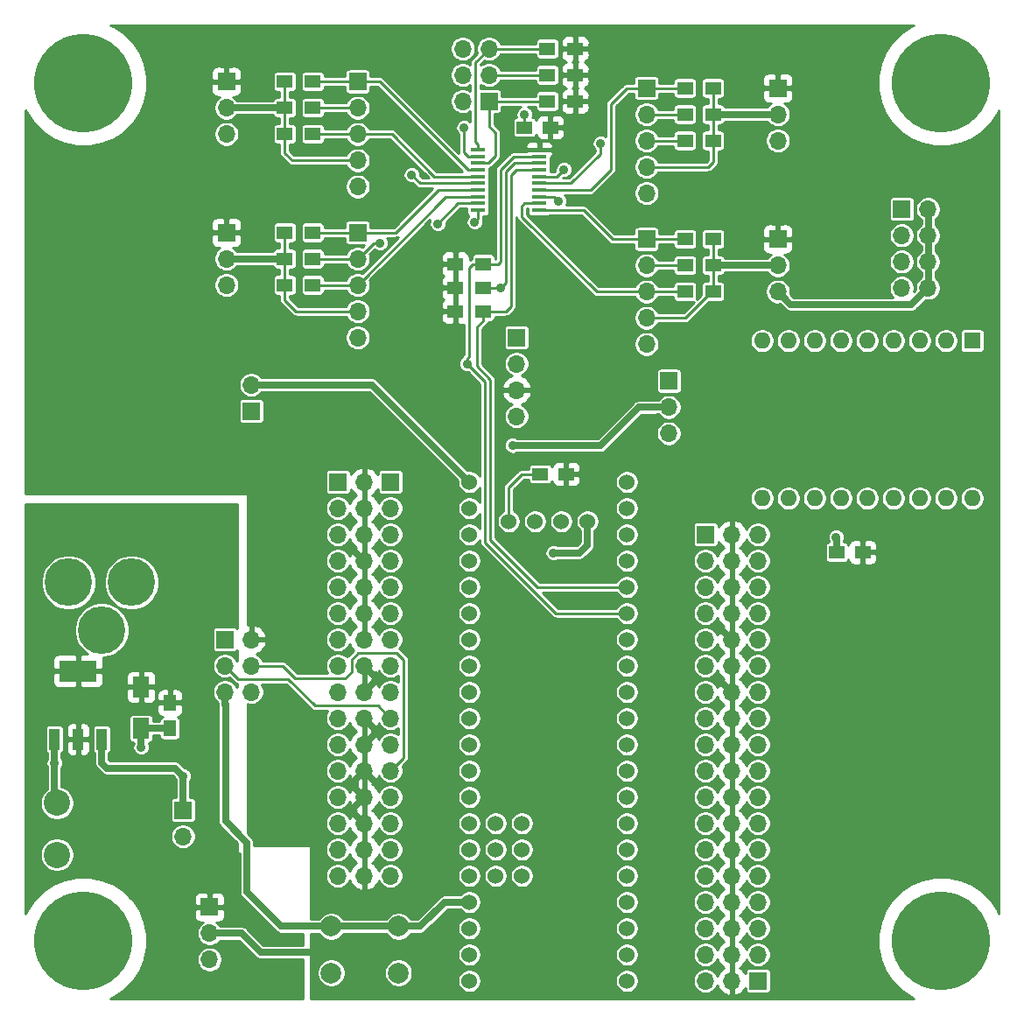
<source format=gbr>
G04 #@! TF.GenerationSoftware,KiCad,Pcbnew,(5.1.5)-3*
G04 #@! TF.CreationDate,2020-02-23T21:35:29-05:00*
G04 #@! TF.ProjectId,Blue-Pill-Board,426c7565-2d50-4696-9c6c-2d426f617264,2*
G04 #@! TF.SameCoordinates,Original*
G04 #@! TF.FileFunction,Copper,L1,Top*
G04 #@! TF.FilePolarity,Positive*
%FSLAX46Y46*%
G04 Gerber Fmt 4.6, Leading zero omitted, Abs format (unit mm)*
G04 Created by KiCad (PCBNEW (5.1.5)-3) date 2020-02-23 21:35:29*
%MOMM*%
%LPD*%
G04 APERTURE LIST*
%ADD10O,1.700000X1.700000*%
%ADD11R,1.700000X1.700000*%
%ADD12R,1.500000X1.250000*%
%ADD13R,1.600000X2.000000*%
%ADD14C,9.525000*%
%ADD15C,4.600000*%
%ADD16C,1.524000*%
%ADD17C,2.540000*%
%ADD18R,3.657600X2.032000*%
%ADD19R,1.016000X2.032000*%
%ADD20R,1.500000X1.300000*%
%ADD21R,1.450000X0.450000*%
%ADD22C,2.000000*%
%ADD23R,1.250000X1.500000*%
%ADD24R,1.600000X1.600000*%
%ADD25O,1.600000X1.600000*%
%ADD26C,0.889000*%
%ADD27C,0.635000*%
%ADD28C,0.254000*%
G04 APERTURE END LIST*
D10*
X72644000Y-49911000D03*
X72644000Y-47371000D03*
D11*
X72644000Y-44831000D03*
D12*
X88894600Y-61417200D03*
X91394600Y-61417200D03*
D11*
X95173800Y-28219400D03*
D10*
X97713800Y-28219400D03*
X95173800Y-30759400D03*
X97713800Y-30759400D03*
X95173800Y-33299400D03*
X97713800Y-33299400D03*
X95173800Y-35839400D03*
X97713800Y-35839400D03*
D13*
X21590000Y-78454000D03*
X21590000Y-74454000D03*
D14*
X16000000Y-16000000D03*
X99000000Y-16000000D03*
X16000000Y-99000000D03*
X99000000Y-99000000D03*
D15*
X14579600Y-64338200D03*
X20679600Y-64338200D03*
X17779600Y-68938200D03*
D16*
X68580000Y-102870000D03*
X68580000Y-100330000D03*
X68580000Y-97790000D03*
X68580000Y-95250000D03*
X68580000Y-92710000D03*
X68580000Y-90170000D03*
X68580000Y-87630000D03*
X68580000Y-85090000D03*
X68580000Y-82550000D03*
X68580000Y-80010000D03*
X68580000Y-77470000D03*
X68580000Y-74930000D03*
X68580000Y-72390000D03*
X68580000Y-69850000D03*
X68580000Y-67310000D03*
X68580000Y-64770000D03*
X68580000Y-62230000D03*
X68580000Y-57150000D03*
X68580000Y-54610000D03*
X53340000Y-54610000D03*
X53340000Y-57150000D03*
X53340000Y-59690000D03*
X53340000Y-62230000D03*
X53340000Y-64770000D03*
X53340000Y-67310000D03*
X53340000Y-69850000D03*
X53340000Y-72390000D03*
X53340000Y-74930000D03*
X53340000Y-77470000D03*
X53340000Y-80010000D03*
X53340000Y-82550000D03*
X53340000Y-85090000D03*
X53340000Y-87630000D03*
X53340000Y-90170000D03*
X53340000Y-92710000D03*
X53340000Y-95250000D03*
X53340000Y-97790000D03*
X53340000Y-100330000D03*
X53340000Y-102870000D03*
X64770000Y-58420000D03*
X62230000Y-58420000D03*
X59690000Y-58420000D03*
X57150000Y-58420000D03*
X55880000Y-92710000D03*
X55880000Y-90170000D03*
X55880000Y-87630000D03*
X58420000Y-92710000D03*
X58420000Y-90170000D03*
X58420000Y-87630000D03*
X68580000Y-59690000D03*
D17*
X13462000Y-90678000D03*
X13462000Y-85678000D03*
D18*
X15494000Y-72898000D03*
D19*
X15494000Y-79502000D03*
X17780000Y-79502000D03*
X13208000Y-79502000D03*
D11*
X55245000Y-17780000D03*
D10*
X52705000Y-17780000D03*
X55245000Y-15240000D03*
X52705000Y-15240000D03*
X55245000Y-12700000D03*
X52705000Y-12700000D03*
D11*
X40640000Y-54610000D03*
D10*
X43180000Y-54610000D03*
X40640000Y-57150000D03*
X43180000Y-57150000D03*
X40640000Y-59690000D03*
X43180000Y-59690000D03*
X40640000Y-62230000D03*
X43180000Y-62230000D03*
X40640000Y-64770000D03*
X43180000Y-64770000D03*
X40640000Y-67310000D03*
X43180000Y-67310000D03*
X40640000Y-69850000D03*
X43180000Y-69850000D03*
X40640000Y-72390000D03*
X43180000Y-72390000D03*
X40640000Y-74930000D03*
X43180000Y-74930000D03*
X40640000Y-77470000D03*
X43180000Y-77470000D03*
X40640000Y-80010000D03*
X43180000Y-80010000D03*
X40640000Y-82550000D03*
X43180000Y-82550000D03*
X40640000Y-85090000D03*
X43180000Y-85090000D03*
X40640000Y-87630000D03*
X43180000Y-87630000D03*
X40640000Y-90170000D03*
X43180000Y-90170000D03*
X40640000Y-92710000D03*
X43180000Y-92710000D03*
D11*
X45720000Y-54610000D03*
D10*
X45720000Y-57150000D03*
X45720000Y-59690000D03*
X45720000Y-62230000D03*
X45720000Y-64770000D03*
X45720000Y-67310000D03*
X45720000Y-69850000D03*
X45720000Y-72390000D03*
X45720000Y-74930000D03*
X45720000Y-77470000D03*
X45720000Y-80010000D03*
X45720000Y-82550000D03*
X45720000Y-85090000D03*
X45720000Y-87630000D03*
X45720000Y-90170000D03*
X45720000Y-92710000D03*
D11*
X81280000Y-102870000D03*
D10*
X78740000Y-102870000D03*
X81280000Y-100330000D03*
X78740000Y-100330000D03*
X81280000Y-97790000D03*
X78740000Y-97790000D03*
X81280000Y-95250000D03*
X78740000Y-95250000D03*
X81280000Y-92710000D03*
X78740000Y-92710000D03*
X81280000Y-90170000D03*
X78740000Y-90170000D03*
X81280000Y-87630000D03*
X78740000Y-87630000D03*
X81280000Y-85090000D03*
X78740000Y-85090000D03*
X81280000Y-82550000D03*
X78740000Y-82550000D03*
X81280000Y-80010000D03*
X78740000Y-80010000D03*
X81280000Y-77470000D03*
X78740000Y-77470000D03*
X81280000Y-74930000D03*
X78740000Y-74930000D03*
X81280000Y-72390000D03*
X78740000Y-72390000D03*
X81280000Y-69850000D03*
X78740000Y-69850000D03*
X81280000Y-67310000D03*
X78740000Y-67310000D03*
X81280000Y-64770000D03*
X78740000Y-64770000D03*
X81280000Y-62230000D03*
X78740000Y-62230000D03*
X81280000Y-59690000D03*
X78740000Y-59690000D03*
D20*
X51990000Y-38100000D03*
X54690000Y-38100000D03*
X51990000Y-35814000D03*
X54690000Y-35814000D03*
X51990000Y-33528000D03*
X54690000Y-33528000D03*
X35480000Y-15875000D03*
X38180000Y-15875000D03*
X35480000Y-18415000D03*
X38180000Y-18415000D03*
X35480000Y-20955000D03*
X38180000Y-20955000D03*
X35480000Y-30480000D03*
X38180000Y-30480000D03*
X35480000Y-33020000D03*
X38180000Y-33020000D03*
X35480000Y-35560000D03*
X38180000Y-35560000D03*
X76915000Y-31115000D03*
X74215000Y-31115000D03*
X76915000Y-33655000D03*
X74215000Y-33655000D03*
X76915000Y-36195000D03*
X74215000Y-36195000D03*
X76915000Y-16510000D03*
X74215000Y-16510000D03*
X76915000Y-19050000D03*
X74215000Y-19050000D03*
X76915000Y-21590000D03*
X74215000Y-21590000D03*
X63580000Y-12700000D03*
X60880000Y-12700000D03*
X63580000Y-15240000D03*
X60880000Y-15240000D03*
X63580000Y-17780000D03*
X60880000Y-17780000D03*
D11*
X76200000Y-59690000D03*
D10*
X76200000Y-62230000D03*
X76200000Y-64770000D03*
X76200000Y-67310000D03*
X76200000Y-69850000D03*
X76200000Y-72390000D03*
X76200000Y-74930000D03*
X76200000Y-77470000D03*
X76200000Y-80010000D03*
X76200000Y-82550000D03*
X76200000Y-85090000D03*
X76200000Y-87630000D03*
X76200000Y-90170000D03*
X76200000Y-92710000D03*
X76200000Y-95250000D03*
X76200000Y-97790000D03*
X76200000Y-100330000D03*
X76200000Y-102870000D03*
D11*
X29845000Y-15875000D03*
D10*
X29845000Y-18415000D03*
X29845000Y-20955000D03*
X83185000Y-21590000D03*
X83185000Y-19050000D03*
D11*
X83185000Y-16510000D03*
D10*
X29845000Y-35560000D03*
X29845000Y-33020000D03*
D11*
X29845000Y-30480000D03*
X83185000Y-31115000D03*
D10*
X83185000Y-33655000D03*
X83185000Y-36195000D03*
D21*
X60100000Y-22475000D03*
X60100000Y-23125000D03*
X60100000Y-23775000D03*
X60100000Y-24425000D03*
X60100000Y-25075000D03*
X60100000Y-25725000D03*
X60100000Y-26375000D03*
X60100000Y-27025000D03*
X60100000Y-27675000D03*
X60100000Y-28325000D03*
X54200000Y-28325000D03*
X54200000Y-27675000D03*
X54200000Y-27025000D03*
X54200000Y-26375000D03*
X54200000Y-25725000D03*
X54200000Y-25075000D03*
X54200000Y-24425000D03*
X54200000Y-23775000D03*
X54200000Y-23125000D03*
X54200000Y-22475000D03*
D11*
X42545000Y-15875000D03*
D10*
X42545000Y-18415000D03*
X42545000Y-20955000D03*
X42545000Y-23495000D03*
X42545000Y-26035000D03*
X42545000Y-40640000D03*
X42545000Y-38100000D03*
X42545000Y-35560000D03*
X42545000Y-33020000D03*
D11*
X42545000Y-30480000D03*
X70485000Y-31115000D03*
D10*
X70485000Y-33655000D03*
X70485000Y-36195000D03*
X70485000Y-38735000D03*
X70485000Y-41275000D03*
X70485000Y-26670000D03*
X70485000Y-24130000D03*
X70485000Y-21590000D03*
X70485000Y-19050000D03*
D11*
X70485000Y-16510000D03*
D10*
X57912000Y-48260000D03*
X57912000Y-45720000D03*
X57912000Y-43180000D03*
D11*
X57912000Y-40640000D03*
D22*
X46482000Y-97608000D03*
X46482000Y-102108000D03*
X39982000Y-97608000D03*
X39982000Y-102108000D03*
D23*
X24384000Y-78466000D03*
X24384000Y-75966000D03*
D12*
X60218000Y-53848000D03*
X62718000Y-53848000D03*
X61194000Y-20320000D03*
X58694000Y-20320000D03*
D10*
X32258000Y-45212000D03*
D11*
X32258000Y-47752000D03*
D10*
X32258000Y-74930000D03*
X29718000Y-74930000D03*
X32258000Y-72390000D03*
X29718000Y-72390000D03*
X32258000Y-69850000D03*
D11*
X29718000Y-69850000D03*
D24*
X101981000Y-40944800D03*
D25*
X81661000Y-56184800D03*
X99441000Y-40944800D03*
X84201000Y-56184800D03*
X96901000Y-40944800D03*
X86741000Y-56184800D03*
X94361000Y-40944800D03*
X89281000Y-56184800D03*
X91821000Y-40944800D03*
X91821000Y-56184800D03*
X89281000Y-40944800D03*
X94361000Y-56184800D03*
X86741000Y-40944800D03*
X96901000Y-56184800D03*
X84201000Y-40944800D03*
X99441000Y-56184800D03*
X81661000Y-40944800D03*
X101981000Y-56184800D03*
D11*
X28219400Y-95732600D03*
D10*
X28219400Y-98272600D03*
X28219400Y-100812600D03*
D11*
X25654000Y-86360000D03*
D10*
X25654000Y-88900000D03*
D26*
X25654000Y-83058000D03*
X57531000Y-51079400D03*
X53848000Y-29464000D03*
X21590000Y-80264000D03*
X58674000Y-19050000D03*
X13208000Y-81788000D03*
X88823800Y-59944000D03*
X53121001Y-43180000D03*
X56388000Y-35814000D03*
X47752000Y-24892000D03*
X44704000Y-31496000D03*
X50292000Y-29634882D03*
X61976000Y-27432000D03*
X66040000Y-21844000D03*
X62484000Y-24384000D03*
X52832000Y-20320000D03*
X61468000Y-61468000D03*
D27*
X17780000Y-79502000D02*
X17780000Y-81788000D01*
X17780000Y-81788000D02*
X18288000Y-82296000D01*
X18288000Y-82296000D02*
X24892000Y-82296000D01*
X25654000Y-83058000D02*
X25654000Y-86360000D01*
X24892000Y-82296000D02*
X25654000Y-83058000D01*
X97790000Y-28473400D02*
X97790000Y-31013400D01*
X97790000Y-31013400D02*
X97790000Y-33553400D01*
X97790000Y-33553400D02*
X97790000Y-36093400D01*
X96113600Y-37439600D02*
X97713800Y-35839400D01*
X84429600Y-37439600D02*
X83185000Y-36195000D01*
X96113600Y-37439600D02*
X84429600Y-37439600D01*
X71441919Y-47371000D02*
X71416519Y-47396400D01*
X72644000Y-47371000D02*
X71441919Y-47371000D01*
X71416519Y-47396400D02*
X69748400Y-47396400D01*
X69748400Y-47396400D02*
X66065400Y-51079400D01*
X66065400Y-51079400D02*
X57531000Y-51079400D01*
D28*
X54200000Y-28325000D02*
X54200000Y-29112000D01*
X54200000Y-29112000D02*
X53848000Y-29464000D01*
D27*
X13208000Y-85424000D02*
X13462000Y-85678000D01*
X21590000Y-78454000D02*
X21590000Y-80264000D01*
D28*
X58420000Y-53848000D02*
X60218000Y-53848000D01*
X57150000Y-58420000D02*
X57150000Y-55118000D01*
X57150000Y-55118000D02*
X58420000Y-53848000D01*
X58694000Y-20320000D02*
X58694000Y-19070000D01*
X58694000Y-19070000D02*
X58674000Y-19050000D01*
D27*
X24372000Y-78454000D02*
X24384000Y-78466000D01*
X21590000Y-78454000D02*
X24372000Y-78454000D01*
X13208000Y-79502000D02*
X13208000Y-81788000D01*
X13208000Y-81788000D02*
X13208000Y-85424000D01*
X88894600Y-61417200D02*
X88894600Y-60014800D01*
X88894600Y-60014800D02*
X88823800Y-59944000D01*
X77890001Y-74080001D02*
X77636001Y-74080001D01*
X78740000Y-74930000D02*
X77890001Y-74080001D01*
X77890001Y-69000001D02*
X77636001Y-69000001D01*
X78740000Y-69850000D02*
X77890001Y-69000001D01*
X43180000Y-82550000D02*
X44450000Y-83820000D01*
X41910000Y-60960000D02*
X43180000Y-62230000D01*
X44029999Y-73239999D02*
X44283999Y-73239999D01*
X43180000Y-72390000D02*
X44029999Y-73239999D01*
X44283999Y-73826001D02*
X43180000Y-74930000D01*
X44283999Y-73239999D02*
X44283999Y-73826001D01*
X43180000Y-77470000D02*
X44196000Y-78486000D01*
X44196000Y-78994000D02*
X43180000Y-80010000D01*
X44196000Y-78486000D02*
X44196000Y-78994000D01*
X43180000Y-82550000D02*
X42330001Y-83399999D01*
X42330001Y-84240001D02*
X43180000Y-85090000D01*
X42330001Y-83399999D02*
X42330001Y-84240001D01*
X43180000Y-85090000D02*
X41910000Y-86360000D01*
X41910000Y-86360000D02*
X43180000Y-87630000D01*
X28219400Y-98272600D02*
X31318200Y-98272600D01*
X31318200Y-98272600D02*
X33172400Y-100126800D01*
X33172400Y-100126800D02*
X38671500Y-100126800D01*
D28*
X59944000Y-64770000D02*
X68580000Y-64770000D01*
X54690000Y-39004000D02*
X54070000Y-39624000D01*
X54070000Y-39624000D02*
X54070000Y-43410565D01*
X54070000Y-43410565D02*
X55372000Y-44712565D01*
X55372000Y-44712565D02*
X55372000Y-60198000D01*
X54690000Y-38100000D02*
X54690000Y-39004000D01*
X55372000Y-60198000D02*
X59944000Y-64770000D01*
X56896000Y-38100000D02*
X54690000Y-38100000D01*
X57404000Y-37592000D02*
X56896000Y-38100000D01*
X57404000Y-35486000D02*
X57404000Y-37592000D01*
X60100000Y-24425000D02*
X57871000Y-24425000D01*
X57404000Y-24892000D02*
X57404000Y-26142000D01*
X57871000Y-24425000D02*
X57404000Y-24892000D01*
X57404000Y-26142000D02*
X57404009Y-26142009D01*
X57404009Y-26142009D02*
X57404009Y-35485991D01*
X57404009Y-35485991D02*
X57404000Y-35486000D01*
X54864000Y-44922999D02*
X53121001Y-43180000D01*
X54864000Y-60452000D02*
X54864000Y-44922999D01*
X61722000Y-67310000D02*
X54864000Y-60452000D01*
X68580000Y-67310000D02*
X61722000Y-67310000D01*
X53121001Y-43180000D02*
X53121001Y-42672000D01*
X53121001Y-42672000D02*
X53340000Y-42453001D01*
X53340000Y-33874000D02*
X53340000Y-42453001D01*
X53686000Y-33528000D02*
X53340000Y-33874000D01*
X54690000Y-33528000D02*
X53686000Y-33528000D01*
X56134000Y-33528000D02*
X54690000Y-33528000D01*
X56388000Y-33274000D02*
X56134000Y-33528000D01*
X56388000Y-24384000D02*
X56388000Y-33274000D01*
X60100000Y-23125000D02*
X57647000Y-23125000D01*
X57647000Y-23125000D02*
X56388000Y-24384000D01*
X54690000Y-35814000D02*
X56388000Y-35814000D01*
X56896000Y-35306000D02*
X56388000Y-35814000D01*
X56896000Y-24594434D02*
X56896000Y-35306000D01*
X57715434Y-23775000D02*
X56896000Y-24594434D01*
X60100000Y-23775000D02*
X57715434Y-23775000D01*
X44671000Y-15875000D02*
X42545000Y-15875000D01*
X54200000Y-24425000D02*
X53221000Y-24425000D01*
X53221000Y-24425000D02*
X44671000Y-15875000D01*
X38180000Y-15875000D02*
X42545000Y-15875000D01*
X42545000Y-18415000D02*
X38180000Y-18415000D01*
X54200000Y-25725000D02*
X48585000Y-25725000D01*
X48585000Y-25725000D02*
X47752000Y-24892000D01*
X54200000Y-25075000D02*
X49967000Y-25075000D01*
X45847000Y-20955000D02*
X42545000Y-20955000D01*
X49967000Y-25075000D02*
X45847000Y-20955000D01*
X38180000Y-20955000D02*
X42545000Y-20955000D01*
X51080000Y-27025000D02*
X42545000Y-35560000D01*
X54200000Y-27025000D02*
X51080000Y-27025000D01*
X38180000Y-35560000D02*
X42545000Y-35560000D01*
X54200000Y-27675000D02*
X52251882Y-27675000D01*
X42545000Y-33020000D02*
X38180000Y-33020000D01*
X42545000Y-33020000D02*
X44069000Y-31496000D01*
X44069000Y-31496000D02*
X44704000Y-31496000D01*
X52251882Y-27675000D02*
X50292000Y-29634882D01*
X54200000Y-26375000D02*
X50333000Y-26375000D01*
X46228000Y-30480000D02*
X42545000Y-30480000D01*
X50333000Y-26375000D02*
X46228000Y-30480000D01*
X42545000Y-30480000D02*
X38180000Y-30480000D01*
X60100000Y-28325000D02*
X64393000Y-28325000D01*
X67183000Y-31115000D02*
X70485000Y-31115000D01*
X64393000Y-28325000D02*
X67183000Y-31115000D01*
X74215000Y-31115000D02*
X70485000Y-31115000D01*
X60100000Y-27025000D02*
X61569000Y-27025000D01*
X61569000Y-27025000D02*
X61976000Y-27432000D01*
X74215000Y-33655000D02*
X70485000Y-33655000D01*
X70485000Y-36195000D02*
X74215000Y-36195000D01*
X58685000Y-27675000D02*
X58420000Y-27940000D01*
X60100000Y-27675000D02*
X58685000Y-27675000D01*
X65659000Y-36195000D02*
X58420000Y-28956000D01*
X70485000Y-36195000D02*
X65659000Y-36195000D01*
X58420000Y-27940000D02*
X58420000Y-28956000D01*
X60100000Y-25725000D02*
X63175000Y-25725000D01*
X63175000Y-25725000D02*
X66040000Y-22860000D01*
X66040000Y-22860000D02*
X66040000Y-21844000D01*
X74215000Y-21590000D02*
X70485000Y-21590000D01*
X61793000Y-25075000D02*
X60100000Y-25075000D01*
X62484000Y-24384000D02*
X61793000Y-25075000D01*
X70485000Y-19050000D02*
X74215000Y-19050000D01*
X60100000Y-26375000D02*
X65065000Y-26375000D01*
X65065000Y-26375000D02*
X67056000Y-24384000D01*
X67056000Y-18034000D02*
X68580000Y-16510000D01*
X67056000Y-24384000D02*
X67056000Y-18034000D01*
X68580000Y-16510000D02*
X70485000Y-16510000D01*
X70485000Y-16510000D02*
X74215000Y-16510000D01*
X29718000Y-72390000D02*
X30988000Y-73660000D01*
X30988000Y-73660000D02*
X35814000Y-73660000D01*
X44488999Y-76238999D02*
X45720000Y-77470000D01*
X38392999Y-76238999D02*
X44488999Y-76238999D01*
X35814000Y-73660000D02*
X38392999Y-76238999D01*
X35262434Y-72390000D02*
X32258000Y-72390000D01*
X36493435Y-73621001D02*
X35262434Y-72390000D01*
X41308879Y-73621001D02*
X36493435Y-73621001D01*
X41948999Y-71799119D02*
X41948999Y-72980881D01*
X42589119Y-71158999D02*
X41948999Y-71799119D01*
X46310881Y-71158999D02*
X42589119Y-71158999D01*
X46951001Y-71799119D02*
X46310881Y-71158999D01*
X46951001Y-81318999D02*
X46951001Y-71799119D01*
X41948999Y-72980881D02*
X41308879Y-73621001D01*
X45720000Y-82550000D02*
X46951001Y-81318999D01*
X55245000Y-17780000D02*
X60880000Y-17780000D01*
X55179000Y-23775000D02*
X55880000Y-23074000D01*
X54200000Y-23775000D02*
X55179000Y-23775000D01*
X55880000Y-23074000D02*
X55880000Y-20828000D01*
X55245000Y-20193000D02*
X55245000Y-17780000D01*
X55880000Y-20828000D02*
X55245000Y-20193000D01*
X60880000Y-15240000D02*
X55245000Y-15240000D01*
X52832000Y-22736000D02*
X52832000Y-20320000D01*
X54200000Y-23125000D02*
X53221000Y-23125000D01*
X53221000Y-23125000D02*
X52832000Y-22736000D01*
X55245000Y-12700000D02*
X60880000Y-12700000D01*
X53936001Y-14008999D02*
X55245000Y-12700000D01*
X53936001Y-21732001D02*
X53936001Y-14008999D01*
X54200000Y-21996000D02*
X53936001Y-21732001D01*
X54200000Y-22475000D02*
X54200000Y-21996000D01*
D27*
X45067787Y-97608000D02*
X39982000Y-97608000D01*
X46482000Y-97608000D02*
X45067787Y-97608000D01*
X46482000Y-97608000D02*
X48607100Y-97608000D01*
X50965100Y-95250000D02*
X53340000Y-95250000D01*
X48607100Y-97608000D02*
X50965100Y-95250000D01*
X31800800Y-94272100D02*
X35136700Y-97608000D01*
X29718000Y-74930000D02*
X29718000Y-76132081D01*
X29756100Y-76170181D02*
X29756100Y-87452200D01*
X35136700Y-97608000D02*
X39982000Y-97608000D01*
X29718000Y-76132081D02*
X29756100Y-76170181D01*
X29756100Y-87452200D02*
X31800800Y-89496900D01*
X31800800Y-89496900D02*
X31800800Y-94272100D01*
D28*
X35480000Y-20955000D02*
X35480000Y-17780000D01*
X35480000Y-15875000D02*
X35480000Y-17780000D01*
X35480000Y-17780000D02*
X35480000Y-18415000D01*
X42545000Y-23495000D02*
X36195000Y-23495000D01*
X35480000Y-22780000D02*
X35480000Y-20955000D01*
X36195000Y-23495000D02*
X35480000Y-22780000D01*
D27*
X35480000Y-18415000D02*
X29845000Y-18415000D01*
D28*
X35480000Y-35560000D02*
X35480000Y-33020000D01*
X35480000Y-30480000D02*
X35480000Y-33020000D01*
X42545000Y-38100000D02*
X36576000Y-38100000D01*
X35480000Y-37004000D02*
X35480000Y-35560000D01*
X36576000Y-38100000D02*
X35480000Y-37004000D01*
D27*
X35480000Y-33020000D02*
X29845000Y-33020000D01*
D28*
X70485000Y-24130000D02*
X76454000Y-24130000D01*
X76915000Y-23669000D02*
X76915000Y-21590000D01*
X76454000Y-24130000D02*
X76915000Y-23669000D01*
X76915000Y-16510000D02*
X76915000Y-19050000D01*
X76915000Y-21590000D02*
X76915000Y-19050000D01*
D27*
X76915000Y-19050000D02*
X83185000Y-19050000D01*
D28*
X76915000Y-31115000D02*
X76915000Y-33655000D01*
X76915000Y-36195000D02*
X76915000Y-33655000D01*
X74275000Y-38735000D02*
X70485000Y-38735000D01*
X76815000Y-36195000D02*
X74275000Y-38735000D01*
X76915000Y-36195000D02*
X76815000Y-36195000D01*
D27*
X76915000Y-33655000D02*
X83185000Y-33655000D01*
X61468000Y-61468000D02*
X64008000Y-61468000D01*
X64770000Y-60706000D02*
X64770000Y-58420000D01*
X64008000Y-61468000D02*
X64770000Y-60706000D01*
X43942000Y-45212000D02*
X53340000Y-54610000D01*
X32258000Y-45212000D02*
X43942000Y-45212000D01*
D28*
G36*
X30861000Y-68756449D02*
G01*
X30838711Y-68729289D01*
X30780696Y-68681678D01*
X30714508Y-68646299D01*
X30642689Y-68624513D01*
X30568000Y-68617157D01*
X28868000Y-68617157D01*
X28793311Y-68624513D01*
X28721492Y-68646299D01*
X28655304Y-68681678D01*
X28597289Y-68729289D01*
X28549678Y-68787304D01*
X28514299Y-68853492D01*
X28492513Y-68925311D01*
X28485157Y-69000000D01*
X28485157Y-70700000D01*
X28492513Y-70774689D01*
X28514299Y-70846508D01*
X28549678Y-70912696D01*
X28597289Y-70970711D01*
X28655304Y-71018322D01*
X28721492Y-71053701D01*
X28793311Y-71075487D01*
X28868000Y-71082843D01*
X30568000Y-71082843D01*
X30642689Y-71075487D01*
X30714508Y-71053701D01*
X30780696Y-71018322D01*
X30838711Y-70970711D01*
X30861000Y-70943551D01*
X30861000Y-71932689D01*
X30808898Y-71806903D01*
X30674180Y-71605283D01*
X30502717Y-71433820D01*
X30301097Y-71299102D01*
X30077069Y-71206307D01*
X29839243Y-71159000D01*
X29596757Y-71159000D01*
X29358931Y-71206307D01*
X29134903Y-71299102D01*
X28933283Y-71433820D01*
X28761820Y-71605283D01*
X28627102Y-71806903D01*
X28534307Y-72030931D01*
X28487000Y-72268757D01*
X28487000Y-72511243D01*
X28534307Y-72749069D01*
X28627102Y-72973097D01*
X28761820Y-73174717D01*
X28933283Y-73346180D01*
X29134903Y-73480898D01*
X29358931Y-73573693D01*
X29596757Y-73621000D01*
X29839243Y-73621000D01*
X30077069Y-73573693D01*
X30152166Y-73542587D01*
X30611149Y-74001570D01*
X30627052Y-74020948D01*
X30646429Y-74036850D01*
X30704404Y-74084429D01*
X30774038Y-74121649D01*
X30792657Y-74131601D01*
X30861000Y-74152333D01*
X30861000Y-74472689D01*
X30808898Y-74346903D01*
X30674180Y-74145283D01*
X30502717Y-73973820D01*
X30301097Y-73839102D01*
X30077069Y-73746307D01*
X29839243Y-73699000D01*
X29596757Y-73699000D01*
X29358931Y-73746307D01*
X29134903Y-73839102D01*
X28933283Y-73973820D01*
X28761820Y-74145283D01*
X28627102Y-74346903D01*
X28534307Y-74570931D01*
X28487000Y-74808757D01*
X28487000Y-75051243D01*
X28534307Y-75289069D01*
X28627102Y-75513097D01*
X28761820Y-75714717D01*
X28933283Y-75886180D01*
X29019501Y-75943789D01*
X29019501Y-76097773D01*
X29016122Y-76132081D01*
X29029608Y-76269010D01*
X29057600Y-76361288D01*
X29057601Y-87417892D01*
X29054222Y-87452200D01*
X29057601Y-87486508D01*
X29057601Y-87486509D01*
X29067708Y-87589130D01*
X29087678Y-87654963D01*
X29107649Y-87720798D01*
X29172509Y-87842143D01*
X29237926Y-87921853D01*
X29237930Y-87921857D01*
X29259798Y-87948503D01*
X29286444Y-87970371D01*
X30861000Y-89544928D01*
X30861000Y-90424000D01*
X30863440Y-90448776D01*
X30870667Y-90472601D01*
X30882403Y-90494557D01*
X30898197Y-90513803D01*
X30917443Y-90529597D01*
X30939399Y-90541333D01*
X30963224Y-90548560D01*
X30988000Y-90551000D01*
X31102300Y-90551000D01*
X31102301Y-94237792D01*
X31098922Y-94272100D01*
X31102301Y-94306408D01*
X31102301Y-94306409D01*
X31112408Y-94409030D01*
X31132379Y-94474864D01*
X31152349Y-94540698D01*
X31217209Y-94662043D01*
X31282626Y-94741753D01*
X31282630Y-94741757D01*
X31304498Y-94768403D01*
X31331144Y-94790271D01*
X34618529Y-98077657D01*
X34640397Y-98104303D01*
X34667043Y-98126171D01*
X34667046Y-98126174D01*
X34746756Y-98191591D01*
X34868101Y-98256451D01*
X34868103Y-98256452D01*
X34999770Y-98296393D01*
X35102391Y-98306500D01*
X35102401Y-98306500D01*
X35136699Y-98309878D01*
X35170997Y-98306500D01*
X37211000Y-98306500D01*
X37211000Y-99428300D01*
X33461728Y-99428300D01*
X31836375Y-97802948D01*
X31814503Y-97776297D01*
X31708143Y-97689009D01*
X31586797Y-97624148D01*
X31455130Y-97584207D01*
X31352509Y-97574100D01*
X31352498Y-97574100D01*
X31318200Y-97570722D01*
X31283902Y-97574100D01*
X29233188Y-97574100D01*
X29175580Y-97487883D01*
X29004117Y-97316420D01*
X28859106Y-97219527D01*
X29069400Y-97220672D01*
X29193882Y-97208412D01*
X29313580Y-97172102D01*
X29423894Y-97113137D01*
X29520585Y-97033785D01*
X29599937Y-96937094D01*
X29658902Y-96826780D01*
X29695212Y-96707082D01*
X29707472Y-96582600D01*
X29704400Y-96018350D01*
X29545650Y-95859600D01*
X28346400Y-95859600D01*
X28346400Y-95879600D01*
X28092400Y-95879600D01*
X28092400Y-95859600D01*
X26893150Y-95859600D01*
X26734400Y-96018350D01*
X26731328Y-96582600D01*
X26743588Y-96707082D01*
X26779898Y-96826780D01*
X26838863Y-96937094D01*
X26918215Y-97033785D01*
X27014906Y-97113137D01*
X27125220Y-97172102D01*
X27244918Y-97208412D01*
X27369400Y-97220672D01*
X27579694Y-97219527D01*
X27434683Y-97316420D01*
X27263220Y-97487883D01*
X27128502Y-97689503D01*
X27035707Y-97913531D01*
X26988400Y-98151357D01*
X26988400Y-98393843D01*
X27035707Y-98631669D01*
X27128502Y-98855697D01*
X27263220Y-99057317D01*
X27434683Y-99228780D01*
X27636303Y-99363498D01*
X27860331Y-99456293D01*
X28098157Y-99503600D01*
X28340643Y-99503600D01*
X28578469Y-99456293D01*
X28802497Y-99363498D01*
X29004117Y-99228780D01*
X29175580Y-99057317D01*
X29233188Y-98971100D01*
X31028873Y-98971100D01*
X32654229Y-100596457D01*
X32676097Y-100623103D01*
X32702743Y-100644971D01*
X32702746Y-100644974D01*
X32782456Y-100710391D01*
X32839666Y-100740970D01*
X32903803Y-100775252D01*
X33035470Y-100815193D01*
X33138091Y-100825300D01*
X33138102Y-100825300D01*
X33172400Y-100828678D01*
X33206698Y-100825300D01*
X37211000Y-100825300D01*
X37211000Y-104569000D01*
X18650794Y-104569000D01*
X18917617Y-104458478D01*
X19926452Y-103784396D01*
X20784396Y-102926452D01*
X21458478Y-101917617D01*
X21922794Y-100796660D01*
X21943740Y-100691357D01*
X26988400Y-100691357D01*
X26988400Y-100933843D01*
X27035707Y-101171669D01*
X27128502Y-101395697D01*
X27263220Y-101597317D01*
X27434683Y-101768780D01*
X27636303Y-101903498D01*
X27860331Y-101996293D01*
X28098157Y-102043600D01*
X28340643Y-102043600D01*
X28578469Y-101996293D01*
X28802497Y-101903498D01*
X29004117Y-101768780D01*
X29175580Y-101597317D01*
X29310298Y-101395697D01*
X29403093Y-101171669D01*
X29450400Y-100933843D01*
X29450400Y-100691357D01*
X29403093Y-100453531D01*
X29310298Y-100229503D01*
X29175580Y-100027883D01*
X29004117Y-99856420D01*
X28802497Y-99721702D01*
X28578469Y-99628907D01*
X28340643Y-99581600D01*
X28098157Y-99581600D01*
X27860331Y-99628907D01*
X27636303Y-99721702D01*
X27434683Y-99856420D01*
X27263220Y-100027883D01*
X27128502Y-100229503D01*
X27035707Y-100453531D01*
X26988400Y-100691357D01*
X21943740Y-100691357D01*
X22159500Y-99606658D01*
X22159500Y-98393342D01*
X21922794Y-97203340D01*
X21458478Y-96082383D01*
X20784396Y-95073548D01*
X20593448Y-94882600D01*
X26731328Y-94882600D01*
X26734400Y-95446850D01*
X26893150Y-95605600D01*
X28092400Y-95605600D01*
X28092400Y-94406350D01*
X28346400Y-94406350D01*
X28346400Y-95605600D01*
X29545650Y-95605600D01*
X29704400Y-95446850D01*
X29707472Y-94882600D01*
X29695212Y-94758118D01*
X29658902Y-94638420D01*
X29599937Y-94528106D01*
X29520585Y-94431415D01*
X29423894Y-94352063D01*
X29313580Y-94293098D01*
X29193882Y-94256788D01*
X29069400Y-94244528D01*
X28505150Y-94247600D01*
X28346400Y-94406350D01*
X28092400Y-94406350D01*
X27933650Y-94247600D01*
X27369400Y-94244528D01*
X27244918Y-94256788D01*
X27125220Y-94293098D01*
X27014906Y-94352063D01*
X26918215Y-94431415D01*
X26838863Y-94528106D01*
X26779898Y-94638420D01*
X26743588Y-94758118D01*
X26731328Y-94882600D01*
X20593448Y-94882600D01*
X19926452Y-94215604D01*
X18917617Y-93541522D01*
X17796660Y-93077206D01*
X16606658Y-92840500D01*
X15393342Y-92840500D01*
X14203340Y-93077206D01*
X13082383Y-93541522D01*
X12073548Y-94215604D01*
X11215604Y-95073548D01*
X10541522Y-96082383D01*
X10431000Y-96349206D01*
X10431000Y-90515391D01*
X11811000Y-90515391D01*
X11811000Y-90840609D01*
X11874447Y-91159579D01*
X11998903Y-91460042D01*
X12179585Y-91730451D01*
X12409549Y-91960415D01*
X12679958Y-92141097D01*
X12980421Y-92265553D01*
X13299391Y-92329000D01*
X13624609Y-92329000D01*
X13943579Y-92265553D01*
X14244042Y-92141097D01*
X14514451Y-91960415D01*
X14744415Y-91730451D01*
X14925097Y-91460042D01*
X15049553Y-91159579D01*
X15113000Y-90840609D01*
X15113000Y-90515391D01*
X15049553Y-90196421D01*
X14925097Y-89895958D01*
X14744415Y-89625549D01*
X14514451Y-89395585D01*
X14244042Y-89214903D01*
X13943579Y-89090447D01*
X13624609Y-89027000D01*
X13299391Y-89027000D01*
X12980421Y-89090447D01*
X12679958Y-89214903D01*
X12409549Y-89395585D01*
X12179585Y-89625549D01*
X11998903Y-89895958D01*
X11874447Y-90196421D01*
X11811000Y-90515391D01*
X10431000Y-90515391D01*
X10431000Y-88778757D01*
X24423000Y-88778757D01*
X24423000Y-89021243D01*
X24470307Y-89259069D01*
X24563102Y-89483097D01*
X24697820Y-89684717D01*
X24869283Y-89856180D01*
X25070903Y-89990898D01*
X25294931Y-90083693D01*
X25532757Y-90131000D01*
X25775243Y-90131000D01*
X26013069Y-90083693D01*
X26237097Y-89990898D01*
X26438717Y-89856180D01*
X26610180Y-89684717D01*
X26744898Y-89483097D01*
X26837693Y-89259069D01*
X26885000Y-89021243D01*
X26885000Y-88778757D01*
X26837693Y-88540931D01*
X26744898Y-88316903D01*
X26610180Y-88115283D01*
X26438717Y-87943820D01*
X26237097Y-87809102D01*
X26013069Y-87716307D01*
X25775243Y-87669000D01*
X25532757Y-87669000D01*
X25294931Y-87716307D01*
X25070903Y-87809102D01*
X24869283Y-87943820D01*
X24697820Y-88115283D01*
X24563102Y-88316903D01*
X24470307Y-88540931D01*
X24423000Y-88778757D01*
X10431000Y-88778757D01*
X10431000Y-85515391D01*
X11811000Y-85515391D01*
X11811000Y-85840609D01*
X11874447Y-86159579D01*
X11998903Y-86460042D01*
X12179585Y-86730451D01*
X12409549Y-86960415D01*
X12679958Y-87141097D01*
X12980421Y-87265553D01*
X13299391Y-87329000D01*
X13624609Y-87329000D01*
X13943579Y-87265553D01*
X14244042Y-87141097D01*
X14514451Y-86960415D01*
X14744415Y-86730451D01*
X14925097Y-86460042D01*
X15049553Y-86159579D01*
X15113000Y-85840609D01*
X15113000Y-85515391D01*
X15049553Y-85196421D01*
X14925097Y-84895958D01*
X14744415Y-84625549D01*
X14514451Y-84395585D01*
X14244042Y-84214903D01*
X13943579Y-84090447D01*
X13906500Y-84083072D01*
X13906500Y-82228481D01*
X13939548Y-82179021D01*
X14001776Y-82028789D01*
X14033500Y-81869305D01*
X14033500Y-81706695D01*
X14001776Y-81547211D01*
X13939548Y-81396979D01*
X13906500Y-81347519D01*
X13906500Y-80848186D01*
X13928696Y-80836322D01*
X13986711Y-80788711D01*
X14034322Y-80730696D01*
X14069701Y-80664508D01*
X14091487Y-80592689D01*
X14098843Y-80518000D01*
X14347928Y-80518000D01*
X14360188Y-80642482D01*
X14396498Y-80762180D01*
X14455463Y-80872494D01*
X14534815Y-80969185D01*
X14631506Y-81048537D01*
X14741820Y-81107502D01*
X14861518Y-81143812D01*
X14986000Y-81156072D01*
X15208250Y-81153000D01*
X15367000Y-80994250D01*
X15367000Y-79629000D01*
X15621000Y-79629000D01*
X15621000Y-80994250D01*
X15779750Y-81153000D01*
X16002000Y-81156072D01*
X16126482Y-81143812D01*
X16246180Y-81107502D01*
X16356494Y-81048537D01*
X16453185Y-80969185D01*
X16532537Y-80872494D01*
X16591502Y-80762180D01*
X16627812Y-80642482D01*
X16640072Y-80518000D01*
X16637000Y-79787750D01*
X16478250Y-79629000D01*
X15621000Y-79629000D01*
X15367000Y-79629000D01*
X14509750Y-79629000D01*
X14351000Y-79787750D01*
X14347928Y-80518000D01*
X14098843Y-80518000D01*
X14098843Y-78486000D01*
X14347928Y-78486000D01*
X14351000Y-79216250D01*
X14509750Y-79375000D01*
X15367000Y-79375000D01*
X15367000Y-78009750D01*
X15621000Y-78009750D01*
X15621000Y-79375000D01*
X16478250Y-79375000D01*
X16637000Y-79216250D01*
X16640072Y-78486000D01*
X16889157Y-78486000D01*
X16889157Y-80518000D01*
X16896513Y-80592689D01*
X16918299Y-80664508D01*
X16953678Y-80730696D01*
X17001289Y-80788711D01*
X17059304Y-80836322D01*
X17081501Y-80848187D01*
X17081501Y-81753691D01*
X17078122Y-81788000D01*
X17091608Y-81924929D01*
X17131549Y-82056598D01*
X17196409Y-82177943D01*
X17261826Y-82257653D01*
X17261830Y-82257657D01*
X17283698Y-82284303D01*
X17310343Y-82306170D01*
X17769829Y-82765657D01*
X17791697Y-82792303D01*
X17818343Y-82814171D01*
X17818345Y-82814173D01*
X17898056Y-82879591D01*
X17975658Y-82921070D01*
X18019403Y-82944452D01*
X18151070Y-82984393D01*
X18253691Y-82994500D01*
X18253701Y-82994500D01*
X18287999Y-82997878D01*
X18322297Y-82994500D01*
X24602673Y-82994500D01*
X24848619Y-83240446D01*
X24860224Y-83298789D01*
X24922452Y-83449021D01*
X24955500Y-83498481D01*
X24955501Y-85127157D01*
X24804000Y-85127157D01*
X24729311Y-85134513D01*
X24657492Y-85156299D01*
X24591304Y-85191678D01*
X24533289Y-85239289D01*
X24485678Y-85297304D01*
X24450299Y-85363492D01*
X24428513Y-85435311D01*
X24421157Y-85510000D01*
X24421157Y-87210000D01*
X24428513Y-87284689D01*
X24450299Y-87356508D01*
X24485678Y-87422696D01*
X24533289Y-87480711D01*
X24591304Y-87528322D01*
X24657492Y-87563701D01*
X24729311Y-87585487D01*
X24804000Y-87592843D01*
X26504000Y-87592843D01*
X26578689Y-87585487D01*
X26650508Y-87563701D01*
X26716696Y-87528322D01*
X26774711Y-87480711D01*
X26822322Y-87422696D01*
X26857701Y-87356508D01*
X26879487Y-87284689D01*
X26886843Y-87210000D01*
X26886843Y-85510000D01*
X26879487Y-85435311D01*
X26857701Y-85363492D01*
X26822322Y-85297304D01*
X26774711Y-85239289D01*
X26716696Y-85191678D01*
X26650508Y-85156299D01*
X26578689Y-85134513D01*
X26504000Y-85127157D01*
X26352500Y-85127157D01*
X26352500Y-83498481D01*
X26385548Y-83449021D01*
X26447776Y-83298789D01*
X26479500Y-83139305D01*
X26479500Y-82976695D01*
X26447776Y-82817211D01*
X26385548Y-82666979D01*
X26295208Y-82531775D01*
X26180225Y-82416792D01*
X26045021Y-82326452D01*
X25894789Y-82264224D01*
X25836446Y-82252619D01*
X25410175Y-81826348D01*
X25388303Y-81799697D01*
X25281943Y-81712409D01*
X25160597Y-81647548D01*
X25028930Y-81607607D01*
X24926309Y-81597500D01*
X24926298Y-81597500D01*
X24892000Y-81594122D01*
X24857702Y-81597500D01*
X18577328Y-81597500D01*
X18478500Y-81498673D01*
X18478500Y-80848186D01*
X18500696Y-80836322D01*
X18558711Y-80788711D01*
X18606322Y-80730696D01*
X18641701Y-80664508D01*
X18663487Y-80592689D01*
X18670843Y-80518000D01*
X18670843Y-78486000D01*
X18663487Y-78411311D01*
X18641701Y-78339492D01*
X18606322Y-78273304D01*
X18558711Y-78215289D01*
X18500696Y-78167678D01*
X18434508Y-78132299D01*
X18362689Y-78110513D01*
X18288000Y-78103157D01*
X17272000Y-78103157D01*
X17197311Y-78110513D01*
X17125492Y-78132299D01*
X17059304Y-78167678D01*
X17001289Y-78215289D01*
X16953678Y-78273304D01*
X16918299Y-78339492D01*
X16896513Y-78411311D01*
X16889157Y-78486000D01*
X16640072Y-78486000D01*
X16627812Y-78361518D01*
X16591502Y-78241820D01*
X16532537Y-78131506D01*
X16453185Y-78034815D01*
X16356494Y-77955463D01*
X16246180Y-77896498D01*
X16126482Y-77860188D01*
X16002000Y-77847928D01*
X15779750Y-77851000D01*
X15621000Y-78009750D01*
X15367000Y-78009750D01*
X15208250Y-77851000D01*
X14986000Y-77847928D01*
X14861518Y-77860188D01*
X14741820Y-77896498D01*
X14631506Y-77955463D01*
X14534815Y-78034815D01*
X14455463Y-78131506D01*
X14396498Y-78241820D01*
X14360188Y-78361518D01*
X14347928Y-78486000D01*
X14098843Y-78486000D01*
X14091487Y-78411311D01*
X14069701Y-78339492D01*
X14034322Y-78273304D01*
X13986711Y-78215289D01*
X13928696Y-78167678D01*
X13862508Y-78132299D01*
X13790689Y-78110513D01*
X13716000Y-78103157D01*
X12700000Y-78103157D01*
X12625311Y-78110513D01*
X12553492Y-78132299D01*
X12487304Y-78167678D01*
X12429289Y-78215289D01*
X12381678Y-78273304D01*
X12346299Y-78339492D01*
X12324513Y-78411311D01*
X12317157Y-78486000D01*
X12317157Y-80518000D01*
X12324513Y-80592689D01*
X12346299Y-80664508D01*
X12381678Y-80730696D01*
X12429289Y-80788711D01*
X12487304Y-80836322D01*
X12509501Y-80848187D01*
X12509501Y-81347518D01*
X12476452Y-81396979D01*
X12414224Y-81547211D01*
X12382500Y-81706695D01*
X12382500Y-81869305D01*
X12414224Y-82028789D01*
X12476452Y-82179021D01*
X12509500Y-82228481D01*
X12509501Y-84328799D01*
X12409549Y-84395585D01*
X12179585Y-84625549D01*
X11998903Y-84895958D01*
X11874447Y-85196421D01*
X11811000Y-85515391D01*
X10431000Y-85515391D01*
X10431000Y-77454000D01*
X20407157Y-77454000D01*
X20407157Y-79454000D01*
X20414513Y-79528689D01*
X20436299Y-79600508D01*
X20471678Y-79666696D01*
X20519289Y-79724711D01*
X20577304Y-79772322D01*
X20643492Y-79807701D01*
X20715311Y-79829487D01*
X20790000Y-79836843D01*
X20882597Y-79836843D01*
X20858452Y-79872979D01*
X20796224Y-80023211D01*
X20764500Y-80182695D01*
X20764500Y-80345305D01*
X20796224Y-80504789D01*
X20858452Y-80655021D01*
X20948792Y-80790225D01*
X21063775Y-80905208D01*
X21198979Y-80995548D01*
X21349211Y-81057776D01*
X21508695Y-81089500D01*
X21671305Y-81089500D01*
X21830789Y-81057776D01*
X21981021Y-80995548D01*
X22116225Y-80905208D01*
X22231208Y-80790225D01*
X22321548Y-80655021D01*
X22383776Y-80504789D01*
X22415500Y-80345305D01*
X22415500Y-80182695D01*
X22383776Y-80023211D01*
X22321548Y-79872979D01*
X22297403Y-79836843D01*
X22390000Y-79836843D01*
X22464689Y-79829487D01*
X22536508Y-79807701D01*
X22602696Y-79772322D01*
X22660711Y-79724711D01*
X22708322Y-79666696D01*
X22743701Y-79600508D01*
X22765487Y-79528689D01*
X22772843Y-79454000D01*
X22772843Y-79152500D01*
X23376157Y-79152500D01*
X23376157Y-79216000D01*
X23383513Y-79290689D01*
X23405299Y-79362508D01*
X23440678Y-79428696D01*
X23488289Y-79486711D01*
X23546304Y-79534322D01*
X23612492Y-79569701D01*
X23684311Y-79591487D01*
X23759000Y-79598843D01*
X25009000Y-79598843D01*
X25083689Y-79591487D01*
X25155508Y-79569701D01*
X25221696Y-79534322D01*
X25279711Y-79486711D01*
X25327322Y-79428696D01*
X25362701Y-79362508D01*
X25384487Y-79290689D01*
X25391843Y-79216000D01*
X25391843Y-77716000D01*
X25384487Y-77641311D01*
X25362701Y-77569492D01*
X25327322Y-77503304D01*
X25279711Y-77445289D01*
X25221696Y-77397678D01*
X25155508Y-77362299D01*
X25099126Y-77345196D01*
X25133482Y-77341812D01*
X25253180Y-77305502D01*
X25363494Y-77246537D01*
X25460185Y-77167185D01*
X25539537Y-77070494D01*
X25598502Y-76960180D01*
X25634812Y-76840482D01*
X25647072Y-76716000D01*
X25644000Y-76251750D01*
X25485250Y-76093000D01*
X24511000Y-76093000D01*
X24511000Y-76113000D01*
X24257000Y-76113000D01*
X24257000Y-76093000D01*
X23282750Y-76093000D01*
X23124000Y-76251750D01*
X23120928Y-76716000D01*
X23133188Y-76840482D01*
X23169498Y-76960180D01*
X23228463Y-77070494D01*
X23307815Y-77167185D01*
X23404506Y-77246537D01*
X23514820Y-77305502D01*
X23634518Y-77341812D01*
X23668874Y-77345196D01*
X23612492Y-77362299D01*
X23546304Y-77397678D01*
X23488289Y-77445289D01*
X23440678Y-77503304D01*
X23405299Y-77569492D01*
X23383513Y-77641311D01*
X23376157Y-77716000D01*
X23376157Y-77755500D01*
X22772843Y-77755500D01*
X22772843Y-77454000D01*
X22765487Y-77379311D01*
X22743701Y-77307492D01*
X22708322Y-77241304D01*
X22660711Y-77183289D01*
X22602696Y-77135678D01*
X22536508Y-77100299D01*
X22464689Y-77078513D01*
X22390000Y-77071157D01*
X20790000Y-77071157D01*
X20715311Y-77078513D01*
X20643492Y-77100299D01*
X20577304Y-77135678D01*
X20519289Y-77183289D01*
X20471678Y-77241304D01*
X20436299Y-77307492D01*
X20414513Y-77379311D01*
X20407157Y-77454000D01*
X10431000Y-77454000D01*
X10431000Y-75454000D01*
X20151928Y-75454000D01*
X20164188Y-75578482D01*
X20200498Y-75698180D01*
X20259463Y-75808494D01*
X20338815Y-75905185D01*
X20435506Y-75984537D01*
X20545820Y-76043502D01*
X20665518Y-76079812D01*
X20790000Y-76092072D01*
X21304250Y-76089000D01*
X21463000Y-75930250D01*
X21463000Y-74581000D01*
X21717000Y-74581000D01*
X21717000Y-75930250D01*
X21875750Y-76089000D01*
X22390000Y-76092072D01*
X22514482Y-76079812D01*
X22634180Y-76043502D01*
X22744494Y-75984537D01*
X22841185Y-75905185D01*
X22920537Y-75808494D01*
X22979502Y-75698180D01*
X23015812Y-75578482D01*
X23028072Y-75454000D01*
X23027049Y-75216000D01*
X23120928Y-75216000D01*
X23124000Y-75680250D01*
X23282750Y-75839000D01*
X24257000Y-75839000D01*
X24257000Y-74739750D01*
X24511000Y-74739750D01*
X24511000Y-75839000D01*
X25485250Y-75839000D01*
X25644000Y-75680250D01*
X25647072Y-75216000D01*
X25634812Y-75091518D01*
X25598502Y-74971820D01*
X25539537Y-74861506D01*
X25460185Y-74764815D01*
X25363494Y-74685463D01*
X25253180Y-74626498D01*
X25133482Y-74590188D01*
X25009000Y-74577928D01*
X24669750Y-74581000D01*
X24511000Y-74739750D01*
X24257000Y-74739750D01*
X24098250Y-74581000D01*
X23759000Y-74577928D01*
X23634518Y-74590188D01*
X23514820Y-74626498D01*
X23404506Y-74685463D01*
X23307815Y-74764815D01*
X23228463Y-74861506D01*
X23169498Y-74971820D01*
X23133188Y-75091518D01*
X23120928Y-75216000D01*
X23027049Y-75216000D01*
X23025000Y-74739750D01*
X22866250Y-74581000D01*
X21717000Y-74581000D01*
X21463000Y-74581000D01*
X20313750Y-74581000D01*
X20155000Y-74739750D01*
X20151928Y-75454000D01*
X10431000Y-75454000D01*
X10431000Y-73914000D01*
X13027128Y-73914000D01*
X13039388Y-74038482D01*
X13075698Y-74158180D01*
X13134663Y-74268494D01*
X13214015Y-74365185D01*
X13310706Y-74444537D01*
X13421020Y-74503502D01*
X13540718Y-74539812D01*
X13665200Y-74552072D01*
X15208250Y-74549000D01*
X15367000Y-74390250D01*
X15367000Y-73025000D01*
X15621000Y-73025000D01*
X15621000Y-74390250D01*
X15779750Y-74549000D01*
X17322800Y-74552072D01*
X17447282Y-74539812D01*
X17566980Y-74503502D01*
X17677294Y-74444537D01*
X17773985Y-74365185D01*
X17853337Y-74268494D01*
X17912302Y-74158180D01*
X17948612Y-74038482D01*
X17960872Y-73914000D01*
X17958937Y-73454000D01*
X20151928Y-73454000D01*
X20155000Y-74168250D01*
X20313750Y-74327000D01*
X21463000Y-74327000D01*
X21463000Y-72977750D01*
X21717000Y-72977750D01*
X21717000Y-74327000D01*
X22866250Y-74327000D01*
X23025000Y-74168250D01*
X23028072Y-73454000D01*
X23015812Y-73329518D01*
X22979502Y-73209820D01*
X22920537Y-73099506D01*
X22841185Y-73002815D01*
X22744494Y-72923463D01*
X22634180Y-72864498D01*
X22514482Y-72828188D01*
X22390000Y-72815928D01*
X21875750Y-72819000D01*
X21717000Y-72977750D01*
X21463000Y-72977750D01*
X21304250Y-72819000D01*
X20790000Y-72815928D01*
X20665518Y-72828188D01*
X20545820Y-72864498D01*
X20435506Y-72923463D01*
X20338815Y-73002815D01*
X20259463Y-73099506D01*
X20200498Y-73209820D01*
X20164188Y-73329518D01*
X20151928Y-73454000D01*
X17958937Y-73454000D01*
X17957800Y-73183750D01*
X17799050Y-73025000D01*
X15621000Y-73025000D01*
X15367000Y-73025000D01*
X13188950Y-73025000D01*
X13030200Y-73183750D01*
X13027128Y-73914000D01*
X10431000Y-73914000D01*
X10431000Y-71882000D01*
X13027128Y-71882000D01*
X13030200Y-72612250D01*
X13188950Y-72771000D01*
X15367000Y-72771000D01*
X15367000Y-71405750D01*
X15208250Y-71247000D01*
X13665200Y-71243928D01*
X13540718Y-71256188D01*
X13421020Y-71292498D01*
X13310706Y-71351463D01*
X13214015Y-71430815D01*
X13134663Y-71527506D01*
X13075698Y-71637820D01*
X13039388Y-71757518D01*
X13027128Y-71882000D01*
X10431000Y-71882000D01*
X10431000Y-68674145D01*
X15098600Y-68674145D01*
X15098600Y-69202255D01*
X15201630Y-69720219D01*
X15403729Y-70208130D01*
X15697131Y-70647238D01*
X16070562Y-71020669D01*
X16407421Y-71245750D01*
X15779750Y-71247000D01*
X15621000Y-71405750D01*
X15621000Y-72771000D01*
X17799050Y-72771000D01*
X17957800Y-72612250D01*
X17960872Y-71882000D01*
X17948612Y-71757518D01*
X17912302Y-71637820D01*
X17902349Y-71619200D01*
X18043655Y-71619200D01*
X18561619Y-71516170D01*
X19049530Y-71314071D01*
X19488638Y-71020669D01*
X19862069Y-70647238D01*
X20155471Y-70208130D01*
X20357570Y-69720219D01*
X20460600Y-69202255D01*
X20460600Y-68674145D01*
X20357570Y-68156181D01*
X20155471Y-67668270D01*
X19862069Y-67229162D01*
X19488638Y-66855731D01*
X19049530Y-66562329D01*
X18561619Y-66360230D01*
X18043655Y-66257200D01*
X17515545Y-66257200D01*
X16997581Y-66360230D01*
X16509670Y-66562329D01*
X16070562Y-66855731D01*
X15697131Y-67229162D01*
X15403729Y-67668270D01*
X15201630Y-68156181D01*
X15098600Y-68674145D01*
X10431000Y-68674145D01*
X10431000Y-64074145D01*
X11898600Y-64074145D01*
X11898600Y-64602255D01*
X12001630Y-65120219D01*
X12203729Y-65608130D01*
X12497131Y-66047238D01*
X12870562Y-66420669D01*
X13309670Y-66714071D01*
X13797581Y-66916170D01*
X14315545Y-67019200D01*
X14843655Y-67019200D01*
X15361619Y-66916170D01*
X15849530Y-66714071D01*
X16288638Y-66420669D01*
X16662069Y-66047238D01*
X16955471Y-65608130D01*
X17157570Y-65120219D01*
X17260600Y-64602255D01*
X17260600Y-64074145D01*
X17998600Y-64074145D01*
X17998600Y-64602255D01*
X18101630Y-65120219D01*
X18303729Y-65608130D01*
X18597131Y-66047238D01*
X18970562Y-66420669D01*
X19409670Y-66714071D01*
X19897581Y-66916170D01*
X20415545Y-67019200D01*
X20943655Y-67019200D01*
X21461619Y-66916170D01*
X21949530Y-66714071D01*
X22388638Y-66420669D01*
X22762069Y-66047238D01*
X23055471Y-65608130D01*
X23257570Y-65120219D01*
X23360600Y-64602255D01*
X23360600Y-64074145D01*
X23257570Y-63556181D01*
X23055471Y-63068270D01*
X22762069Y-62629162D01*
X22388638Y-62255731D01*
X21949530Y-61962329D01*
X21461619Y-61760230D01*
X20943655Y-61657200D01*
X20415545Y-61657200D01*
X19897581Y-61760230D01*
X19409670Y-61962329D01*
X18970562Y-62255731D01*
X18597131Y-62629162D01*
X18303729Y-63068270D01*
X18101630Y-63556181D01*
X17998600Y-64074145D01*
X17260600Y-64074145D01*
X17157570Y-63556181D01*
X16955471Y-63068270D01*
X16662069Y-62629162D01*
X16288638Y-62255731D01*
X15849530Y-61962329D01*
X15361619Y-61760230D01*
X14843655Y-61657200D01*
X14315545Y-61657200D01*
X13797581Y-61760230D01*
X13309670Y-61962329D01*
X12870562Y-62255731D01*
X12497131Y-62629162D01*
X12203729Y-63068270D01*
X12001630Y-63556181D01*
X11898600Y-64074145D01*
X10431000Y-64074145D01*
X10431000Y-56769000D01*
X30861000Y-56769000D01*
X30861000Y-68756449D01*
G37*
X30861000Y-68756449D02*
X30838711Y-68729289D01*
X30780696Y-68681678D01*
X30714508Y-68646299D01*
X30642689Y-68624513D01*
X30568000Y-68617157D01*
X28868000Y-68617157D01*
X28793311Y-68624513D01*
X28721492Y-68646299D01*
X28655304Y-68681678D01*
X28597289Y-68729289D01*
X28549678Y-68787304D01*
X28514299Y-68853492D01*
X28492513Y-68925311D01*
X28485157Y-69000000D01*
X28485157Y-70700000D01*
X28492513Y-70774689D01*
X28514299Y-70846508D01*
X28549678Y-70912696D01*
X28597289Y-70970711D01*
X28655304Y-71018322D01*
X28721492Y-71053701D01*
X28793311Y-71075487D01*
X28868000Y-71082843D01*
X30568000Y-71082843D01*
X30642689Y-71075487D01*
X30714508Y-71053701D01*
X30780696Y-71018322D01*
X30838711Y-70970711D01*
X30861000Y-70943551D01*
X30861000Y-71932689D01*
X30808898Y-71806903D01*
X30674180Y-71605283D01*
X30502717Y-71433820D01*
X30301097Y-71299102D01*
X30077069Y-71206307D01*
X29839243Y-71159000D01*
X29596757Y-71159000D01*
X29358931Y-71206307D01*
X29134903Y-71299102D01*
X28933283Y-71433820D01*
X28761820Y-71605283D01*
X28627102Y-71806903D01*
X28534307Y-72030931D01*
X28487000Y-72268757D01*
X28487000Y-72511243D01*
X28534307Y-72749069D01*
X28627102Y-72973097D01*
X28761820Y-73174717D01*
X28933283Y-73346180D01*
X29134903Y-73480898D01*
X29358931Y-73573693D01*
X29596757Y-73621000D01*
X29839243Y-73621000D01*
X30077069Y-73573693D01*
X30152166Y-73542587D01*
X30611149Y-74001570D01*
X30627052Y-74020948D01*
X30646429Y-74036850D01*
X30704404Y-74084429D01*
X30774038Y-74121649D01*
X30792657Y-74131601D01*
X30861000Y-74152333D01*
X30861000Y-74472689D01*
X30808898Y-74346903D01*
X30674180Y-74145283D01*
X30502717Y-73973820D01*
X30301097Y-73839102D01*
X30077069Y-73746307D01*
X29839243Y-73699000D01*
X29596757Y-73699000D01*
X29358931Y-73746307D01*
X29134903Y-73839102D01*
X28933283Y-73973820D01*
X28761820Y-74145283D01*
X28627102Y-74346903D01*
X28534307Y-74570931D01*
X28487000Y-74808757D01*
X28487000Y-75051243D01*
X28534307Y-75289069D01*
X28627102Y-75513097D01*
X28761820Y-75714717D01*
X28933283Y-75886180D01*
X29019501Y-75943789D01*
X29019501Y-76097773D01*
X29016122Y-76132081D01*
X29029608Y-76269010D01*
X29057600Y-76361288D01*
X29057601Y-87417892D01*
X29054222Y-87452200D01*
X29057601Y-87486508D01*
X29057601Y-87486509D01*
X29067708Y-87589130D01*
X29087678Y-87654963D01*
X29107649Y-87720798D01*
X29172509Y-87842143D01*
X29237926Y-87921853D01*
X29237930Y-87921857D01*
X29259798Y-87948503D01*
X29286444Y-87970371D01*
X30861000Y-89544928D01*
X30861000Y-90424000D01*
X30863440Y-90448776D01*
X30870667Y-90472601D01*
X30882403Y-90494557D01*
X30898197Y-90513803D01*
X30917443Y-90529597D01*
X30939399Y-90541333D01*
X30963224Y-90548560D01*
X30988000Y-90551000D01*
X31102300Y-90551000D01*
X31102301Y-94237792D01*
X31098922Y-94272100D01*
X31102301Y-94306408D01*
X31102301Y-94306409D01*
X31112408Y-94409030D01*
X31132379Y-94474864D01*
X31152349Y-94540698D01*
X31217209Y-94662043D01*
X31282626Y-94741753D01*
X31282630Y-94741757D01*
X31304498Y-94768403D01*
X31331144Y-94790271D01*
X34618529Y-98077657D01*
X34640397Y-98104303D01*
X34667043Y-98126171D01*
X34667046Y-98126174D01*
X34746756Y-98191591D01*
X34868101Y-98256451D01*
X34868103Y-98256452D01*
X34999770Y-98296393D01*
X35102391Y-98306500D01*
X35102401Y-98306500D01*
X35136699Y-98309878D01*
X35170997Y-98306500D01*
X37211000Y-98306500D01*
X37211000Y-99428300D01*
X33461728Y-99428300D01*
X31836375Y-97802948D01*
X31814503Y-97776297D01*
X31708143Y-97689009D01*
X31586797Y-97624148D01*
X31455130Y-97584207D01*
X31352509Y-97574100D01*
X31352498Y-97574100D01*
X31318200Y-97570722D01*
X31283902Y-97574100D01*
X29233188Y-97574100D01*
X29175580Y-97487883D01*
X29004117Y-97316420D01*
X28859106Y-97219527D01*
X29069400Y-97220672D01*
X29193882Y-97208412D01*
X29313580Y-97172102D01*
X29423894Y-97113137D01*
X29520585Y-97033785D01*
X29599937Y-96937094D01*
X29658902Y-96826780D01*
X29695212Y-96707082D01*
X29707472Y-96582600D01*
X29704400Y-96018350D01*
X29545650Y-95859600D01*
X28346400Y-95859600D01*
X28346400Y-95879600D01*
X28092400Y-95879600D01*
X28092400Y-95859600D01*
X26893150Y-95859600D01*
X26734400Y-96018350D01*
X26731328Y-96582600D01*
X26743588Y-96707082D01*
X26779898Y-96826780D01*
X26838863Y-96937094D01*
X26918215Y-97033785D01*
X27014906Y-97113137D01*
X27125220Y-97172102D01*
X27244918Y-97208412D01*
X27369400Y-97220672D01*
X27579694Y-97219527D01*
X27434683Y-97316420D01*
X27263220Y-97487883D01*
X27128502Y-97689503D01*
X27035707Y-97913531D01*
X26988400Y-98151357D01*
X26988400Y-98393843D01*
X27035707Y-98631669D01*
X27128502Y-98855697D01*
X27263220Y-99057317D01*
X27434683Y-99228780D01*
X27636303Y-99363498D01*
X27860331Y-99456293D01*
X28098157Y-99503600D01*
X28340643Y-99503600D01*
X28578469Y-99456293D01*
X28802497Y-99363498D01*
X29004117Y-99228780D01*
X29175580Y-99057317D01*
X29233188Y-98971100D01*
X31028873Y-98971100D01*
X32654229Y-100596457D01*
X32676097Y-100623103D01*
X32702743Y-100644971D01*
X32702746Y-100644974D01*
X32782456Y-100710391D01*
X32839666Y-100740970D01*
X32903803Y-100775252D01*
X33035470Y-100815193D01*
X33138091Y-100825300D01*
X33138102Y-100825300D01*
X33172400Y-100828678D01*
X33206698Y-100825300D01*
X37211000Y-100825300D01*
X37211000Y-104569000D01*
X18650794Y-104569000D01*
X18917617Y-104458478D01*
X19926452Y-103784396D01*
X20784396Y-102926452D01*
X21458478Y-101917617D01*
X21922794Y-100796660D01*
X21943740Y-100691357D01*
X26988400Y-100691357D01*
X26988400Y-100933843D01*
X27035707Y-101171669D01*
X27128502Y-101395697D01*
X27263220Y-101597317D01*
X27434683Y-101768780D01*
X27636303Y-101903498D01*
X27860331Y-101996293D01*
X28098157Y-102043600D01*
X28340643Y-102043600D01*
X28578469Y-101996293D01*
X28802497Y-101903498D01*
X29004117Y-101768780D01*
X29175580Y-101597317D01*
X29310298Y-101395697D01*
X29403093Y-101171669D01*
X29450400Y-100933843D01*
X29450400Y-100691357D01*
X29403093Y-100453531D01*
X29310298Y-100229503D01*
X29175580Y-100027883D01*
X29004117Y-99856420D01*
X28802497Y-99721702D01*
X28578469Y-99628907D01*
X28340643Y-99581600D01*
X28098157Y-99581600D01*
X27860331Y-99628907D01*
X27636303Y-99721702D01*
X27434683Y-99856420D01*
X27263220Y-100027883D01*
X27128502Y-100229503D01*
X27035707Y-100453531D01*
X26988400Y-100691357D01*
X21943740Y-100691357D01*
X22159500Y-99606658D01*
X22159500Y-98393342D01*
X21922794Y-97203340D01*
X21458478Y-96082383D01*
X20784396Y-95073548D01*
X20593448Y-94882600D01*
X26731328Y-94882600D01*
X26734400Y-95446850D01*
X26893150Y-95605600D01*
X28092400Y-95605600D01*
X28092400Y-94406350D01*
X28346400Y-94406350D01*
X28346400Y-95605600D01*
X29545650Y-95605600D01*
X29704400Y-95446850D01*
X29707472Y-94882600D01*
X29695212Y-94758118D01*
X29658902Y-94638420D01*
X29599937Y-94528106D01*
X29520585Y-94431415D01*
X29423894Y-94352063D01*
X29313580Y-94293098D01*
X29193882Y-94256788D01*
X29069400Y-94244528D01*
X28505150Y-94247600D01*
X28346400Y-94406350D01*
X28092400Y-94406350D01*
X27933650Y-94247600D01*
X27369400Y-94244528D01*
X27244918Y-94256788D01*
X27125220Y-94293098D01*
X27014906Y-94352063D01*
X26918215Y-94431415D01*
X26838863Y-94528106D01*
X26779898Y-94638420D01*
X26743588Y-94758118D01*
X26731328Y-94882600D01*
X20593448Y-94882600D01*
X19926452Y-94215604D01*
X18917617Y-93541522D01*
X17796660Y-93077206D01*
X16606658Y-92840500D01*
X15393342Y-92840500D01*
X14203340Y-93077206D01*
X13082383Y-93541522D01*
X12073548Y-94215604D01*
X11215604Y-95073548D01*
X10541522Y-96082383D01*
X10431000Y-96349206D01*
X10431000Y-90515391D01*
X11811000Y-90515391D01*
X11811000Y-90840609D01*
X11874447Y-91159579D01*
X11998903Y-91460042D01*
X12179585Y-91730451D01*
X12409549Y-91960415D01*
X12679958Y-92141097D01*
X12980421Y-92265553D01*
X13299391Y-92329000D01*
X13624609Y-92329000D01*
X13943579Y-92265553D01*
X14244042Y-92141097D01*
X14514451Y-91960415D01*
X14744415Y-91730451D01*
X14925097Y-91460042D01*
X15049553Y-91159579D01*
X15113000Y-90840609D01*
X15113000Y-90515391D01*
X15049553Y-90196421D01*
X14925097Y-89895958D01*
X14744415Y-89625549D01*
X14514451Y-89395585D01*
X14244042Y-89214903D01*
X13943579Y-89090447D01*
X13624609Y-89027000D01*
X13299391Y-89027000D01*
X12980421Y-89090447D01*
X12679958Y-89214903D01*
X12409549Y-89395585D01*
X12179585Y-89625549D01*
X11998903Y-89895958D01*
X11874447Y-90196421D01*
X11811000Y-90515391D01*
X10431000Y-90515391D01*
X10431000Y-88778757D01*
X24423000Y-88778757D01*
X24423000Y-89021243D01*
X24470307Y-89259069D01*
X24563102Y-89483097D01*
X24697820Y-89684717D01*
X24869283Y-89856180D01*
X25070903Y-89990898D01*
X25294931Y-90083693D01*
X25532757Y-90131000D01*
X25775243Y-90131000D01*
X26013069Y-90083693D01*
X26237097Y-89990898D01*
X26438717Y-89856180D01*
X26610180Y-89684717D01*
X26744898Y-89483097D01*
X26837693Y-89259069D01*
X26885000Y-89021243D01*
X26885000Y-88778757D01*
X26837693Y-88540931D01*
X26744898Y-88316903D01*
X26610180Y-88115283D01*
X26438717Y-87943820D01*
X26237097Y-87809102D01*
X26013069Y-87716307D01*
X25775243Y-87669000D01*
X25532757Y-87669000D01*
X25294931Y-87716307D01*
X25070903Y-87809102D01*
X24869283Y-87943820D01*
X24697820Y-88115283D01*
X24563102Y-88316903D01*
X24470307Y-88540931D01*
X24423000Y-88778757D01*
X10431000Y-88778757D01*
X10431000Y-85515391D01*
X11811000Y-85515391D01*
X11811000Y-85840609D01*
X11874447Y-86159579D01*
X11998903Y-86460042D01*
X12179585Y-86730451D01*
X12409549Y-86960415D01*
X12679958Y-87141097D01*
X12980421Y-87265553D01*
X13299391Y-87329000D01*
X13624609Y-87329000D01*
X13943579Y-87265553D01*
X14244042Y-87141097D01*
X14514451Y-86960415D01*
X14744415Y-86730451D01*
X14925097Y-86460042D01*
X15049553Y-86159579D01*
X15113000Y-85840609D01*
X15113000Y-85515391D01*
X15049553Y-85196421D01*
X14925097Y-84895958D01*
X14744415Y-84625549D01*
X14514451Y-84395585D01*
X14244042Y-84214903D01*
X13943579Y-84090447D01*
X13906500Y-84083072D01*
X13906500Y-82228481D01*
X13939548Y-82179021D01*
X14001776Y-82028789D01*
X14033500Y-81869305D01*
X14033500Y-81706695D01*
X14001776Y-81547211D01*
X13939548Y-81396979D01*
X13906500Y-81347519D01*
X13906500Y-80848186D01*
X13928696Y-80836322D01*
X13986711Y-80788711D01*
X14034322Y-80730696D01*
X14069701Y-80664508D01*
X14091487Y-80592689D01*
X14098843Y-80518000D01*
X14347928Y-80518000D01*
X14360188Y-80642482D01*
X14396498Y-80762180D01*
X14455463Y-80872494D01*
X14534815Y-80969185D01*
X14631506Y-81048537D01*
X14741820Y-81107502D01*
X14861518Y-81143812D01*
X14986000Y-81156072D01*
X15208250Y-81153000D01*
X15367000Y-80994250D01*
X15367000Y-79629000D01*
X15621000Y-79629000D01*
X15621000Y-80994250D01*
X15779750Y-81153000D01*
X16002000Y-81156072D01*
X16126482Y-81143812D01*
X16246180Y-81107502D01*
X16356494Y-81048537D01*
X16453185Y-80969185D01*
X16532537Y-80872494D01*
X16591502Y-80762180D01*
X16627812Y-80642482D01*
X16640072Y-80518000D01*
X16637000Y-79787750D01*
X16478250Y-79629000D01*
X15621000Y-79629000D01*
X15367000Y-79629000D01*
X14509750Y-79629000D01*
X14351000Y-79787750D01*
X14347928Y-80518000D01*
X14098843Y-80518000D01*
X14098843Y-78486000D01*
X14347928Y-78486000D01*
X14351000Y-79216250D01*
X14509750Y-79375000D01*
X15367000Y-79375000D01*
X15367000Y-78009750D01*
X15621000Y-78009750D01*
X15621000Y-79375000D01*
X16478250Y-79375000D01*
X16637000Y-79216250D01*
X16640072Y-78486000D01*
X16889157Y-78486000D01*
X16889157Y-80518000D01*
X16896513Y-80592689D01*
X16918299Y-80664508D01*
X16953678Y-80730696D01*
X17001289Y-80788711D01*
X17059304Y-80836322D01*
X17081501Y-80848187D01*
X17081501Y-81753691D01*
X17078122Y-81788000D01*
X17091608Y-81924929D01*
X17131549Y-82056598D01*
X17196409Y-82177943D01*
X17261826Y-82257653D01*
X17261830Y-82257657D01*
X17283698Y-82284303D01*
X17310343Y-82306170D01*
X17769829Y-82765657D01*
X17791697Y-82792303D01*
X17818343Y-82814171D01*
X17818345Y-82814173D01*
X17898056Y-82879591D01*
X17975658Y-82921070D01*
X18019403Y-82944452D01*
X18151070Y-82984393D01*
X18253691Y-82994500D01*
X18253701Y-82994500D01*
X18287999Y-82997878D01*
X18322297Y-82994500D01*
X24602673Y-82994500D01*
X24848619Y-83240446D01*
X24860224Y-83298789D01*
X24922452Y-83449021D01*
X24955500Y-83498481D01*
X24955501Y-85127157D01*
X24804000Y-85127157D01*
X24729311Y-85134513D01*
X24657492Y-85156299D01*
X24591304Y-85191678D01*
X24533289Y-85239289D01*
X24485678Y-85297304D01*
X24450299Y-85363492D01*
X24428513Y-85435311D01*
X24421157Y-85510000D01*
X24421157Y-87210000D01*
X24428513Y-87284689D01*
X24450299Y-87356508D01*
X24485678Y-87422696D01*
X24533289Y-87480711D01*
X24591304Y-87528322D01*
X24657492Y-87563701D01*
X24729311Y-87585487D01*
X24804000Y-87592843D01*
X26504000Y-87592843D01*
X26578689Y-87585487D01*
X26650508Y-87563701D01*
X26716696Y-87528322D01*
X26774711Y-87480711D01*
X26822322Y-87422696D01*
X26857701Y-87356508D01*
X26879487Y-87284689D01*
X26886843Y-87210000D01*
X26886843Y-85510000D01*
X26879487Y-85435311D01*
X26857701Y-85363492D01*
X26822322Y-85297304D01*
X26774711Y-85239289D01*
X26716696Y-85191678D01*
X26650508Y-85156299D01*
X26578689Y-85134513D01*
X26504000Y-85127157D01*
X26352500Y-85127157D01*
X26352500Y-83498481D01*
X26385548Y-83449021D01*
X26447776Y-83298789D01*
X26479500Y-83139305D01*
X26479500Y-82976695D01*
X26447776Y-82817211D01*
X26385548Y-82666979D01*
X26295208Y-82531775D01*
X26180225Y-82416792D01*
X26045021Y-82326452D01*
X25894789Y-82264224D01*
X25836446Y-82252619D01*
X25410175Y-81826348D01*
X25388303Y-81799697D01*
X25281943Y-81712409D01*
X25160597Y-81647548D01*
X25028930Y-81607607D01*
X24926309Y-81597500D01*
X24926298Y-81597500D01*
X24892000Y-81594122D01*
X24857702Y-81597500D01*
X18577328Y-81597500D01*
X18478500Y-81498673D01*
X18478500Y-80848186D01*
X18500696Y-80836322D01*
X18558711Y-80788711D01*
X18606322Y-80730696D01*
X18641701Y-80664508D01*
X18663487Y-80592689D01*
X18670843Y-80518000D01*
X18670843Y-78486000D01*
X18663487Y-78411311D01*
X18641701Y-78339492D01*
X18606322Y-78273304D01*
X18558711Y-78215289D01*
X18500696Y-78167678D01*
X18434508Y-78132299D01*
X18362689Y-78110513D01*
X18288000Y-78103157D01*
X17272000Y-78103157D01*
X17197311Y-78110513D01*
X17125492Y-78132299D01*
X17059304Y-78167678D01*
X17001289Y-78215289D01*
X16953678Y-78273304D01*
X16918299Y-78339492D01*
X16896513Y-78411311D01*
X16889157Y-78486000D01*
X16640072Y-78486000D01*
X16627812Y-78361518D01*
X16591502Y-78241820D01*
X16532537Y-78131506D01*
X16453185Y-78034815D01*
X16356494Y-77955463D01*
X16246180Y-77896498D01*
X16126482Y-77860188D01*
X16002000Y-77847928D01*
X15779750Y-77851000D01*
X15621000Y-78009750D01*
X15367000Y-78009750D01*
X15208250Y-77851000D01*
X14986000Y-77847928D01*
X14861518Y-77860188D01*
X14741820Y-77896498D01*
X14631506Y-77955463D01*
X14534815Y-78034815D01*
X14455463Y-78131506D01*
X14396498Y-78241820D01*
X14360188Y-78361518D01*
X14347928Y-78486000D01*
X14098843Y-78486000D01*
X14091487Y-78411311D01*
X14069701Y-78339492D01*
X14034322Y-78273304D01*
X13986711Y-78215289D01*
X13928696Y-78167678D01*
X13862508Y-78132299D01*
X13790689Y-78110513D01*
X13716000Y-78103157D01*
X12700000Y-78103157D01*
X12625311Y-78110513D01*
X12553492Y-78132299D01*
X12487304Y-78167678D01*
X12429289Y-78215289D01*
X12381678Y-78273304D01*
X12346299Y-78339492D01*
X12324513Y-78411311D01*
X12317157Y-78486000D01*
X12317157Y-80518000D01*
X12324513Y-80592689D01*
X12346299Y-80664508D01*
X12381678Y-80730696D01*
X12429289Y-80788711D01*
X12487304Y-80836322D01*
X12509501Y-80848187D01*
X12509501Y-81347518D01*
X12476452Y-81396979D01*
X12414224Y-81547211D01*
X12382500Y-81706695D01*
X12382500Y-81869305D01*
X12414224Y-82028789D01*
X12476452Y-82179021D01*
X12509500Y-82228481D01*
X12509501Y-84328799D01*
X12409549Y-84395585D01*
X12179585Y-84625549D01*
X11998903Y-84895958D01*
X11874447Y-85196421D01*
X11811000Y-85515391D01*
X10431000Y-85515391D01*
X10431000Y-77454000D01*
X20407157Y-77454000D01*
X20407157Y-79454000D01*
X20414513Y-79528689D01*
X20436299Y-79600508D01*
X20471678Y-79666696D01*
X20519289Y-79724711D01*
X20577304Y-79772322D01*
X20643492Y-79807701D01*
X20715311Y-79829487D01*
X20790000Y-79836843D01*
X20882597Y-79836843D01*
X20858452Y-79872979D01*
X20796224Y-80023211D01*
X20764500Y-80182695D01*
X20764500Y-80345305D01*
X20796224Y-80504789D01*
X20858452Y-80655021D01*
X20948792Y-80790225D01*
X21063775Y-80905208D01*
X21198979Y-80995548D01*
X21349211Y-81057776D01*
X21508695Y-81089500D01*
X21671305Y-81089500D01*
X21830789Y-81057776D01*
X21981021Y-80995548D01*
X22116225Y-80905208D01*
X22231208Y-80790225D01*
X22321548Y-80655021D01*
X22383776Y-80504789D01*
X22415500Y-80345305D01*
X22415500Y-80182695D01*
X22383776Y-80023211D01*
X22321548Y-79872979D01*
X22297403Y-79836843D01*
X22390000Y-79836843D01*
X22464689Y-79829487D01*
X22536508Y-79807701D01*
X22602696Y-79772322D01*
X22660711Y-79724711D01*
X22708322Y-79666696D01*
X22743701Y-79600508D01*
X22765487Y-79528689D01*
X22772843Y-79454000D01*
X22772843Y-79152500D01*
X23376157Y-79152500D01*
X23376157Y-79216000D01*
X23383513Y-79290689D01*
X23405299Y-79362508D01*
X23440678Y-79428696D01*
X23488289Y-79486711D01*
X23546304Y-79534322D01*
X23612492Y-79569701D01*
X23684311Y-79591487D01*
X23759000Y-79598843D01*
X25009000Y-79598843D01*
X25083689Y-79591487D01*
X25155508Y-79569701D01*
X25221696Y-79534322D01*
X25279711Y-79486711D01*
X25327322Y-79428696D01*
X25362701Y-79362508D01*
X25384487Y-79290689D01*
X25391843Y-79216000D01*
X25391843Y-77716000D01*
X25384487Y-77641311D01*
X25362701Y-77569492D01*
X25327322Y-77503304D01*
X25279711Y-77445289D01*
X25221696Y-77397678D01*
X25155508Y-77362299D01*
X25099126Y-77345196D01*
X25133482Y-77341812D01*
X25253180Y-77305502D01*
X25363494Y-77246537D01*
X25460185Y-77167185D01*
X25539537Y-77070494D01*
X25598502Y-76960180D01*
X25634812Y-76840482D01*
X25647072Y-76716000D01*
X25644000Y-76251750D01*
X25485250Y-76093000D01*
X24511000Y-76093000D01*
X24511000Y-76113000D01*
X24257000Y-76113000D01*
X24257000Y-76093000D01*
X23282750Y-76093000D01*
X23124000Y-76251750D01*
X23120928Y-76716000D01*
X23133188Y-76840482D01*
X23169498Y-76960180D01*
X23228463Y-77070494D01*
X23307815Y-77167185D01*
X23404506Y-77246537D01*
X23514820Y-77305502D01*
X23634518Y-77341812D01*
X23668874Y-77345196D01*
X23612492Y-77362299D01*
X23546304Y-77397678D01*
X23488289Y-77445289D01*
X23440678Y-77503304D01*
X23405299Y-77569492D01*
X23383513Y-77641311D01*
X23376157Y-77716000D01*
X23376157Y-77755500D01*
X22772843Y-77755500D01*
X22772843Y-77454000D01*
X22765487Y-77379311D01*
X22743701Y-77307492D01*
X22708322Y-77241304D01*
X22660711Y-77183289D01*
X22602696Y-77135678D01*
X22536508Y-77100299D01*
X22464689Y-77078513D01*
X22390000Y-77071157D01*
X20790000Y-77071157D01*
X20715311Y-77078513D01*
X20643492Y-77100299D01*
X20577304Y-77135678D01*
X20519289Y-77183289D01*
X20471678Y-77241304D01*
X20436299Y-77307492D01*
X20414513Y-77379311D01*
X20407157Y-77454000D01*
X10431000Y-77454000D01*
X10431000Y-75454000D01*
X20151928Y-75454000D01*
X20164188Y-75578482D01*
X20200498Y-75698180D01*
X20259463Y-75808494D01*
X20338815Y-75905185D01*
X20435506Y-75984537D01*
X20545820Y-76043502D01*
X20665518Y-76079812D01*
X20790000Y-76092072D01*
X21304250Y-76089000D01*
X21463000Y-75930250D01*
X21463000Y-74581000D01*
X21717000Y-74581000D01*
X21717000Y-75930250D01*
X21875750Y-76089000D01*
X22390000Y-76092072D01*
X22514482Y-76079812D01*
X22634180Y-76043502D01*
X22744494Y-75984537D01*
X22841185Y-75905185D01*
X22920537Y-75808494D01*
X22979502Y-75698180D01*
X23015812Y-75578482D01*
X23028072Y-75454000D01*
X23027049Y-75216000D01*
X23120928Y-75216000D01*
X23124000Y-75680250D01*
X23282750Y-75839000D01*
X24257000Y-75839000D01*
X24257000Y-74739750D01*
X24511000Y-74739750D01*
X24511000Y-75839000D01*
X25485250Y-75839000D01*
X25644000Y-75680250D01*
X25647072Y-75216000D01*
X25634812Y-75091518D01*
X25598502Y-74971820D01*
X25539537Y-74861506D01*
X25460185Y-74764815D01*
X25363494Y-74685463D01*
X25253180Y-74626498D01*
X25133482Y-74590188D01*
X25009000Y-74577928D01*
X24669750Y-74581000D01*
X24511000Y-74739750D01*
X24257000Y-74739750D01*
X24098250Y-74581000D01*
X23759000Y-74577928D01*
X23634518Y-74590188D01*
X23514820Y-74626498D01*
X23404506Y-74685463D01*
X23307815Y-74764815D01*
X23228463Y-74861506D01*
X23169498Y-74971820D01*
X23133188Y-75091518D01*
X23120928Y-75216000D01*
X23027049Y-75216000D01*
X23025000Y-74739750D01*
X22866250Y-74581000D01*
X21717000Y-74581000D01*
X21463000Y-74581000D01*
X20313750Y-74581000D01*
X20155000Y-74739750D01*
X20151928Y-75454000D01*
X10431000Y-75454000D01*
X10431000Y-73914000D01*
X13027128Y-73914000D01*
X13039388Y-74038482D01*
X13075698Y-74158180D01*
X13134663Y-74268494D01*
X13214015Y-74365185D01*
X13310706Y-74444537D01*
X13421020Y-74503502D01*
X13540718Y-74539812D01*
X13665200Y-74552072D01*
X15208250Y-74549000D01*
X15367000Y-74390250D01*
X15367000Y-73025000D01*
X15621000Y-73025000D01*
X15621000Y-74390250D01*
X15779750Y-74549000D01*
X17322800Y-74552072D01*
X17447282Y-74539812D01*
X17566980Y-74503502D01*
X17677294Y-74444537D01*
X17773985Y-74365185D01*
X17853337Y-74268494D01*
X17912302Y-74158180D01*
X17948612Y-74038482D01*
X17960872Y-73914000D01*
X17958937Y-73454000D01*
X20151928Y-73454000D01*
X20155000Y-74168250D01*
X20313750Y-74327000D01*
X21463000Y-74327000D01*
X21463000Y-72977750D01*
X21717000Y-72977750D01*
X21717000Y-74327000D01*
X22866250Y-74327000D01*
X23025000Y-74168250D01*
X23028072Y-73454000D01*
X23015812Y-73329518D01*
X22979502Y-73209820D01*
X22920537Y-73099506D01*
X22841185Y-73002815D01*
X22744494Y-72923463D01*
X22634180Y-72864498D01*
X22514482Y-72828188D01*
X22390000Y-72815928D01*
X21875750Y-72819000D01*
X21717000Y-72977750D01*
X21463000Y-72977750D01*
X21304250Y-72819000D01*
X20790000Y-72815928D01*
X20665518Y-72828188D01*
X20545820Y-72864498D01*
X20435506Y-72923463D01*
X20338815Y-73002815D01*
X20259463Y-73099506D01*
X20200498Y-73209820D01*
X20164188Y-73329518D01*
X20151928Y-73454000D01*
X17958937Y-73454000D01*
X17957800Y-73183750D01*
X17799050Y-73025000D01*
X15621000Y-73025000D01*
X15367000Y-73025000D01*
X13188950Y-73025000D01*
X13030200Y-73183750D01*
X13027128Y-73914000D01*
X10431000Y-73914000D01*
X10431000Y-71882000D01*
X13027128Y-71882000D01*
X13030200Y-72612250D01*
X13188950Y-72771000D01*
X15367000Y-72771000D01*
X15367000Y-71405750D01*
X15208250Y-71247000D01*
X13665200Y-71243928D01*
X13540718Y-71256188D01*
X13421020Y-71292498D01*
X13310706Y-71351463D01*
X13214015Y-71430815D01*
X13134663Y-71527506D01*
X13075698Y-71637820D01*
X13039388Y-71757518D01*
X13027128Y-71882000D01*
X10431000Y-71882000D01*
X10431000Y-68674145D01*
X15098600Y-68674145D01*
X15098600Y-69202255D01*
X15201630Y-69720219D01*
X15403729Y-70208130D01*
X15697131Y-70647238D01*
X16070562Y-71020669D01*
X16407421Y-71245750D01*
X15779750Y-71247000D01*
X15621000Y-71405750D01*
X15621000Y-72771000D01*
X17799050Y-72771000D01*
X17957800Y-72612250D01*
X17960872Y-71882000D01*
X17948612Y-71757518D01*
X17912302Y-71637820D01*
X17902349Y-71619200D01*
X18043655Y-71619200D01*
X18561619Y-71516170D01*
X19049530Y-71314071D01*
X19488638Y-71020669D01*
X19862069Y-70647238D01*
X20155471Y-70208130D01*
X20357570Y-69720219D01*
X20460600Y-69202255D01*
X20460600Y-68674145D01*
X20357570Y-68156181D01*
X20155471Y-67668270D01*
X19862069Y-67229162D01*
X19488638Y-66855731D01*
X19049530Y-66562329D01*
X18561619Y-66360230D01*
X18043655Y-66257200D01*
X17515545Y-66257200D01*
X16997581Y-66360230D01*
X16509670Y-66562329D01*
X16070562Y-66855731D01*
X15697131Y-67229162D01*
X15403729Y-67668270D01*
X15201630Y-68156181D01*
X15098600Y-68674145D01*
X10431000Y-68674145D01*
X10431000Y-64074145D01*
X11898600Y-64074145D01*
X11898600Y-64602255D01*
X12001630Y-65120219D01*
X12203729Y-65608130D01*
X12497131Y-66047238D01*
X12870562Y-66420669D01*
X13309670Y-66714071D01*
X13797581Y-66916170D01*
X14315545Y-67019200D01*
X14843655Y-67019200D01*
X15361619Y-66916170D01*
X15849530Y-66714071D01*
X16288638Y-66420669D01*
X16662069Y-66047238D01*
X16955471Y-65608130D01*
X17157570Y-65120219D01*
X17260600Y-64602255D01*
X17260600Y-64074145D01*
X17998600Y-64074145D01*
X17998600Y-64602255D01*
X18101630Y-65120219D01*
X18303729Y-65608130D01*
X18597131Y-66047238D01*
X18970562Y-66420669D01*
X19409670Y-66714071D01*
X19897581Y-66916170D01*
X20415545Y-67019200D01*
X20943655Y-67019200D01*
X21461619Y-66916170D01*
X21949530Y-66714071D01*
X22388638Y-66420669D01*
X22762069Y-66047238D01*
X23055471Y-65608130D01*
X23257570Y-65120219D01*
X23360600Y-64602255D01*
X23360600Y-64074145D01*
X23257570Y-63556181D01*
X23055471Y-63068270D01*
X22762069Y-62629162D01*
X22388638Y-62255731D01*
X21949530Y-61962329D01*
X21461619Y-61760230D01*
X20943655Y-61657200D01*
X20415545Y-61657200D01*
X19897581Y-61760230D01*
X19409670Y-61962329D01*
X18970562Y-62255731D01*
X18597131Y-62629162D01*
X18303729Y-63068270D01*
X18101630Y-63556181D01*
X17998600Y-64074145D01*
X17260600Y-64074145D01*
X17157570Y-63556181D01*
X16955471Y-63068270D01*
X16662069Y-62629162D01*
X16288638Y-62255731D01*
X15849530Y-61962329D01*
X15361619Y-61760230D01*
X14843655Y-61657200D01*
X14315545Y-61657200D01*
X13797581Y-61760230D01*
X13309670Y-61962329D01*
X12870562Y-62255731D01*
X12497131Y-62629162D01*
X12203729Y-63068270D01*
X12001630Y-63556181D01*
X11898600Y-64074145D01*
X10431000Y-64074145D01*
X10431000Y-56769000D01*
X30861000Y-56769000D01*
X30861000Y-68756449D01*
G36*
X96082383Y-10541522D02*
G01*
X95073548Y-11215604D01*
X94215604Y-12073548D01*
X93541522Y-13082383D01*
X93077206Y-14203340D01*
X92840500Y-15393342D01*
X92840500Y-16606658D01*
X93077206Y-17796660D01*
X93541522Y-18917617D01*
X94215604Y-19926452D01*
X95073548Y-20784396D01*
X96082383Y-21458478D01*
X97203340Y-21922794D01*
X98393342Y-22159500D01*
X99606658Y-22159500D01*
X100796660Y-21922794D01*
X101917617Y-21458478D01*
X102926452Y-20784396D01*
X103784396Y-19926452D01*
X104458478Y-18917617D01*
X104569000Y-18650794D01*
X104569001Y-96349209D01*
X104458478Y-96082383D01*
X103784396Y-95073548D01*
X102926452Y-94215604D01*
X101917617Y-93541522D01*
X100796660Y-93077206D01*
X99606658Y-92840500D01*
X98393342Y-92840500D01*
X97203340Y-93077206D01*
X96082383Y-93541522D01*
X95073548Y-94215604D01*
X94215604Y-95073548D01*
X93541522Y-96082383D01*
X93077206Y-97203340D01*
X92840500Y-98393342D01*
X92840500Y-99606658D01*
X93077206Y-100796660D01*
X93541522Y-101917617D01*
X94215604Y-102926452D01*
X95073548Y-103784396D01*
X96082383Y-104458478D01*
X96349206Y-104569000D01*
X37973000Y-104569000D01*
X37973000Y-101971983D01*
X38601000Y-101971983D01*
X38601000Y-102244017D01*
X38654071Y-102510823D01*
X38758174Y-102762149D01*
X38909307Y-102988336D01*
X39101664Y-103180693D01*
X39327851Y-103331826D01*
X39579177Y-103435929D01*
X39845983Y-103489000D01*
X40118017Y-103489000D01*
X40384823Y-103435929D01*
X40636149Y-103331826D01*
X40862336Y-103180693D01*
X41054693Y-102988336D01*
X41205826Y-102762149D01*
X41309929Y-102510823D01*
X41363000Y-102244017D01*
X41363000Y-101971983D01*
X45101000Y-101971983D01*
X45101000Y-102244017D01*
X45154071Y-102510823D01*
X45258174Y-102762149D01*
X45409307Y-102988336D01*
X45601664Y-103180693D01*
X45827851Y-103331826D01*
X46079177Y-103435929D01*
X46345983Y-103489000D01*
X46618017Y-103489000D01*
X46884823Y-103435929D01*
X47136149Y-103331826D01*
X47362336Y-103180693D01*
X47554693Y-102988336D01*
X47705826Y-102762149D01*
X47707783Y-102757424D01*
X52197000Y-102757424D01*
X52197000Y-102982576D01*
X52240925Y-103203401D01*
X52327087Y-103411413D01*
X52452174Y-103598620D01*
X52611380Y-103757826D01*
X52798587Y-103882913D01*
X53006599Y-103969075D01*
X53227424Y-104013000D01*
X53452576Y-104013000D01*
X53673401Y-103969075D01*
X53881413Y-103882913D01*
X54068620Y-103757826D01*
X54227826Y-103598620D01*
X54352913Y-103411413D01*
X54439075Y-103203401D01*
X54483000Y-102982576D01*
X54483000Y-102757424D01*
X67437000Y-102757424D01*
X67437000Y-102982576D01*
X67480925Y-103203401D01*
X67567087Y-103411413D01*
X67692174Y-103598620D01*
X67851380Y-103757826D01*
X68038587Y-103882913D01*
X68246599Y-103969075D01*
X68467424Y-104013000D01*
X68692576Y-104013000D01*
X68913401Y-103969075D01*
X69121413Y-103882913D01*
X69308620Y-103757826D01*
X69467826Y-103598620D01*
X69592913Y-103411413D01*
X69679075Y-103203401D01*
X69723000Y-102982576D01*
X69723000Y-102757424D01*
X69679075Y-102536599D01*
X69592913Y-102328587D01*
X69467826Y-102141380D01*
X69308620Y-101982174D01*
X69121413Y-101857087D01*
X68913401Y-101770925D01*
X68692576Y-101727000D01*
X68467424Y-101727000D01*
X68246599Y-101770925D01*
X68038587Y-101857087D01*
X67851380Y-101982174D01*
X67692174Y-102141380D01*
X67567087Y-102328587D01*
X67480925Y-102536599D01*
X67437000Y-102757424D01*
X54483000Y-102757424D01*
X54439075Y-102536599D01*
X54352913Y-102328587D01*
X54227826Y-102141380D01*
X54068620Y-101982174D01*
X53881413Y-101857087D01*
X53673401Y-101770925D01*
X53452576Y-101727000D01*
X53227424Y-101727000D01*
X53006599Y-101770925D01*
X52798587Y-101857087D01*
X52611380Y-101982174D01*
X52452174Y-102141380D01*
X52327087Y-102328587D01*
X52240925Y-102536599D01*
X52197000Y-102757424D01*
X47707783Y-102757424D01*
X47809929Y-102510823D01*
X47863000Y-102244017D01*
X47863000Y-101971983D01*
X47809929Y-101705177D01*
X47705826Y-101453851D01*
X47554693Y-101227664D01*
X47362336Y-101035307D01*
X47136149Y-100884174D01*
X46884823Y-100780071D01*
X46618017Y-100727000D01*
X46345983Y-100727000D01*
X46079177Y-100780071D01*
X45827851Y-100884174D01*
X45601664Y-101035307D01*
X45409307Y-101227664D01*
X45258174Y-101453851D01*
X45154071Y-101705177D01*
X45101000Y-101971983D01*
X41363000Y-101971983D01*
X41309929Y-101705177D01*
X41205826Y-101453851D01*
X41054693Y-101227664D01*
X40862336Y-101035307D01*
X40636149Y-100884174D01*
X40384823Y-100780071D01*
X40118017Y-100727000D01*
X39845983Y-100727000D01*
X39579177Y-100780071D01*
X39327851Y-100884174D01*
X39101664Y-101035307D01*
X38909307Y-101227664D01*
X38758174Y-101453851D01*
X38654071Y-101705177D01*
X38601000Y-101971983D01*
X37973000Y-101971983D01*
X37973000Y-100217424D01*
X52197000Y-100217424D01*
X52197000Y-100442576D01*
X52240925Y-100663401D01*
X52327087Y-100871413D01*
X52452174Y-101058620D01*
X52611380Y-101217826D01*
X52798587Y-101342913D01*
X53006599Y-101429075D01*
X53227424Y-101473000D01*
X53452576Y-101473000D01*
X53673401Y-101429075D01*
X53881413Y-101342913D01*
X54068620Y-101217826D01*
X54227826Y-101058620D01*
X54352913Y-100871413D01*
X54439075Y-100663401D01*
X54483000Y-100442576D01*
X54483000Y-100217424D01*
X67437000Y-100217424D01*
X67437000Y-100442576D01*
X67480925Y-100663401D01*
X67567087Y-100871413D01*
X67692174Y-101058620D01*
X67851380Y-101217826D01*
X68038587Y-101342913D01*
X68246599Y-101429075D01*
X68467424Y-101473000D01*
X68692576Y-101473000D01*
X68913401Y-101429075D01*
X69121413Y-101342913D01*
X69308620Y-101217826D01*
X69467826Y-101058620D01*
X69592913Y-100871413D01*
X69679075Y-100663401D01*
X69723000Y-100442576D01*
X69723000Y-100217424D01*
X69679075Y-99996599D01*
X69592913Y-99788587D01*
X69467826Y-99601380D01*
X69308620Y-99442174D01*
X69121413Y-99317087D01*
X68913401Y-99230925D01*
X68692576Y-99187000D01*
X68467424Y-99187000D01*
X68246599Y-99230925D01*
X68038587Y-99317087D01*
X67851380Y-99442174D01*
X67692174Y-99601380D01*
X67567087Y-99788587D01*
X67480925Y-99996599D01*
X67437000Y-100217424D01*
X54483000Y-100217424D01*
X54439075Y-99996599D01*
X54352913Y-99788587D01*
X54227826Y-99601380D01*
X54068620Y-99442174D01*
X53881413Y-99317087D01*
X53673401Y-99230925D01*
X53452576Y-99187000D01*
X53227424Y-99187000D01*
X53006599Y-99230925D01*
X52798587Y-99317087D01*
X52611380Y-99442174D01*
X52452174Y-99601380D01*
X52327087Y-99788587D01*
X52240925Y-99996599D01*
X52197000Y-100217424D01*
X37973000Y-100217424D01*
X37973000Y-98306500D01*
X38787808Y-98306500D01*
X38909307Y-98488336D01*
X39101664Y-98680693D01*
X39327851Y-98831826D01*
X39579177Y-98935929D01*
X39845983Y-98989000D01*
X40118017Y-98989000D01*
X40384823Y-98935929D01*
X40636149Y-98831826D01*
X40862336Y-98680693D01*
X41054693Y-98488336D01*
X41176192Y-98306500D01*
X45287808Y-98306500D01*
X45409307Y-98488336D01*
X45601664Y-98680693D01*
X45827851Y-98831826D01*
X46079177Y-98935929D01*
X46345983Y-98989000D01*
X46618017Y-98989000D01*
X46884823Y-98935929D01*
X47136149Y-98831826D01*
X47362336Y-98680693D01*
X47554693Y-98488336D01*
X47676192Y-98306500D01*
X48572802Y-98306500D01*
X48607100Y-98309878D01*
X48641398Y-98306500D01*
X48641409Y-98306500D01*
X48744030Y-98296393D01*
X48875697Y-98256452D01*
X48997043Y-98191591D01*
X49103403Y-98104303D01*
X49125275Y-98077652D01*
X49525503Y-97677424D01*
X52197000Y-97677424D01*
X52197000Y-97902576D01*
X52240925Y-98123401D01*
X52327087Y-98331413D01*
X52452174Y-98518620D01*
X52611380Y-98677826D01*
X52798587Y-98802913D01*
X53006599Y-98889075D01*
X53227424Y-98933000D01*
X53452576Y-98933000D01*
X53673401Y-98889075D01*
X53881413Y-98802913D01*
X54068620Y-98677826D01*
X54227826Y-98518620D01*
X54352913Y-98331413D01*
X54439075Y-98123401D01*
X54483000Y-97902576D01*
X54483000Y-97677424D01*
X67437000Y-97677424D01*
X67437000Y-97902576D01*
X67480925Y-98123401D01*
X67567087Y-98331413D01*
X67692174Y-98518620D01*
X67851380Y-98677826D01*
X68038587Y-98802913D01*
X68246599Y-98889075D01*
X68467424Y-98933000D01*
X68692576Y-98933000D01*
X68913401Y-98889075D01*
X69121413Y-98802913D01*
X69308620Y-98677826D01*
X69467826Y-98518620D01*
X69592913Y-98331413D01*
X69679075Y-98123401D01*
X69723000Y-97902576D01*
X69723000Y-97677424D01*
X69679075Y-97456599D01*
X69592913Y-97248587D01*
X69467826Y-97061380D01*
X69308620Y-96902174D01*
X69121413Y-96777087D01*
X68913401Y-96690925D01*
X68692576Y-96647000D01*
X68467424Y-96647000D01*
X68246599Y-96690925D01*
X68038587Y-96777087D01*
X67851380Y-96902174D01*
X67692174Y-97061380D01*
X67567087Y-97248587D01*
X67480925Y-97456599D01*
X67437000Y-97677424D01*
X54483000Y-97677424D01*
X54439075Y-97456599D01*
X54352913Y-97248587D01*
X54227826Y-97061380D01*
X54068620Y-96902174D01*
X53881413Y-96777087D01*
X53673401Y-96690925D01*
X53452576Y-96647000D01*
X53227424Y-96647000D01*
X53006599Y-96690925D01*
X52798587Y-96777087D01*
X52611380Y-96902174D01*
X52452174Y-97061380D01*
X52327087Y-97248587D01*
X52240925Y-97456599D01*
X52197000Y-97677424D01*
X49525503Y-97677424D01*
X51254428Y-95948500D01*
X52432049Y-95948500D01*
X52452174Y-95978620D01*
X52611380Y-96137826D01*
X52798587Y-96262913D01*
X53006599Y-96349075D01*
X53227424Y-96393000D01*
X53452576Y-96393000D01*
X53673401Y-96349075D01*
X53881413Y-96262913D01*
X54068620Y-96137826D01*
X54227826Y-95978620D01*
X54352913Y-95791413D01*
X54439075Y-95583401D01*
X54483000Y-95362576D01*
X54483000Y-95137424D01*
X67437000Y-95137424D01*
X67437000Y-95362576D01*
X67480925Y-95583401D01*
X67567087Y-95791413D01*
X67692174Y-95978620D01*
X67851380Y-96137826D01*
X68038587Y-96262913D01*
X68246599Y-96349075D01*
X68467424Y-96393000D01*
X68692576Y-96393000D01*
X68913401Y-96349075D01*
X69121413Y-96262913D01*
X69308620Y-96137826D01*
X69467826Y-95978620D01*
X69592913Y-95791413D01*
X69679075Y-95583401D01*
X69723000Y-95362576D01*
X69723000Y-95137424D01*
X69679075Y-94916599D01*
X69592913Y-94708587D01*
X69467826Y-94521380D01*
X69308620Y-94362174D01*
X69121413Y-94237087D01*
X68913401Y-94150925D01*
X68692576Y-94107000D01*
X68467424Y-94107000D01*
X68246599Y-94150925D01*
X68038587Y-94237087D01*
X67851380Y-94362174D01*
X67692174Y-94521380D01*
X67567087Y-94708587D01*
X67480925Y-94916599D01*
X67437000Y-95137424D01*
X54483000Y-95137424D01*
X54439075Y-94916599D01*
X54352913Y-94708587D01*
X54227826Y-94521380D01*
X54068620Y-94362174D01*
X53881413Y-94237087D01*
X53673401Y-94150925D01*
X53452576Y-94107000D01*
X53227424Y-94107000D01*
X53006599Y-94150925D01*
X52798587Y-94237087D01*
X52611380Y-94362174D01*
X52452174Y-94521380D01*
X52432049Y-94551500D01*
X50999398Y-94551500D01*
X50965100Y-94548122D01*
X50930802Y-94551500D01*
X50930791Y-94551500D01*
X50828170Y-94561607D01*
X50696503Y-94601548D01*
X50583325Y-94662043D01*
X50575157Y-94666409D01*
X50495446Y-94731826D01*
X50495443Y-94731829D01*
X50468797Y-94753697D01*
X50446929Y-94780343D01*
X48317773Y-96909500D01*
X47676192Y-96909500D01*
X47554693Y-96727664D01*
X47362336Y-96535307D01*
X47136149Y-96384174D01*
X46884823Y-96280071D01*
X46618017Y-96227000D01*
X46345983Y-96227000D01*
X46079177Y-96280071D01*
X45827851Y-96384174D01*
X45601664Y-96535307D01*
X45409307Y-96727664D01*
X45287808Y-96909500D01*
X41176192Y-96909500D01*
X41054693Y-96727664D01*
X40862336Y-96535307D01*
X40636149Y-96384174D01*
X40384823Y-96280071D01*
X40118017Y-96227000D01*
X39845983Y-96227000D01*
X39579177Y-96280071D01*
X39327851Y-96384174D01*
X39101664Y-96535307D01*
X38909307Y-96727664D01*
X38787808Y-96909500D01*
X37973000Y-96909500D01*
X37973000Y-89916000D01*
X37970560Y-89891224D01*
X37963333Y-89867399D01*
X37951597Y-89845443D01*
X37935803Y-89826197D01*
X37916557Y-89810403D01*
X37894601Y-89798667D01*
X37870776Y-89791440D01*
X37846000Y-89789000D01*
X32499300Y-89789000D01*
X32499300Y-89531197D01*
X32502678Y-89496899D01*
X32499300Y-89462601D01*
X32499300Y-89462591D01*
X32489193Y-89359970D01*
X32449252Y-89228303D01*
X32384392Y-89106958D01*
X32384391Y-89106956D01*
X32318973Y-89027245D01*
X32318967Y-89027239D01*
X32297102Y-89000597D01*
X32270462Y-88978734D01*
X31877000Y-88585272D01*
X31877000Y-76104609D01*
X31898931Y-76113693D01*
X32136757Y-76161000D01*
X32379243Y-76161000D01*
X32617069Y-76113693D01*
X32841097Y-76020898D01*
X33042717Y-75886180D01*
X33214180Y-75714717D01*
X33348898Y-75513097D01*
X33441693Y-75289069D01*
X33489000Y-75051243D01*
X33489000Y-74808757D01*
X33441693Y-74570931D01*
X33348898Y-74346903D01*
X33229359Y-74168000D01*
X35603580Y-74168000D01*
X38016148Y-76580569D01*
X38032051Y-76599947D01*
X38051428Y-76615849D01*
X38109403Y-76663428D01*
X38183587Y-76703080D01*
X38197656Y-76710600D01*
X38293414Y-76739648D01*
X38368052Y-76746999D01*
X38368054Y-76746999D01*
X38392998Y-76749456D01*
X38417942Y-76746999D01*
X39642583Y-76746999D01*
X39549102Y-76886903D01*
X39456307Y-77110931D01*
X39409000Y-77348757D01*
X39409000Y-77591243D01*
X39456307Y-77829069D01*
X39549102Y-78053097D01*
X39683820Y-78254717D01*
X39855283Y-78426180D01*
X40056903Y-78560898D01*
X40280931Y-78653693D01*
X40518757Y-78701000D01*
X40761243Y-78701000D01*
X40999069Y-78653693D01*
X41223097Y-78560898D01*
X41424717Y-78426180D01*
X41596180Y-78254717D01*
X41730898Y-78053097D01*
X41774909Y-77946846D01*
X41783175Y-77974099D01*
X41908359Y-78236920D01*
X42082412Y-78470269D01*
X42298645Y-78665178D01*
X42424255Y-78740000D01*
X42298645Y-78814822D01*
X42082412Y-79009731D01*
X41908359Y-79243080D01*
X41783175Y-79505901D01*
X41774909Y-79533154D01*
X41730898Y-79426903D01*
X41596180Y-79225283D01*
X41424717Y-79053820D01*
X41223097Y-78919102D01*
X40999069Y-78826307D01*
X40761243Y-78779000D01*
X40518757Y-78779000D01*
X40280931Y-78826307D01*
X40056903Y-78919102D01*
X39855283Y-79053820D01*
X39683820Y-79225283D01*
X39549102Y-79426903D01*
X39456307Y-79650931D01*
X39409000Y-79888757D01*
X39409000Y-80131243D01*
X39456307Y-80369069D01*
X39549102Y-80593097D01*
X39683820Y-80794717D01*
X39855283Y-80966180D01*
X40056903Y-81100898D01*
X40280931Y-81193693D01*
X40518757Y-81241000D01*
X40761243Y-81241000D01*
X40999069Y-81193693D01*
X41223097Y-81100898D01*
X41424717Y-80966180D01*
X41596180Y-80794717D01*
X41730898Y-80593097D01*
X41774909Y-80486846D01*
X41783175Y-80514099D01*
X41908359Y-80776920D01*
X42082412Y-81010269D01*
X42298645Y-81205178D01*
X42424255Y-81280000D01*
X42298645Y-81354822D01*
X42082412Y-81549731D01*
X41908359Y-81783080D01*
X41783175Y-82045901D01*
X41774909Y-82073154D01*
X41730898Y-81966903D01*
X41596180Y-81765283D01*
X41424717Y-81593820D01*
X41223097Y-81459102D01*
X40999069Y-81366307D01*
X40761243Y-81319000D01*
X40518757Y-81319000D01*
X40280931Y-81366307D01*
X40056903Y-81459102D01*
X39855283Y-81593820D01*
X39683820Y-81765283D01*
X39549102Y-81966903D01*
X39456307Y-82190931D01*
X39409000Y-82428757D01*
X39409000Y-82671243D01*
X39456307Y-82909069D01*
X39549102Y-83133097D01*
X39683820Y-83334717D01*
X39855283Y-83506180D01*
X40056903Y-83640898D01*
X40280931Y-83733693D01*
X40518757Y-83781000D01*
X40761243Y-83781000D01*
X40999069Y-83733693D01*
X41223097Y-83640898D01*
X41424717Y-83506180D01*
X41596180Y-83334717D01*
X41730898Y-83133097D01*
X41774909Y-83026846D01*
X41783175Y-83054099D01*
X41908359Y-83316920D01*
X42082412Y-83550269D01*
X42298645Y-83745178D01*
X42424255Y-83820000D01*
X42298645Y-83894822D01*
X42082412Y-84089731D01*
X41908359Y-84323080D01*
X41783175Y-84585901D01*
X41774909Y-84613154D01*
X41730898Y-84506903D01*
X41596180Y-84305283D01*
X41424717Y-84133820D01*
X41223097Y-83999102D01*
X40999069Y-83906307D01*
X40761243Y-83859000D01*
X40518757Y-83859000D01*
X40280931Y-83906307D01*
X40056903Y-83999102D01*
X39855283Y-84133820D01*
X39683820Y-84305283D01*
X39549102Y-84506903D01*
X39456307Y-84730931D01*
X39409000Y-84968757D01*
X39409000Y-85211243D01*
X39456307Y-85449069D01*
X39549102Y-85673097D01*
X39683820Y-85874717D01*
X39855283Y-86046180D01*
X40056903Y-86180898D01*
X40280931Y-86273693D01*
X40518757Y-86321000D01*
X40761243Y-86321000D01*
X40999069Y-86273693D01*
X41223097Y-86180898D01*
X41424717Y-86046180D01*
X41596180Y-85874717D01*
X41730898Y-85673097D01*
X41774909Y-85566846D01*
X41783175Y-85594099D01*
X41908359Y-85856920D01*
X42082412Y-86090269D01*
X42298645Y-86285178D01*
X42424255Y-86360000D01*
X42298645Y-86434822D01*
X42082412Y-86629731D01*
X41908359Y-86863080D01*
X41783175Y-87125901D01*
X41774909Y-87153154D01*
X41730898Y-87046903D01*
X41596180Y-86845283D01*
X41424717Y-86673820D01*
X41223097Y-86539102D01*
X40999069Y-86446307D01*
X40761243Y-86399000D01*
X40518757Y-86399000D01*
X40280931Y-86446307D01*
X40056903Y-86539102D01*
X39855283Y-86673820D01*
X39683820Y-86845283D01*
X39549102Y-87046903D01*
X39456307Y-87270931D01*
X39409000Y-87508757D01*
X39409000Y-87751243D01*
X39456307Y-87989069D01*
X39549102Y-88213097D01*
X39683820Y-88414717D01*
X39855283Y-88586180D01*
X40056903Y-88720898D01*
X40280931Y-88813693D01*
X40518757Y-88861000D01*
X40761243Y-88861000D01*
X40999069Y-88813693D01*
X41223097Y-88720898D01*
X41424717Y-88586180D01*
X41596180Y-88414717D01*
X41730898Y-88213097D01*
X41774909Y-88106846D01*
X41783175Y-88134099D01*
X41908359Y-88396920D01*
X42082412Y-88630269D01*
X42298645Y-88825178D01*
X42424255Y-88900000D01*
X42298645Y-88974822D01*
X42082412Y-89169731D01*
X41908359Y-89403080D01*
X41783175Y-89665901D01*
X41774909Y-89693154D01*
X41730898Y-89586903D01*
X41596180Y-89385283D01*
X41424717Y-89213820D01*
X41223097Y-89079102D01*
X40999069Y-88986307D01*
X40761243Y-88939000D01*
X40518757Y-88939000D01*
X40280931Y-88986307D01*
X40056903Y-89079102D01*
X39855283Y-89213820D01*
X39683820Y-89385283D01*
X39549102Y-89586903D01*
X39456307Y-89810931D01*
X39409000Y-90048757D01*
X39409000Y-90291243D01*
X39456307Y-90529069D01*
X39549102Y-90753097D01*
X39683820Y-90954717D01*
X39855283Y-91126180D01*
X40056903Y-91260898D01*
X40280931Y-91353693D01*
X40518757Y-91401000D01*
X40761243Y-91401000D01*
X40999069Y-91353693D01*
X41223097Y-91260898D01*
X41424717Y-91126180D01*
X41596180Y-90954717D01*
X41730898Y-90753097D01*
X41774909Y-90646846D01*
X41783175Y-90674099D01*
X41908359Y-90936920D01*
X42082412Y-91170269D01*
X42298645Y-91365178D01*
X42424255Y-91440000D01*
X42298645Y-91514822D01*
X42082412Y-91709731D01*
X41908359Y-91943080D01*
X41783175Y-92205901D01*
X41774909Y-92233154D01*
X41730898Y-92126903D01*
X41596180Y-91925283D01*
X41424717Y-91753820D01*
X41223097Y-91619102D01*
X40999069Y-91526307D01*
X40761243Y-91479000D01*
X40518757Y-91479000D01*
X40280931Y-91526307D01*
X40056903Y-91619102D01*
X39855283Y-91753820D01*
X39683820Y-91925283D01*
X39549102Y-92126903D01*
X39456307Y-92350931D01*
X39409000Y-92588757D01*
X39409000Y-92831243D01*
X39456307Y-93069069D01*
X39549102Y-93293097D01*
X39683820Y-93494717D01*
X39855283Y-93666180D01*
X40056903Y-93800898D01*
X40280931Y-93893693D01*
X40518757Y-93941000D01*
X40761243Y-93941000D01*
X40999069Y-93893693D01*
X41223097Y-93800898D01*
X41424717Y-93666180D01*
X41596180Y-93494717D01*
X41730898Y-93293097D01*
X41774909Y-93186846D01*
X41783175Y-93214099D01*
X41908359Y-93476920D01*
X42082412Y-93710269D01*
X42298645Y-93905178D01*
X42548748Y-94054157D01*
X42823109Y-94151481D01*
X43053000Y-94030814D01*
X43053000Y-92837000D01*
X43033000Y-92837000D01*
X43033000Y-92583000D01*
X43053000Y-92583000D01*
X43053000Y-90297000D01*
X43033000Y-90297000D01*
X43033000Y-90043000D01*
X43053000Y-90043000D01*
X43053000Y-87757000D01*
X43033000Y-87757000D01*
X43033000Y-87503000D01*
X43053000Y-87503000D01*
X43053000Y-85217000D01*
X43033000Y-85217000D01*
X43033000Y-84963000D01*
X43053000Y-84963000D01*
X43053000Y-82677000D01*
X43033000Y-82677000D01*
X43033000Y-82423000D01*
X43053000Y-82423000D01*
X43053000Y-80137000D01*
X43033000Y-80137000D01*
X43033000Y-79883000D01*
X43053000Y-79883000D01*
X43053000Y-77597000D01*
X43033000Y-77597000D01*
X43033000Y-77343000D01*
X43053000Y-77343000D01*
X43053000Y-77323000D01*
X43307000Y-77323000D01*
X43307000Y-77343000D01*
X43327000Y-77343000D01*
X43327000Y-77597000D01*
X43307000Y-77597000D01*
X43307000Y-79883000D01*
X43327000Y-79883000D01*
X43327000Y-80137000D01*
X43307000Y-80137000D01*
X43307000Y-82423000D01*
X43327000Y-82423000D01*
X43327000Y-82677000D01*
X43307000Y-82677000D01*
X43307000Y-84963000D01*
X43327000Y-84963000D01*
X43327000Y-85217000D01*
X43307000Y-85217000D01*
X43307000Y-87503000D01*
X43327000Y-87503000D01*
X43327000Y-87757000D01*
X43307000Y-87757000D01*
X43307000Y-90043000D01*
X43327000Y-90043000D01*
X43327000Y-90297000D01*
X43307000Y-90297000D01*
X43307000Y-92583000D01*
X43327000Y-92583000D01*
X43327000Y-92837000D01*
X43307000Y-92837000D01*
X43307000Y-94030814D01*
X43536891Y-94151481D01*
X43811252Y-94054157D01*
X44061355Y-93905178D01*
X44277588Y-93710269D01*
X44451641Y-93476920D01*
X44576825Y-93214099D01*
X44585091Y-93186846D01*
X44629102Y-93293097D01*
X44763820Y-93494717D01*
X44935283Y-93666180D01*
X45136903Y-93800898D01*
X45360931Y-93893693D01*
X45598757Y-93941000D01*
X45841243Y-93941000D01*
X46079069Y-93893693D01*
X46303097Y-93800898D01*
X46504717Y-93666180D01*
X46676180Y-93494717D01*
X46810898Y-93293097D01*
X46903693Y-93069069D01*
X46951000Y-92831243D01*
X46951000Y-92597424D01*
X52197000Y-92597424D01*
X52197000Y-92822576D01*
X52240925Y-93043401D01*
X52327087Y-93251413D01*
X52452174Y-93438620D01*
X52611380Y-93597826D01*
X52798587Y-93722913D01*
X53006599Y-93809075D01*
X53227424Y-93853000D01*
X53452576Y-93853000D01*
X53673401Y-93809075D01*
X53881413Y-93722913D01*
X54068620Y-93597826D01*
X54227826Y-93438620D01*
X54352913Y-93251413D01*
X54439075Y-93043401D01*
X54483000Y-92822576D01*
X54483000Y-92597424D01*
X54737000Y-92597424D01*
X54737000Y-92822576D01*
X54780925Y-93043401D01*
X54867087Y-93251413D01*
X54992174Y-93438620D01*
X55151380Y-93597826D01*
X55338587Y-93722913D01*
X55546599Y-93809075D01*
X55767424Y-93853000D01*
X55992576Y-93853000D01*
X56213401Y-93809075D01*
X56421413Y-93722913D01*
X56608620Y-93597826D01*
X56767826Y-93438620D01*
X56892913Y-93251413D01*
X56979075Y-93043401D01*
X57023000Y-92822576D01*
X57023000Y-92597424D01*
X57277000Y-92597424D01*
X57277000Y-92822576D01*
X57320925Y-93043401D01*
X57407087Y-93251413D01*
X57532174Y-93438620D01*
X57691380Y-93597826D01*
X57878587Y-93722913D01*
X58086599Y-93809075D01*
X58307424Y-93853000D01*
X58532576Y-93853000D01*
X58753401Y-93809075D01*
X58961413Y-93722913D01*
X59148620Y-93597826D01*
X59307826Y-93438620D01*
X59432913Y-93251413D01*
X59519075Y-93043401D01*
X59563000Y-92822576D01*
X59563000Y-92597424D01*
X67437000Y-92597424D01*
X67437000Y-92822576D01*
X67480925Y-93043401D01*
X67567087Y-93251413D01*
X67692174Y-93438620D01*
X67851380Y-93597826D01*
X68038587Y-93722913D01*
X68246599Y-93809075D01*
X68467424Y-93853000D01*
X68692576Y-93853000D01*
X68913401Y-93809075D01*
X69121413Y-93722913D01*
X69308620Y-93597826D01*
X69467826Y-93438620D01*
X69592913Y-93251413D01*
X69679075Y-93043401D01*
X69723000Y-92822576D01*
X69723000Y-92597424D01*
X69679075Y-92376599D01*
X69592913Y-92168587D01*
X69467826Y-91981380D01*
X69308620Y-91822174D01*
X69121413Y-91697087D01*
X68913401Y-91610925D01*
X68692576Y-91567000D01*
X68467424Y-91567000D01*
X68246599Y-91610925D01*
X68038587Y-91697087D01*
X67851380Y-91822174D01*
X67692174Y-91981380D01*
X67567087Y-92168587D01*
X67480925Y-92376599D01*
X67437000Y-92597424D01*
X59563000Y-92597424D01*
X59519075Y-92376599D01*
X59432913Y-92168587D01*
X59307826Y-91981380D01*
X59148620Y-91822174D01*
X58961413Y-91697087D01*
X58753401Y-91610925D01*
X58532576Y-91567000D01*
X58307424Y-91567000D01*
X58086599Y-91610925D01*
X57878587Y-91697087D01*
X57691380Y-91822174D01*
X57532174Y-91981380D01*
X57407087Y-92168587D01*
X57320925Y-92376599D01*
X57277000Y-92597424D01*
X57023000Y-92597424D01*
X56979075Y-92376599D01*
X56892913Y-92168587D01*
X56767826Y-91981380D01*
X56608620Y-91822174D01*
X56421413Y-91697087D01*
X56213401Y-91610925D01*
X55992576Y-91567000D01*
X55767424Y-91567000D01*
X55546599Y-91610925D01*
X55338587Y-91697087D01*
X55151380Y-91822174D01*
X54992174Y-91981380D01*
X54867087Y-92168587D01*
X54780925Y-92376599D01*
X54737000Y-92597424D01*
X54483000Y-92597424D01*
X54439075Y-92376599D01*
X54352913Y-92168587D01*
X54227826Y-91981380D01*
X54068620Y-91822174D01*
X53881413Y-91697087D01*
X53673401Y-91610925D01*
X53452576Y-91567000D01*
X53227424Y-91567000D01*
X53006599Y-91610925D01*
X52798587Y-91697087D01*
X52611380Y-91822174D01*
X52452174Y-91981380D01*
X52327087Y-92168587D01*
X52240925Y-92376599D01*
X52197000Y-92597424D01*
X46951000Y-92597424D01*
X46951000Y-92588757D01*
X46903693Y-92350931D01*
X46810898Y-92126903D01*
X46676180Y-91925283D01*
X46504717Y-91753820D01*
X46303097Y-91619102D01*
X46079069Y-91526307D01*
X45841243Y-91479000D01*
X45598757Y-91479000D01*
X45360931Y-91526307D01*
X45136903Y-91619102D01*
X44935283Y-91753820D01*
X44763820Y-91925283D01*
X44629102Y-92126903D01*
X44585091Y-92233154D01*
X44576825Y-92205901D01*
X44451641Y-91943080D01*
X44277588Y-91709731D01*
X44061355Y-91514822D01*
X43935745Y-91440000D01*
X44061355Y-91365178D01*
X44277588Y-91170269D01*
X44451641Y-90936920D01*
X44576825Y-90674099D01*
X44585091Y-90646846D01*
X44629102Y-90753097D01*
X44763820Y-90954717D01*
X44935283Y-91126180D01*
X45136903Y-91260898D01*
X45360931Y-91353693D01*
X45598757Y-91401000D01*
X45841243Y-91401000D01*
X46079069Y-91353693D01*
X46303097Y-91260898D01*
X46504717Y-91126180D01*
X46676180Y-90954717D01*
X46810898Y-90753097D01*
X46903693Y-90529069D01*
X46951000Y-90291243D01*
X46951000Y-90057424D01*
X52197000Y-90057424D01*
X52197000Y-90282576D01*
X52240925Y-90503401D01*
X52327087Y-90711413D01*
X52452174Y-90898620D01*
X52611380Y-91057826D01*
X52798587Y-91182913D01*
X53006599Y-91269075D01*
X53227424Y-91313000D01*
X53452576Y-91313000D01*
X53673401Y-91269075D01*
X53881413Y-91182913D01*
X54068620Y-91057826D01*
X54227826Y-90898620D01*
X54352913Y-90711413D01*
X54439075Y-90503401D01*
X54483000Y-90282576D01*
X54483000Y-90057424D01*
X54737000Y-90057424D01*
X54737000Y-90282576D01*
X54780925Y-90503401D01*
X54867087Y-90711413D01*
X54992174Y-90898620D01*
X55151380Y-91057826D01*
X55338587Y-91182913D01*
X55546599Y-91269075D01*
X55767424Y-91313000D01*
X55992576Y-91313000D01*
X56213401Y-91269075D01*
X56421413Y-91182913D01*
X56608620Y-91057826D01*
X56767826Y-90898620D01*
X56892913Y-90711413D01*
X56979075Y-90503401D01*
X57023000Y-90282576D01*
X57023000Y-90057424D01*
X57277000Y-90057424D01*
X57277000Y-90282576D01*
X57320925Y-90503401D01*
X57407087Y-90711413D01*
X57532174Y-90898620D01*
X57691380Y-91057826D01*
X57878587Y-91182913D01*
X58086599Y-91269075D01*
X58307424Y-91313000D01*
X58532576Y-91313000D01*
X58753401Y-91269075D01*
X58961413Y-91182913D01*
X59148620Y-91057826D01*
X59307826Y-90898620D01*
X59432913Y-90711413D01*
X59519075Y-90503401D01*
X59563000Y-90282576D01*
X59563000Y-90057424D01*
X67437000Y-90057424D01*
X67437000Y-90282576D01*
X67480925Y-90503401D01*
X67567087Y-90711413D01*
X67692174Y-90898620D01*
X67851380Y-91057826D01*
X68038587Y-91182913D01*
X68246599Y-91269075D01*
X68467424Y-91313000D01*
X68692576Y-91313000D01*
X68913401Y-91269075D01*
X69121413Y-91182913D01*
X69308620Y-91057826D01*
X69467826Y-90898620D01*
X69592913Y-90711413D01*
X69679075Y-90503401D01*
X69723000Y-90282576D01*
X69723000Y-90057424D01*
X69679075Y-89836599D01*
X69592913Y-89628587D01*
X69467826Y-89441380D01*
X69308620Y-89282174D01*
X69121413Y-89157087D01*
X68913401Y-89070925D01*
X68692576Y-89027000D01*
X68467424Y-89027000D01*
X68246599Y-89070925D01*
X68038587Y-89157087D01*
X67851380Y-89282174D01*
X67692174Y-89441380D01*
X67567087Y-89628587D01*
X67480925Y-89836599D01*
X67437000Y-90057424D01*
X59563000Y-90057424D01*
X59519075Y-89836599D01*
X59432913Y-89628587D01*
X59307826Y-89441380D01*
X59148620Y-89282174D01*
X58961413Y-89157087D01*
X58753401Y-89070925D01*
X58532576Y-89027000D01*
X58307424Y-89027000D01*
X58086599Y-89070925D01*
X57878587Y-89157087D01*
X57691380Y-89282174D01*
X57532174Y-89441380D01*
X57407087Y-89628587D01*
X57320925Y-89836599D01*
X57277000Y-90057424D01*
X57023000Y-90057424D01*
X56979075Y-89836599D01*
X56892913Y-89628587D01*
X56767826Y-89441380D01*
X56608620Y-89282174D01*
X56421413Y-89157087D01*
X56213401Y-89070925D01*
X55992576Y-89027000D01*
X55767424Y-89027000D01*
X55546599Y-89070925D01*
X55338587Y-89157087D01*
X55151380Y-89282174D01*
X54992174Y-89441380D01*
X54867087Y-89628587D01*
X54780925Y-89836599D01*
X54737000Y-90057424D01*
X54483000Y-90057424D01*
X54439075Y-89836599D01*
X54352913Y-89628587D01*
X54227826Y-89441380D01*
X54068620Y-89282174D01*
X53881413Y-89157087D01*
X53673401Y-89070925D01*
X53452576Y-89027000D01*
X53227424Y-89027000D01*
X53006599Y-89070925D01*
X52798587Y-89157087D01*
X52611380Y-89282174D01*
X52452174Y-89441380D01*
X52327087Y-89628587D01*
X52240925Y-89836599D01*
X52197000Y-90057424D01*
X46951000Y-90057424D01*
X46951000Y-90048757D01*
X46903693Y-89810931D01*
X46810898Y-89586903D01*
X46676180Y-89385283D01*
X46504717Y-89213820D01*
X46303097Y-89079102D01*
X46079069Y-88986307D01*
X45841243Y-88939000D01*
X45598757Y-88939000D01*
X45360931Y-88986307D01*
X45136903Y-89079102D01*
X44935283Y-89213820D01*
X44763820Y-89385283D01*
X44629102Y-89586903D01*
X44585091Y-89693154D01*
X44576825Y-89665901D01*
X44451641Y-89403080D01*
X44277588Y-89169731D01*
X44061355Y-88974822D01*
X43935745Y-88900000D01*
X44061355Y-88825178D01*
X44277588Y-88630269D01*
X44451641Y-88396920D01*
X44576825Y-88134099D01*
X44585091Y-88106846D01*
X44629102Y-88213097D01*
X44763820Y-88414717D01*
X44935283Y-88586180D01*
X45136903Y-88720898D01*
X45360931Y-88813693D01*
X45598757Y-88861000D01*
X45841243Y-88861000D01*
X46079069Y-88813693D01*
X46303097Y-88720898D01*
X46504717Y-88586180D01*
X46676180Y-88414717D01*
X46810898Y-88213097D01*
X46903693Y-87989069D01*
X46951000Y-87751243D01*
X46951000Y-87517424D01*
X52197000Y-87517424D01*
X52197000Y-87742576D01*
X52240925Y-87963401D01*
X52327087Y-88171413D01*
X52452174Y-88358620D01*
X52611380Y-88517826D01*
X52798587Y-88642913D01*
X53006599Y-88729075D01*
X53227424Y-88773000D01*
X53452576Y-88773000D01*
X53673401Y-88729075D01*
X53881413Y-88642913D01*
X54068620Y-88517826D01*
X54227826Y-88358620D01*
X54352913Y-88171413D01*
X54439075Y-87963401D01*
X54483000Y-87742576D01*
X54483000Y-87517424D01*
X54737000Y-87517424D01*
X54737000Y-87742576D01*
X54780925Y-87963401D01*
X54867087Y-88171413D01*
X54992174Y-88358620D01*
X55151380Y-88517826D01*
X55338587Y-88642913D01*
X55546599Y-88729075D01*
X55767424Y-88773000D01*
X55992576Y-88773000D01*
X56213401Y-88729075D01*
X56421413Y-88642913D01*
X56608620Y-88517826D01*
X56767826Y-88358620D01*
X56892913Y-88171413D01*
X56979075Y-87963401D01*
X57023000Y-87742576D01*
X57023000Y-87517424D01*
X57277000Y-87517424D01*
X57277000Y-87742576D01*
X57320925Y-87963401D01*
X57407087Y-88171413D01*
X57532174Y-88358620D01*
X57691380Y-88517826D01*
X57878587Y-88642913D01*
X58086599Y-88729075D01*
X58307424Y-88773000D01*
X58532576Y-88773000D01*
X58753401Y-88729075D01*
X58961413Y-88642913D01*
X59148620Y-88517826D01*
X59307826Y-88358620D01*
X59432913Y-88171413D01*
X59519075Y-87963401D01*
X59563000Y-87742576D01*
X59563000Y-87517424D01*
X67437000Y-87517424D01*
X67437000Y-87742576D01*
X67480925Y-87963401D01*
X67567087Y-88171413D01*
X67692174Y-88358620D01*
X67851380Y-88517826D01*
X68038587Y-88642913D01*
X68246599Y-88729075D01*
X68467424Y-88773000D01*
X68692576Y-88773000D01*
X68913401Y-88729075D01*
X69121413Y-88642913D01*
X69308620Y-88517826D01*
X69467826Y-88358620D01*
X69592913Y-88171413D01*
X69679075Y-87963401D01*
X69723000Y-87742576D01*
X69723000Y-87517424D01*
X69679075Y-87296599D01*
X69592913Y-87088587D01*
X69467826Y-86901380D01*
X69308620Y-86742174D01*
X69121413Y-86617087D01*
X68913401Y-86530925D01*
X68692576Y-86487000D01*
X68467424Y-86487000D01*
X68246599Y-86530925D01*
X68038587Y-86617087D01*
X67851380Y-86742174D01*
X67692174Y-86901380D01*
X67567087Y-87088587D01*
X67480925Y-87296599D01*
X67437000Y-87517424D01*
X59563000Y-87517424D01*
X59519075Y-87296599D01*
X59432913Y-87088587D01*
X59307826Y-86901380D01*
X59148620Y-86742174D01*
X58961413Y-86617087D01*
X58753401Y-86530925D01*
X58532576Y-86487000D01*
X58307424Y-86487000D01*
X58086599Y-86530925D01*
X57878587Y-86617087D01*
X57691380Y-86742174D01*
X57532174Y-86901380D01*
X57407087Y-87088587D01*
X57320925Y-87296599D01*
X57277000Y-87517424D01*
X57023000Y-87517424D01*
X56979075Y-87296599D01*
X56892913Y-87088587D01*
X56767826Y-86901380D01*
X56608620Y-86742174D01*
X56421413Y-86617087D01*
X56213401Y-86530925D01*
X55992576Y-86487000D01*
X55767424Y-86487000D01*
X55546599Y-86530925D01*
X55338587Y-86617087D01*
X55151380Y-86742174D01*
X54992174Y-86901380D01*
X54867087Y-87088587D01*
X54780925Y-87296599D01*
X54737000Y-87517424D01*
X54483000Y-87517424D01*
X54439075Y-87296599D01*
X54352913Y-87088587D01*
X54227826Y-86901380D01*
X54068620Y-86742174D01*
X53881413Y-86617087D01*
X53673401Y-86530925D01*
X53452576Y-86487000D01*
X53227424Y-86487000D01*
X53006599Y-86530925D01*
X52798587Y-86617087D01*
X52611380Y-86742174D01*
X52452174Y-86901380D01*
X52327087Y-87088587D01*
X52240925Y-87296599D01*
X52197000Y-87517424D01*
X46951000Y-87517424D01*
X46951000Y-87508757D01*
X46903693Y-87270931D01*
X46810898Y-87046903D01*
X46676180Y-86845283D01*
X46504717Y-86673820D01*
X46303097Y-86539102D01*
X46079069Y-86446307D01*
X45841243Y-86399000D01*
X45598757Y-86399000D01*
X45360931Y-86446307D01*
X45136903Y-86539102D01*
X44935283Y-86673820D01*
X44763820Y-86845283D01*
X44629102Y-87046903D01*
X44585091Y-87153154D01*
X44576825Y-87125901D01*
X44451641Y-86863080D01*
X44277588Y-86629731D01*
X44061355Y-86434822D01*
X43935745Y-86360000D01*
X44061355Y-86285178D01*
X44277588Y-86090269D01*
X44451641Y-85856920D01*
X44576825Y-85594099D01*
X44585091Y-85566846D01*
X44629102Y-85673097D01*
X44763820Y-85874717D01*
X44935283Y-86046180D01*
X45136903Y-86180898D01*
X45360931Y-86273693D01*
X45598757Y-86321000D01*
X45841243Y-86321000D01*
X46079069Y-86273693D01*
X46303097Y-86180898D01*
X46504717Y-86046180D01*
X46676180Y-85874717D01*
X46810898Y-85673097D01*
X46903693Y-85449069D01*
X46951000Y-85211243D01*
X46951000Y-84977424D01*
X52197000Y-84977424D01*
X52197000Y-85202576D01*
X52240925Y-85423401D01*
X52327087Y-85631413D01*
X52452174Y-85818620D01*
X52611380Y-85977826D01*
X52798587Y-86102913D01*
X53006599Y-86189075D01*
X53227424Y-86233000D01*
X53452576Y-86233000D01*
X53673401Y-86189075D01*
X53881413Y-86102913D01*
X54068620Y-85977826D01*
X54227826Y-85818620D01*
X54352913Y-85631413D01*
X54439075Y-85423401D01*
X54483000Y-85202576D01*
X54483000Y-84977424D01*
X67437000Y-84977424D01*
X67437000Y-85202576D01*
X67480925Y-85423401D01*
X67567087Y-85631413D01*
X67692174Y-85818620D01*
X67851380Y-85977826D01*
X68038587Y-86102913D01*
X68246599Y-86189075D01*
X68467424Y-86233000D01*
X68692576Y-86233000D01*
X68913401Y-86189075D01*
X69121413Y-86102913D01*
X69308620Y-85977826D01*
X69467826Y-85818620D01*
X69592913Y-85631413D01*
X69679075Y-85423401D01*
X69723000Y-85202576D01*
X69723000Y-84977424D01*
X69679075Y-84756599D01*
X69592913Y-84548587D01*
X69467826Y-84361380D01*
X69308620Y-84202174D01*
X69121413Y-84077087D01*
X68913401Y-83990925D01*
X68692576Y-83947000D01*
X68467424Y-83947000D01*
X68246599Y-83990925D01*
X68038587Y-84077087D01*
X67851380Y-84202174D01*
X67692174Y-84361380D01*
X67567087Y-84548587D01*
X67480925Y-84756599D01*
X67437000Y-84977424D01*
X54483000Y-84977424D01*
X54439075Y-84756599D01*
X54352913Y-84548587D01*
X54227826Y-84361380D01*
X54068620Y-84202174D01*
X53881413Y-84077087D01*
X53673401Y-83990925D01*
X53452576Y-83947000D01*
X53227424Y-83947000D01*
X53006599Y-83990925D01*
X52798587Y-84077087D01*
X52611380Y-84202174D01*
X52452174Y-84361380D01*
X52327087Y-84548587D01*
X52240925Y-84756599D01*
X52197000Y-84977424D01*
X46951000Y-84977424D01*
X46951000Y-84968757D01*
X46903693Y-84730931D01*
X46810898Y-84506903D01*
X46676180Y-84305283D01*
X46504717Y-84133820D01*
X46303097Y-83999102D01*
X46079069Y-83906307D01*
X45841243Y-83859000D01*
X45598757Y-83859000D01*
X45360931Y-83906307D01*
X45136903Y-83999102D01*
X44935283Y-84133820D01*
X44763820Y-84305283D01*
X44629102Y-84506903D01*
X44585091Y-84613154D01*
X44576825Y-84585901D01*
X44451641Y-84323080D01*
X44277588Y-84089731D01*
X44061355Y-83894822D01*
X43935745Y-83820000D01*
X44061355Y-83745178D01*
X44277588Y-83550269D01*
X44451641Y-83316920D01*
X44576825Y-83054099D01*
X44585091Y-83026846D01*
X44629102Y-83133097D01*
X44763820Y-83334717D01*
X44935283Y-83506180D01*
X45136903Y-83640898D01*
X45360931Y-83733693D01*
X45598757Y-83781000D01*
X45841243Y-83781000D01*
X46079069Y-83733693D01*
X46303097Y-83640898D01*
X46504717Y-83506180D01*
X46676180Y-83334717D01*
X46810898Y-83133097D01*
X46903693Y-82909069D01*
X46951000Y-82671243D01*
X46951000Y-82437424D01*
X52197000Y-82437424D01*
X52197000Y-82662576D01*
X52240925Y-82883401D01*
X52327087Y-83091413D01*
X52452174Y-83278620D01*
X52611380Y-83437826D01*
X52798587Y-83562913D01*
X53006599Y-83649075D01*
X53227424Y-83693000D01*
X53452576Y-83693000D01*
X53673401Y-83649075D01*
X53881413Y-83562913D01*
X54068620Y-83437826D01*
X54227826Y-83278620D01*
X54352913Y-83091413D01*
X54439075Y-82883401D01*
X54483000Y-82662576D01*
X54483000Y-82437424D01*
X67437000Y-82437424D01*
X67437000Y-82662576D01*
X67480925Y-82883401D01*
X67567087Y-83091413D01*
X67692174Y-83278620D01*
X67851380Y-83437826D01*
X68038587Y-83562913D01*
X68246599Y-83649075D01*
X68467424Y-83693000D01*
X68692576Y-83693000D01*
X68913401Y-83649075D01*
X69121413Y-83562913D01*
X69308620Y-83437826D01*
X69467826Y-83278620D01*
X69592913Y-83091413D01*
X69679075Y-82883401D01*
X69723000Y-82662576D01*
X69723000Y-82437424D01*
X69679075Y-82216599D01*
X69592913Y-82008587D01*
X69467826Y-81821380D01*
X69308620Y-81662174D01*
X69121413Y-81537087D01*
X68913401Y-81450925D01*
X68692576Y-81407000D01*
X68467424Y-81407000D01*
X68246599Y-81450925D01*
X68038587Y-81537087D01*
X67851380Y-81662174D01*
X67692174Y-81821380D01*
X67567087Y-82008587D01*
X67480925Y-82216599D01*
X67437000Y-82437424D01*
X54483000Y-82437424D01*
X54439075Y-82216599D01*
X54352913Y-82008587D01*
X54227826Y-81821380D01*
X54068620Y-81662174D01*
X53881413Y-81537087D01*
X53673401Y-81450925D01*
X53452576Y-81407000D01*
X53227424Y-81407000D01*
X53006599Y-81450925D01*
X52798587Y-81537087D01*
X52611380Y-81662174D01*
X52452174Y-81821380D01*
X52327087Y-82008587D01*
X52240925Y-82216599D01*
X52197000Y-82437424D01*
X46951000Y-82437424D01*
X46951000Y-82428757D01*
X46903693Y-82190931D01*
X46872587Y-82115834D01*
X47292572Y-81695849D01*
X47311949Y-81679947D01*
X47338538Y-81647548D01*
X47375430Y-81602595D01*
X47422601Y-81514344D01*
X47422602Y-81514341D01*
X47451650Y-81418584D01*
X47459001Y-81343946D01*
X47459001Y-81343944D01*
X47461458Y-81319000D01*
X47459001Y-81294056D01*
X47459001Y-79897424D01*
X52197000Y-79897424D01*
X52197000Y-80122576D01*
X52240925Y-80343401D01*
X52327087Y-80551413D01*
X52452174Y-80738620D01*
X52611380Y-80897826D01*
X52798587Y-81022913D01*
X53006599Y-81109075D01*
X53227424Y-81153000D01*
X53452576Y-81153000D01*
X53673401Y-81109075D01*
X53881413Y-81022913D01*
X54068620Y-80897826D01*
X54227826Y-80738620D01*
X54352913Y-80551413D01*
X54439075Y-80343401D01*
X54483000Y-80122576D01*
X54483000Y-79897424D01*
X67437000Y-79897424D01*
X67437000Y-80122576D01*
X67480925Y-80343401D01*
X67567087Y-80551413D01*
X67692174Y-80738620D01*
X67851380Y-80897826D01*
X68038587Y-81022913D01*
X68246599Y-81109075D01*
X68467424Y-81153000D01*
X68692576Y-81153000D01*
X68913401Y-81109075D01*
X69121413Y-81022913D01*
X69308620Y-80897826D01*
X69467826Y-80738620D01*
X69592913Y-80551413D01*
X69679075Y-80343401D01*
X69723000Y-80122576D01*
X69723000Y-79897424D01*
X69679075Y-79676599D01*
X69592913Y-79468587D01*
X69467826Y-79281380D01*
X69308620Y-79122174D01*
X69121413Y-78997087D01*
X68913401Y-78910925D01*
X68692576Y-78867000D01*
X68467424Y-78867000D01*
X68246599Y-78910925D01*
X68038587Y-78997087D01*
X67851380Y-79122174D01*
X67692174Y-79281380D01*
X67567087Y-79468587D01*
X67480925Y-79676599D01*
X67437000Y-79897424D01*
X54483000Y-79897424D01*
X54439075Y-79676599D01*
X54352913Y-79468587D01*
X54227826Y-79281380D01*
X54068620Y-79122174D01*
X53881413Y-78997087D01*
X53673401Y-78910925D01*
X53452576Y-78867000D01*
X53227424Y-78867000D01*
X53006599Y-78910925D01*
X52798587Y-78997087D01*
X52611380Y-79122174D01*
X52452174Y-79281380D01*
X52327087Y-79468587D01*
X52240925Y-79676599D01*
X52197000Y-79897424D01*
X47459001Y-79897424D01*
X47459001Y-77357424D01*
X52197000Y-77357424D01*
X52197000Y-77582576D01*
X52240925Y-77803401D01*
X52327087Y-78011413D01*
X52452174Y-78198620D01*
X52611380Y-78357826D01*
X52798587Y-78482913D01*
X53006599Y-78569075D01*
X53227424Y-78613000D01*
X53452576Y-78613000D01*
X53673401Y-78569075D01*
X53881413Y-78482913D01*
X54068620Y-78357826D01*
X54227826Y-78198620D01*
X54352913Y-78011413D01*
X54439075Y-77803401D01*
X54483000Y-77582576D01*
X54483000Y-77357424D01*
X67437000Y-77357424D01*
X67437000Y-77582576D01*
X67480925Y-77803401D01*
X67567087Y-78011413D01*
X67692174Y-78198620D01*
X67851380Y-78357826D01*
X68038587Y-78482913D01*
X68246599Y-78569075D01*
X68467424Y-78613000D01*
X68692576Y-78613000D01*
X68913401Y-78569075D01*
X69121413Y-78482913D01*
X69308620Y-78357826D01*
X69467826Y-78198620D01*
X69592913Y-78011413D01*
X69679075Y-77803401D01*
X69723000Y-77582576D01*
X69723000Y-77357424D01*
X69679075Y-77136599D01*
X69592913Y-76928587D01*
X69467826Y-76741380D01*
X69308620Y-76582174D01*
X69121413Y-76457087D01*
X68913401Y-76370925D01*
X68692576Y-76327000D01*
X68467424Y-76327000D01*
X68246599Y-76370925D01*
X68038587Y-76457087D01*
X67851380Y-76582174D01*
X67692174Y-76741380D01*
X67567087Y-76928587D01*
X67480925Y-77136599D01*
X67437000Y-77357424D01*
X54483000Y-77357424D01*
X54439075Y-77136599D01*
X54352913Y-76928587D01*
X54227826Y-76741380D01*
X54068620Y-76582174D01*
X53881413Y-76457087D01*
X53673401Y-76370925D01*
X53452576Y-76327000D01*
X53227424Y-76327000D01*
X53006599Y-76370925D01*
X52798587Y-76457087D01*
X52611380Y-76582174D01*
X52452174Y-76741380D01*
X52327087Y-76928587D01*
X52240925Y-77136599D01*
X52197000Y-77357424D01*
X47459001Y-77357424D01*
X47459001Y-74817424D01*
X52197000Y-74817424D01*
X52197000Y-75042576D01*
X52240925Y-75263401D01*
X52327087Y-75471413D01*
X52452174Y-75658620D01*
X52611380Y-75817826D01*
X52798587Y-75942913D01*
X53006599Y-76029075D01*
X53227424Y-76073000D01*
X53452576Y-76073000D01*
X53673401Y-76029075D01*
X53881413Y-75942913D01*
X54068620Y-75817826D01*
X54227826Y-75658620D01*
X54352913Y-75471413D01*
X54439075Y-75263401D01*
X54483000Y-75042576D01*
X54483000Y-74817424D01*
X67437000Y-74817424D01*
X67437000Y-75042576D01*
X67480925Y-75263401D01*
X67567087Y-75471413D01*
X67692174Y-75658620D01*
X67851380Y-75817826D01*
X68038587Y-75942913D01*
X68246599Y-76029075D01*
X68467424Y-76073000D01*
X68692576Y-76073000D01*
X68913401Y-76029075D01*
X69121413Y-75942913D01*
X69308620Y-75817826D01*
X69467826Y-75658620D01*
X69592913Y-75471413D01*
X69679075Y-75263401D01*
X69723000Y-75042576D01*
X69723000Y-74817424D01*
X69679075Y-74596599D01*
X69592913Y-74388587D01*
X69467826Y-74201380D01*
X69308620Y-74042174D01*
X69121413Y-73917087D01*
X68913401Y-73830925D01*
X68692576Y-73787000D01*
X68467424Y-73787000D01*
X68246599Y-73830925D01*
X68038587Y-73917087D01*
X67851380Y-74042174D01*
X67692174Y-74201380D01*
X67567087Y-74388587D01*
X67480925Y-74596599D01*
X67437000Y-74817424D01*
X54483000Y-74817424D01*
X54439075Y-74596599D01*
X54352913Y-74388587D01*
X54227826Y-74201380D01*
X54068620Y-74042174D01*
X53881413Y-73917087D01*
X53673401Y-73830925D01*
X53452576Y-73787000D01*
X53227424Y-73787000D01*
X53006599Y-73830925D01*
X52798587Y-73917087D01*
X52611380Y-74042174D01*
X52452174Y-74201380D01*
X52327087Y-74388587D01*
X52240925Y-74596599D01*
X52197000Y-74817424D01*
X47459001Y-74817424D01*
X47459001Y-72277424D01*
X52197000Y-72277424D01*
X52197000Y-72502576D01*
X52240925Y-72723401D01*
X52327087Y-72931413D01*
X52452174Y-73118620D01*
X52611380Y-73277826D01*
X52798587Y-73402913D01*
X53006599Y-73489075D01*
X53227424Y-73533000D01*
X53452576Y-73533000D01*
X53673401Y-73489075D01*
X53881413Y-73402913D01*
X54068620Y-73277826D01*
X54227826Y-73118620D01*
X54352913Y-72931413D01*
X54439075Y-72723401D01*
X54483000Y-72502576D01*
X54483000Y-72277424D01*
X67437000Y-72277424D01*
X67437000Y-72502576D01*
X67480925Y-72723401D01*
X67567087Y-72931413D01*
X67692174Y-73118620D01*
X67851380Y-73277826D01*
X68038587Y-73402913D01*
X68246599Y-73489075D01*
X68467424Y-73533000D01*
X68692576Y-73533000D01*
X68913401Y-73489075D01*
X69121413Y-73402913D01*
X69308620Y-73277826D01*
X69467826Y-73118620D01*
X69592913Y-72931413D01*
X69679075Y-72723401D01*
X69723000Y-72502576D01*
X69723000Y-72277424D01*
X69679075Y-72056599D01*
X69592913Y-71848587D01*
X69467826Y-71661380D01*
X69308620Y-71502174D01*
X69121413Y-71377087D01*
X68913401Y-71290925D01*
X68692576Y-71247000D01*
X68467424Y-71247000D01*
X68246599Y-71290925D01*
X68038587Y-71377087D01*
X67851380Y-71502174D01*
X67692174Y-71661380D01*
X67567087Y-71848587D01*
X67480925Y-72056599D01*
X67437000Y-72277424D01*
X54483000Y-72277424D01*
X54439075Y-72056599D01*
X54352913Y-71848587D01*
X54227826Y-71661380D01*
X54068620Y-71502174D01*
X53881413Y-71377087D01*
X53673401Y-71290925D01*
X53452576Y-71247000D01*
X53227424Y-71247000D01*
X53006599Y-71290925D01*
X52798587Y-71377087D01*
X52611380Y-71502174D01*
X52452174Y-71661380D01*
X52327087Y-71848587D01*
X52240925Y-72056599D01*
X52197000Y-72277424D01*
X47459001Y-72277424D01*
X47459001Y-71824062D01*
X47461458Y-71799118D01*
X47455191Y-71735492D01*
X47451650Y-71699534D01*
X47422602Y-71603776D01*
X47401169Y-71563678D01*
X47375430Y-71515523D01*
X47327851Y-71457548D01*
X47311949Y-71438171D01*
X47292571Y-71422268D01*
X46687736Y-70817434D01*
X46671829Y-70798051D01*
X46594476Y-70734570D01*
X46582649Y-70728248D01*
X46676180Y-70634717D01*
X46810898Y-70433097D01*
X46903693Y-70209069D01*
X46951000Y-69971243D01*
X46951000Y-69737424D01*
X52197000Y-69737424D01*
X52197000Y-69962576D01*
X52240925Y-70183401D01*
X52327087Y-70391413D01*
X52452174Y-70578620D01*
X52611380Y-70737826D01*
X52798587Y-70862913D01*
X53006599Y-70949075D01*
X53227424Y-70993000D01*
X53452576Y-70993000D01*
X53673401Y-70949075D01*
X53881413Y-70862913D01*
X54068620Y-70737826D01*
X54227826Y-70578620D01*
X54352913Y-70391413D01*
X54439075Y-70183401D01*
X54483000Y-69962576D01*
X54483000Y-69737424D01*
X67437000Y-69737424D01*
X67437000Y-69962576D01*
X67480925Y-70183401D01*
X67567087Y-70391413D01*
X67692174Y-70578620D01*
X67851380Y-70737826D01*
X68038587Y-70862913D01*
X68246599Y-70949075D01*
X68467424Y-70993000D01*
X68692576Y-70993000D01*
X68913401Y-70949075D01*
X69121413Y-70862913D01*
X69308620Y-70737826D01*
X69467826Y-70578620D01*
X69592913Y-70391413D01*
X69679075Y-70183401D01*
X69723000Y-69962576D01*
X69723000Y-69737424D01*
X69679075Y-69516599D01*
X69592913Y-69308587D01*
X69467826Y-69121380D01*
X69308620Y-68962174D01*
X69121413Y-68837087D01*
X68913401Y-68750925D01*
X68692576Y-68707000D01*
X68467424Y-68707000D01*
X68246599Y-68750925D01*
X68038587Y-68837087D01*
X67851380Y-68962174D01*
X67692174Y-69121380D01*
X67567087Y-69308587D01*
X67480925Y-69516599D01*
X67437000Y-69737424D01*
X54483000Y-69737424D01*
X54439075Y-69516599D01*
X54352913Y-69308587D01*
X54227826Y-69121380D01*
X54068620Y-68962174D01*
X53881413Y-68837087D01*
X53673401Y-68750925D01*
X53452576Y-68707000D01*
X53227424Y-68707000D01*
X53006599Y-68750925D01*
X52798587Y-68837087D01*
X52611380Y-68962174D01*
X52452174Y-69121380D01*
X52327087Y-69308587D01*
X52240925Y-69516599D01*
X52197000Y-69737424D01*
X46951000Y-69737424D01*
X46951000Y-69728757D01*
X46903693Y-69490931D01*
X46810898Y-69266903D01*
X46676180Y-69065283D01*
X46504717Y-68893820D01*
X46303097Y-68759102D01*
X46079069Y-68666307D01*
X45841243Y-68619000D01*
X45598757Y-68619000D01*
X45360931Y-68666307D01*
X45136903Y-68759102D01*
X44935283Y-68893820D01*
X44763820Y-69065283D01*
X44629102Y-69266903D01*
X44585091Y-69373154D01*
X44576825Y-69345901D01*
X44451641Y-69083080D01*
X44277588Y-68849731D01*
X44061355Y-68654822D01*
X43935745Y-68580000D01*
X44061355Y-68505178D01*
X44277588Y-68310269D01*
X44451641Y-68076920D01*
X44576825Y-67814099D01*
X44585091Y-67786846D01*
X44629102Y-67893097D01*
X44763820Y-68094717D01*
X44935283Y-68266180D01*
X45136903Y-68400898D01*
X45360931Y-68493693D01*
X45598757Y-68541000D01*
X45841243Y-68541000D01*
X46079069Y-68493693D01*
X46303097Y-68400898D01*
X46504717Y-68266180D01*
X46676180Y-68094717D01*
X46810898Y-67893097D01*
X46903693Y-67669069D01*
X46951000Y-67431243D01*
X46951000Y-67197424D01*
X52197000Y-67197424D01*
X52197000Y-67422576D01*
X52240925Y-67643401D01*
X52327087Y-67851413D01*
X52452174Y-68038620D01*
X52611380Y-68197826D01*
X52798587Y-68322913D01*
X53006599Y-68409075D01*
X53227424Y-68453000D01*
X53452576Y-68453000D01*
X53673401Y-68409075D01*
X53881413Y-68322913D01*
X54068620Y-68197826D01*
X54227826Y-68038620D01*
X54352913Y-67851413D01*
X54439075Y-67643401D01*
X54483000Y-67422576D01*
X54483000Y-67197424D01*
X54439075Y-66976599D01*
X54352913Y-66768587D01*
X54227826Y-66581380D01*
X54068620Y-66422174D01*
X53881413Y-66297087D01*
X53673401Y-66210925D01*
X53452576Y-66167000D01*
X53227424Y-66167000D01*
X53006599Y-66210925D01*
X52798587Y-66297087D01*
X52611380Y-66422174D01*
X52452174Y-66581380D01*
X52327087Y-66768587D01*
X52240925Y-66976599D01*
X52197000Y-67197424D01*
X46951000Y-67197424D01*
X46951000Y-67188757D01*
X46903693Y-66950931D01*
X46810898Y-66726903D01*
X46676180Y-66525283D01*
X46504717Y-66353820D01*
X46303097Y-66219102D01*
X46079069Y-66126307D01*
X45841243Y-66079000D01*
X45598757Y-66079000D01*
X45360931Y-66126307D01*
X45136903Y-66219102D01*
X44935283Y-66353820D01*
X44763820Y-66525283D01*
X44629102Y-66726903D01*
X44585091Y-66833154D01*
X44576825Y-66805901D01*
X44451641Y-66543080D01*
X44277588Y-66309731D01*
X44061355Y-66114822D01*
X43935745Y-66040000D01*
X44061355Y-65965178D01*
X44277588Y-65770269D01*
X44451641Y-65536920D01*
X44576825Y-65274099D01*
X44585091Y-65246846D01*
X44629102Y-65353097D01*
X44763820Y-65554717D01*
X44935283Y-65726180D01*
X45136903Y-65860898D01*
X45360931Y-65953693D01*
X45598757Y-66001000D01*
X45841243Y-66001000D01*
X46079069Y-65953693D01*
X46303097Y-65860898D01*
X46504717Y-65726180D01*
X46676180Y-65554717D01*
X46810898Y-65353097D01*
X46903693Y-65129069D01*
X46951000Y-64891243D01*
X46951000Y-64657424D01*
X52197000Y-64657424D01*
X52197000Y-64882576D01*
X52240925Y-65103401D01*
X52327087Y-65311413D01*
X52452174Y-65498620D01*
X52611380Y-65657826D01*
X52798587Y-65782913D01*
X53006599Y-65869075D01*
X53227424Y-65913000D01*
X53452576Y-65913000D01*
X53673401Y-65869075D01*
X53881413Y-65782913D01*
X54068620Y-65657826D01*
X54227826Y-65498620D01*
X54352913Y-65311413D01*
X54439075Y-65103401D01*
X54483000Y-64882576D01*
X54483000Y-64657424D01*
X54439075Y-64436599D01*
X54352913Y-64228587D01*
X54227826Y-64041380D01*
X54068620Y-63882174D01*
X53881413Y-63757087D01*
X53673401Y-63670925D01*
X53452576Y-63627000D01*
X53227424Y-63627000D01*
X53006599Y-63670925D01*
X52798587Y-63757087D01*
X52611380Y-63882174D01*
X52452174Y-64041380D01*
X52327087Y-64228587D01*
X52240925Y-64436599D01*
X52197000Y-64657424D01*
X46951000Y-64657424D01*
X46951000Y-64648757D01*
X46903693Y-64410931D01*
X46810898Y-64186903D01*
X46676180Y-63985283D01*
X46504717Y-63813820D01*
X46303097Y-63679102D01*
X46079069Y-63586307D01*
X45841243Y-63539000D01*
X45598757Y-63539000D01*
X45360931Y-63586307D01*
X45136903Y-63679102D01*
X44935283Y-63813820D01*
X44763820Y-63985283D01*
X44629102Y-64186903D01*
X44585091Y-64293154D01*
X44576825Y-64265901D01*
X44451641Y-64003080D01*
X44277588Y-63769731D01*
X44061355Y-63574822D01*
X43935745Y-63500000D01*
X44061355Y-63425178D01*
X44277588Y-63230269D01*
X44451641Y-62996920D01*
X44576825Y-62734099D01*
X44585091Y-62706846D01*
X44629102Y-62813097D01*
X44763820Y-63014717D01*
X44935283Y-63186180D01*
X45136903Y-63320898D01*
X45360931Y-63413693D01*
X45598757Y-63461000D01*
X45841243Y-63461000D01*
X46079069Y-63413693D01*
X46303097Y-63320898D01*
X46504717Y-63186180D01*
X46676180Y-63014717D01*
X46810898Y-62813097D01*
X46903693Y-62589069D01*
X46951000Y-62351243D01*
X46951000Y-62117424D01*
X52197000Y-62117424D01*
X52197000Y-62342576D01*
X52240925Y-62563401D01*
X52327087Y-62771413D01*
X52452174Y-62958620D01*
X52611380Y-63117826D01*
X52798587Y-63242913D01*
X53006599Y-63329075D01*
X53227424Y-63373000D01*
X53452576Y-63373000D01*
X53673401Y-63329075D01*
X53881413Y-63242913D01*
X54068620Y-63117826D01*
X54227826Y-62958620D01*
X54352913Y-62771413D01*
X54439075Y-62563401D01*
X54483000Y-62342576D01*
X54483000Y-62117424D01*
X54439075Y-61896599D01*
X54352913Y-61688587D01*
X54227826Y-61501380D01*
X54068620Y-61342174D01*
X53881413Y-61217087D01*
X53673401Y-61130925D01*
X53452576Y-61087000D01*
X53227424Y-61087000D01*
X53006599Y-61130925D01*
X52798587Y-61217087D01*
X52611380Y-61342174D01*
X52452174Y-61501380D01*
X52327087Y-61688587D01*
X52240925Y-61896599D01*
X52197000Y-62117424D01*
X46951000Y-62117424D01*
X46951000Y-62108757D01*
X46903693Y-61870931D01*
X46810898Y-61646903D01*
X46676180Y-61445283D01*
X46504717Y-61273820D01*
X46303097Y-61139102D01*
X46079069Y-61046307D01*
X45841243Y-60999000D01*
X45598757Y-60999000D01*
X45360931Y-61046307D01*
X45136903Y-61139102D01*
X44935283Y-61273820D01*
X44763820Y-61445283D01*
X44629102Y-61646903D01*
X44585091Y-61753154D01*
X44576825Y-61725901D01*
X44451641Y-61463080D01*
X44277588Y-61229731D01*
X44061355Y-61034822D01*
X43935745Y-60960000D01*
X44061355Y-60885178D01*
X44277588Y-60690269D01*
X44451641Y-60456920D01*
X44576825Y-60194099D01*
X44585091Y-60166846D01*
X44629102Y-60273097D01*
X44763820Y-60474717D01*
X44935283Y-60646180D01*
X45136903Y-60780898D01*
X45360931Y-60873693D01*
X45598757Y-60921000D01*
X45841243Y-60921000D01*
X46079069Y-60873693D01*
X46303097Y-60780898D01*
X46504717Y-60646180D01*
X46676180Y-60474717D01*
X46810898Y-60273097D01*
X46903693Y-60049069D01*
X46951000Y-59811243D01*
X46951000Y-59568757D01*
X46903693Y-59330931D01*
X46810898Y-59106903D01*
X46676180Y-58905283D01*
X46504717Y-58733820D01*
X46303097Y-58599102D01*
X46079069Y-58506307D01*
X45841243Y-58459000D01*
X45598757Y-58459000D01*
X45360931Y-58506307D01*
X45136903Y-58599102D01*
X44935283Y-58733820D01*
X44763820Y-58905283D01*
X44629102Y-59106903D01*
X44585091Y-59213154D01*
X44576825Y-59185901D01*
X44451641Y-58923080D01*
X44277588Y-58689731D01*
X44061355Y-58494822D01*
X43935745Y-58420000D01*
X44061355Y-58345178D01*
X44277588Y-58150269D01*
X44451641Y-57916920D01*
X44576825Y-57654099D01*
X44585091Y-57626846D01*
X44629102Y-57733097D01*
X44763820Y-57934717D01*
X44935283Y-58106180D01*
X45136903Y-58240898D01*
X45360931Y-58333693D01*
X45598757Y-58381000D01*
X45841243Y-58381000D01*
X46079069Y-58333693D01*
X46303097Y-58240898D01*
X46504717Y-58106180D01*
X46676180Y-57934717D01*
X46810898Y-57733097D01*
X46903693Y-57509069D01*
X46951000Y-57271243D01*
X46951000Y-57028757D01*
X46903693Y-56790931D01*
X46810898Y-56566903D01*
X46676180Y-56365283D01*
X46504717Y-56193820D01*
X46303097Y-56059102D01*
X46079069Y-55966307D01*
X45841243Y-55919000D01*
X45598757Y-55919000D01*
X45360931Y-55966307D01*
X45136903Y-56059102D01*
X44935283Y-56193820D01*
X44763820Y-56365283D01*
X44629102Y-56566903D01*
X44585091Y-56673154D01*
X44576825Y-56645901D01*
X44451641Y-56383080D01*
X44277588Y-56149731D01*
X44061355Y-55954822D01*
X43935745Y-55880000D01*
X44061355Y-55805178D01*
X44277588Y-55610269D01*
X44451641Y-55376920D01*
X44487157Y-55302355D01*
X44487157Y-55460000D01*
X44494513Y-55534689D01*
X44516299Y-55606508D01*
X44551678Y-55672696D01*
X44599289Y-55730711D01*
X44657304Y-55778322D01*
X44723492Y-55813701D01*
X44795311Y-55835487D01*
X44870000Y-55842843D01*
X46570000Y-55842843D01*
X46644689Y-55835487D01*
X46716508Y-55813701D01*
X46782696Y-55778322D01*
X46840711Y-55730711D01*
X46888322Y-55672696D01*
X46923701Y-55606508D01*
X46945487Y-55534689D01*
X46952843Y-55460000D01*
X46952843Y-53760000D01*
X46945487Y-53685311D01*
X46923701Y-53613492D01*
X46888322Y-53547304D01*
X46840711Y-53489289D01*
X46782696Y-53441678D01*
X46716508Y-53406299D01*
X46644689Y-53384513D01*
X46570000Y-53377157D01*
X44870000Y-53377157D01*
X44795311Y-53384513D01*
X44723492Y-53406299D01*
X44657304Y-53441678D01*
X44599289Y-53489289D01*
X44551678Y-53547304D01*
X44516299Y-53613492D01*
X44494513Y-53685311D01*
X44487157Y-53760000D01*
X44487157Y-53917645D01*
X44451641Y-53843080D01*
X44277588Y-53609731D01*
X44061355Y-53414822D01*
X43811252Y-53265843D01*
X43536891Y-53168519D01*
X43307000Y-53289186D01*
X43307000Y-54483000D01*
X43327000Y-54483000D01*
X43327000Y-54737000D01*
X43307000Y-54737000D01*
X43307000Y-57023000D01*
X43327000Y-57023000D01*
X43327000Y-57277000D01*
X43307000Y-57277000D01*
X43307000Y-59563000D01*
X43327000Y-59563000D01*
X43327000Y-59817000D01*
X43307000Y-59817000D01*
X43307000Y-62103000D01*
X43327000Y-62103000D01*
X43327000Y-62357000D01*
X43307000Y-62357000D01*
X43307000Y-64643000D01*
X43327000Y-64643000D01*
X43327000Y-64897000D01*
X43307000Y-64897000D01*
X43307000Y-67183000D01*
X43327000Y-67183000D01*
X43327000Y-67437000D01*
X43307000Y-67437000D01*
X43307000Y-69723000D01*
X43327000Y-69723000D01*
X43327000Y-69977000D01*
X43307000Y-69977000D01*
X43307000Y-69997000D01*
X43053000Y-69997000D01*
X43053000Y-69977000D01*
X43033000Y-69977000D01*
X43033000Y-69723000D01*
X43053000Y-69723000D01*
X43053000Y-67437000D01*
X43033000Y-67437000D01*
X43033000Y-67183000D01*
X43053000Y-67183000D01*
X43053000Y-64897000D01*
X43033000Y-64897000D01*
X43033000Y-64643000D01*
X43053000Y-64643000D01*
X43053000Y-62357000D01*
X43033000Y-62357000D01*
X43033000Y-62103000D01*
X43053000Y-62103000D01*
X43053000Y-59817000D01*
X43033000Y-59817000D01*
X43033000Y-59563000D01*
X43053000Y-59563000D01*
X43053000Y-57277000D01*
X43033000Y-57277000D01*
X43033000Y-57023000D01*
X43053000Y-57023000D01*
X43053000Y-54737000D01*
X43033000Y-54737000D01*
X43033000Y-54483000D01*
X43053000Y-54483000D01*
X43053000Y-53289186D01*
X42823109Y-53168519D01*
X42548748Y-53265843D01*
X42298645Y-53414822D01*
X42082412Y-53609731D01*
X41908359Y-53843080D01*
X41872843Y-53917645D01*
X41872843Y-53760000D01*
X41865487Y-53685311D01*
X41843701Y-53613492D01*
X41808322Y-53547304D01*
X41760711Y-53489289D01*
X41702696Y-53441678D01*
X41636508Y-53406299D01*
X41564689Y-53384513D01*
X41490000Y-53377157D01*
X39790000Y-53377157D01*
X39715311Y-53384513D01*
X39643492Y-53406299D01*
X39577304Y-53441678D01*
X39519289Y-53489289D01*
X39471678Y-53547304D01*
X39436299Y-53613492D01*
X39414513Y-53685311D01*
X39407157Y-53760000D01*
X39407157Y-55460000D01*
X39414513Y-55534689D01*
X39436299Y-55606508D01*
X39471678Y-55672696D01*
X39519289Y-55730711D01*
X39577304Y-55778322D01*
X39643492Y-55813701D01*
X39715311Y-55835487D01*
X39790000Y-55842843D01*
X41490000Y-55842843D01*
X41564689Y-55835487D01*
X41636508Y-55813701D01*
X41702696Y-55778322D01*
X41760711Y-55730711D01*
X41808322Y-55672696D01*
X41843701Y-55606508D01*
X41865487Y-55534689D01*
X41872843Y-55460000D01*
X41872843Y-55302355D01*
X41908359Y-55376920D01*
X42082412Y-55610269D01*
X42298645Y-55805178D01*
X42424255Y-55880000D01*
X42298645Y-55954822D01*
X42082412Y-56149731D01*
X41908359Y-56383080D01*
X41783175Y-56645901D01*
X41774909Y-56673154D01*
X41730898Y-56566903D01*
X41596180Y-56365283D01*
X41424717Y-56193820D01*
X41223097Y-56059102D01*
X40999069Y-55966307D01*
X40761243Y-55919000D01*
X40518757Y-55919000D01*
X40280931Y-55966307D01*
X40056903Y-56059102D01*
X39855283Y-56193820D01*
X39683820Y-56365283D01*
X39549102Y-56566903D01*
X39456307Y-56790931D01*
X39409000Y-57028757D01*
X39409000Y-57271243D01*
X39456307Y-57509069D01*
X39549102Y-57733097D01*
X39683820Y-57934717D01*
X39855283Y-58106180D01*
X40056903Y-58240898D01*
X40280931Y-58333693D01*
X40518757Y-58381000D01*
X40761243Y-58381000D01*
X40999069Y-58333693D01*
X41223097Y-58240898D01*
X41424717Y-58106180D01*
X41596180Y-57934717D01*
X41730898Y-57733097D01*
X41774909Y-57626846D01*
X41783175Y-57654099D01*
X41908359Y-57916920D01*
X42082412Y-58150269D01*
X42298645Y-58345178D01*
X42424255Y-58420000D01*
X42298645Y-58494822D01*
X42082412Y-58689731D01*
X41908359Y-58923080D01*
X41783175Y-59185901D01*
X41774909Y-59213154D01*
X41730898Y-59106903D01*
X41596180Y-58905283D01*
X41424717Y-58733820D01*
X41223097Y-58599102D01*
X40999069Y-58506307D01*
X40761243Y-58459000D01*
X40518757Y-58459000D01*
X40280931Y-58506307D01*
X40056903Y-58599102D01*
X39855283Y-58733820D01*
X39683820Y-58905283D01*
X39549102Y-59106903D01*
X39456307Y-59330931D01*
X39409000Y-59568757D01*
X39409000Y-59811243D01*
X39456307Y-60049069D01*
X39549102Y-60273097D01*
X39683820Y-60474717D01*
X39855283Y-60646180D01*
X40056903Y-60780898D01*
X40280931Y-60873693D01*
X40518757Y-60921000D01*
X40761243Y-60921000D01*
X40999069Y-60873693D01*
X41223097Y-60780898D01*
X41424717Y-60646180D01*
X41596180Y-60474717D01*
X41730898Y-60273097D01*
X41774909Y-60166846D01*
X41783175Y-60194099D01*
X41908359Y-60456920D01*
X42082412Y-60690269D01*
X42298645Y-60885178D01*
X42424255Y-60960000D01*
X42298645Y-61034822D01*
X42082412Y-61229731D01*
X41908359Y-61463080D01*
X41783175Y-61725901D01*
X41774909Y-61753154D01*
X41730898Y-61646903D01*
X41596180Y-61445283D01*
X41424717Y-61273820D01*
X41223097Y-61139102D01*
X40999069Y-61046307D01*
X40761243Y-60999000D01*
X40518757Y-60999000D01*
X40280931Y-61046307D01*
X40056903Y-61139102D01*
X39855283Y-61273820D01*
X39683820Y-61445283D01*
X39549102Y-61646903D01*
X39456307Y-61870931D01*
X39409000Y-62108757D01*
X39409000Y-62351243D01*
X39456307Y-62589069D01*
X39549102Y-62813097D01*
X39683820Y-63014717D01*
X39855283Y-63186180D01*
X40056903Y-63320898D01*
X40280931Y-63413693D01*
X40518757Y-63461000D01*
X40761243Y-63461000D01*
X40999069Y-63413693D01*
X41223097Y-63320898D01*
X41424717Y-63186180D01*
X41596180Y-63014717D01*
X41730898Y-62813097D01*
X41774909Y-62706846D01*
X41783175Y-62734099D01*
X41908359Y-62996920D01*
X42082412Y-63230269D01*
X42298645Y-63425178D01*
X42424255Y-63500000D01*
X42298645Y-63574822D01*
X42082412Y-63769731D01*
X41908359Y-64003080D01*
X41783175Y-64265901D01*
X41774909Y-64293154D01*
X41730898Y-64186903D01*
X41596180Y-63985283D01*
X41424717Y-63813820D01*
X41223097Y-63679102D01*
X40999069Y-63586307D01*
X40761243Y-63539000D01*
X40518757Y-63539000D01*
X40280931Y-63586307D01*
X40056903Y-63679102D01*
X39855283Y-63813820D01*
X39683820Y-63985283D01*
X39549102Y-64186903D01*
X39456307Y-64410931D01*
X39409000Y-64648757D01*
X39409000Y-64891243D01*
X39456307Y-65129069D01*
X39549102Y-65353097D01*
X39683820Y-65554717D01*
X39855283Y-65726180D01*
X40056903Y-65860898D01*
X40280931Y-65953693D01*
X40518757Y-66001000D01*
X40761243Y-66001000D01*
X40999069Y-65953693D01*
X41223097Y-65860898D01*
X41424717Y-65726180D01*
X41596180Y-65554717D01*
X41730898Y-65353097D01*
X41774909Y-65246846D01*
X41783175Y-65274099D01*
X41908359Y-65536920D01*
X42082412Y-65770269D01*
X42298645Y-65965178D01*
X42424255Y-66040000D01*
X42298645Y-66114822D01*
X42082412Y-66309731D01*
X41908359Y-66543080D01*
X41783175Y-66805901D01*
X41774909Y-66833154D01*
X41730898Y-66726903D01*
X41596180Y-66525283D01*
X41424717Y-66353820D01*
X41223097Y-66219102D01*
X40999069Y-66126307D01*
X40761243Y-66079000D01*
X40518757Y-66079000D01*
X40280931Y-66126307D01*
X40056903Y-66219102D01*
X39855283Y-66353820D01*
X39683820Y-66525283D01*
X39549102Y-66726903D01*
X39456307Y-66950931D01*
X39409000Y-67188757D01*
X39409000Y-67431243D01*
X39456307Y-67669069D01*
X39549102Y-67893097D01*
X39683820Y-68094717D01*
X39855283Y-68266180D01*
X40056903Y-68400898D01*
X40280931Y-68493693D01*
X40518757Y-68541000D01*
X40761243Y-68541000D01*
X40999069Y-68493693D01*
X41223097Y-68400898D01*
X41424717Y-68266180D01*
X41596180Y-68094717D01*
X41730898Y-67893097D01*
X41774909Y-67786846D01*
X41783175Y-67814099D01*
X41908359Y-68076920D01*
X42082412Y-68310269D01*
X42298645Y-68505178D01*
X42424255Y-68580000D01*
X42298645Y-68654822D01*
X42082412Y-68849731D01*
X41908359Y-69083080D01*
X41783175Y-69345901D01*
X41774909Y-69373154D01*
X41730898Y-69266903D01*
X41596180Y-69065283D01*
X41424717Y-68893820D01*
X41223097Y-68759102D01*
X40999069Y-68666307D01*
X40761243Y-68619000D01*
X40518757Y-68619000D01*
X40280931Y-68666307D01*
X40056903Y-68759102D01*
X39855283Y-68893820D01*
X39683820Y-69065283D01*
X39549102Y-69266903D01*
X39456307Y-69490931D01*
X39409000Y-69728757D01*
X39409000Y-69971243D01*
X39456307Y-70209069D01*
X39549102Y-70433097D01*
X39683820Y-70634717D01*
X39855283Y-70806180D01*
X40056903Y-70940898D01*
X40280931Y-71033693D01*
X40518757Y-71081000D01*
X40761243Y-71081000D01*
X40999069Y-71033693D01*
X41223097Y-70940898D01*
X41424717Y-70806180D01*
X41596180Y-70634717D01*
X41730898Y-70433097D01*
X41774909Y-70326846D01*
X41783175Y-70354099D01*
X41908359Y-70616920D01*
X42082412Y-70850269D01*
X42133436Y-70896261D01*
X41607434Y-71422264D01*
X41588051Y-71438171D01*
X41524570Y-71515524D01*
X41518248Y-71527351D01*
X41424717Y-71433820D01*
X41223097Y-71299102D01*
X40999069Y-71206307D01*
X40761243Y-71159000D01*
X40518757Y-71159000D01*
X40280931Y-71206307D01*
X40056903Y-71299102D01*
X39855283Y-71433820D01*
X39683820Y-71605283D01*
X39549102Y-71806903D01*
X39456307Y-72030931D01*
X39409000Y-72268757D01*
X39409000Y-72511243D01*
X39456307Y-72749069D01*
X39549102Y-72973097D01*
X39642583Y-73113001D01*
X36703856Y-73113001D01*
X35639289Y-72048435D01*
X35623382Y-72029052D01*
X35546029Y-71965571D01*
X35457777Y-71918399D01*
X35362019Y-71889351D01*
X35287381Y-71882000D01*
X35287378Y-71882000D01*
X35262434Y-71879543D01*
X35237490Y-71882000D01*
X33380004Y-71882000D01*
X33348898Y-71806903D01*
X33214180Y-71605283D01*
X33042717Y-71433820D01*
X32841097Y-71299102D01*
X32726832Y-71251772D01*
X32889252Y-71194157D01*
X33139355Y-71045178D01*
X33355588Y-70850269D01*
X33529641Y-70616920D01*
X33654825Y-70354099D01*
X33699476Y-70206890D01*
X33578155Y-69977000D01*
X32385000Y-69977000D01*
X32385000Y-69997000D01*
X32131000Y-69997000D01*
X32131000Y-69977000D01*
X32111000Y-69977000D01*
X32111000Y-69723000D01*
X32131000Y-69723000D01*
X32131000Y-68529186D01*
X32385000Y-68529186D01*
X32385000Y-69723000D01*
X33578155Y-69723000D01*
X33699476Y-69493110D01*
X33654825Y-69345901D01*
X33529641Y-69083080D01*
X33355588Y-68849731D01*
X33139355Y-68654822D01*
X32889252Y-68505843D01*
X32614891Y-68408519D01*
X32385000Y-68529186D01*
X32131000Y-68529186D01*
X31901109Y-68408519D01*
X31877000Y-68417071D01*
X31877000Y-55880000D01*
X31874560Y-55855224D01*
X31867333Y-55831399D01*
X31855597Y-55809443D01*
X31839803Y-55790197D01*
X31820557Y-55774403D01*
X31798601Y-55762667D01*
X31774776Y-55755440D01*
X31750000Y-55753000D01*
X10431000Y-55753000D01*
X10431000Y-46902000D01*
X31025157Y-46902000D01*
X31025157Y-48602000D01*
X31032513Y-48676689D01*
X31054299Y-48748508D01*
X31089678Y-48814696D01*
X31137289Y-48872711D01*
X31195304Y-48920322D01*
X31261492Y-48955701D01*
X31333311Y-48977487D01*
X31408000Y-48984843D01*
X33108000Y-48984843D01*
X33182689Y-48977487D01*
X33254508Y-48955701D01*
X33320696Y-48920322D01*
X33378711Y-48872711D01*
X33426322Y-48814696D01*
X33461701Y-48748508D01*
X33483487Y-48676689D01*
X33490843Y-48602000D01*
X33490843Y-46902000D01*
X33483487Y-46827311D01*
X33461701Y-46755492D01*
X33426322Y-46689304D01*
X33378711Y-46631289D01*
X33320696Y-46583678D01*
X33254508Y-46548299D01*
X33182689Y-46526513D01*
X33108000Y-46519157D01*
X31408000Y-46519157D01*
X31333311Y-46526513D01*
X31261492Y-46548299D01*
X31195304Y-46583678D01*
X31137289Y-46631289D01*
X31089678Y-46689304D01*
X31054299Y-46755492D01*
X31032513Y-46827311D01*
X31025157Y-46902000D01*
X10431000Y-46902000D01*
X10431000Y-45090757D01*
X31027000Y-45090757D01*
X31027000Y-45333243D01*
X31074307Y-45571069D01*
X31167102Y-45795097D01*
X31301820Y-45996717D01*
X31473283Y-46168180D01*
X31674903Y-46302898D01*
X31898931Y-46395693D01*
X32136757Y-46443000D01*
X32379243Y-46443000D01*
X32617069Y-46395693D01*
X32841097Y-46302898D01*
X33042717Y-46168180D01*
X33214180Y-45996717D01*
X33271788Y-45910500D01*
X43652673Y-45910500D01*
X52204067Y-54461896D01*
X52197000Y-54497424D01*
X52197000Y-54722576D01*
X52240925Y-54943401D01*
X52327087Y-55151413D01*
X52452174Y-55338620D01*
X52611380Y-55497826D01*
X52798587Y-55622913D01*
X53006599Y-55709075D01*
X53227424Y-55753000D01*
X53452576Y-55753000D01*
X53673401Y-55709075D01*
X53881413Y-55622913D01*
X54068620Y-55497826D01*
X54227826Y-55338620D01*
X54352913Y-55151413D01*
X54356000Y-55143960D01*
X54356000Y-56616040D01*
X54352913Y-56608587D01*
X54227826Y-56421380D01*
X54068620Y-56262174D01*
X53881413Y-56137087D01*
X53673401Y-56050925D01*
X53452576Y-56007000D01*
X53227424Y-56007000D01*
X53006599Y-56050925D01*
X52798587Y-56137087D01*
X52611380Y-56262174D01*
X52452174Y-56421380D01*
X52327087Y-56608587D01*
X52240925Y-56816599D01*
X52197000Y-57037424D01*
X52197000Y-57262576D01*
X52240925Y-57483401D01*
X52327087Y-57691413D01*
X52452174Y-57878620D01*
X52611380Y-58037826D01*
X52798587Y-58162913D01*
X53006599Y-58249075D01*
X53227424Y-58293000D01*
X53452576Y-58293000D01*
X53673401Y-58249075D01*
X53881413Y-58162913D01*
X54068620Y-58037826D01*
X54227826Y-57878620D01*
X54352913Y-57691413D01*
X54356000Y-57683960D01*
X54356000Y-59156040D01*
X54352913Y-59148587D01*
X54227826Y-58961380D01*
X54068620Y-58802174D01*
X53881413Y-58677087D01*
X53673401Y-58590925D01*
X53452576Y-58547000D01*
X53227424Y-58547000D01*
X53006599Y-58590925D01*
X52798587Y-58677087D01*
X52611380Y-58802174D01*
X52452174Y-58961380D01*
X52327087Y-59148587D01*
X52240925Y-59356599D01*
X52197000Y-59577424D01*
X52197000Y-59802576D01*
X52240925Y-60023401D01*
X52327087Y-60231413D01*
X52452174Y-60418620D01*
X52611380Y-60577826D01*
X52798587Y-60702913D01*
X53006599Y-60789075D01*
X53227424Y-60833000D01*
X53452576Y-60833000D01*
X53673401Y-60789075D01*
X53881413Y-60702913D01*
X54068620Y-60577826D01*
X54227826Y-60418620D01*
X54352913Y-60231413D01*
X54356000Y-60223960D01*
X54356000Y-60427056D01*
X54353543Y-60452000D01*
X54356000Y-60476944D01*
X54356000Y-60476946D01*
X54363351Y-60551584D01*
X54392399Y-60647342D01*
X54439571Y-60735595D01*
X54503052Y-60812948D01*
X54522435Y-60828855D01*
X61345145Y-67651565D01*
X61361052Y-67670948D01*
X61438405Y-67734429D01*
X61526657Y-67781601D01*
X61622415Y-67810649D01*
X61697053Y-67818000D01*
X61697056Y-67818000D01*
X61722000Y-67820457D01*
X61746944Y-67818000D01*
X67553247Y-67818000D01*
X67567087Y-67851413D01*
X67692174Y-68038620D01*
X67851380Y-68197826D01*
X68038587Y-68322913D01*
X68246599Y-68409075D01*
X68467424Y-68453000D01*
X68692576Y-68453000D01*
X68913401Y-68409075D01*
X69121413Y-68322913D01*
X69308620Y-68197826D01*
X69467826Y-68038620D01*
X69592913Y-67851413D01*
X69679075Y-67643401D01*
X69723000Y-67422576D01*
X69723000Y-67197424D01*
X69679075Y-66976599D01*
X69592913Y-66768587D01*
X69467826Y-66581380D01*
X69308620Y-66422174D01*
X69121413Y-66297087D01*
X68913401Y-66210925D01*
X68692576Y-66167000D01*
X68467424Y-66167000D01*
X68246599Y-66210925D01*
X68038587Y-66297087D01*
X67851380Y-66422174D01*
X67692174Y-66581380D01*
X67567087Y-66768587D01*
X67553247Y-66802000D01*
X61932420Y-66802000D01*
X60408420Y-65278000D01*
X67553247Y-65278000D01*
X67567087Y-65311413D01*
X67692174Y-65498620D01*
X67851380Y-65657826D01*
X68038587Y-65782913D01*
X68246599Y-65869075D01*
X68467424Y-65913000D01*
X68692576Y-65913000D01*
X68913401Y-65869075D01*
X69121413Y-65782913D01*
X69308620Y-65657826D01*
X69467826Y-65498620D01*
X69592913Y-65311413D01*
X69679075Y-65103401D01*
X69723000Y-64882576D01*
X69723000Y-64657424D01*
X69679075Y-64436599D01*
X69592913Y-64228587D01*
X69467826Y-64041380D01*
X69308620Y-63882174D01*
X69121413Y-63757087D01*
X68913401Y-63670925D01*
X68692576Y-63627000D01*
X68467424Y-63627000D01*
X68246599Y-63670925D01*
X68038587Y-63757087D01*
X67851380Y-63882174D01*
X67692174Y-64041380D01*
X67567087Y-64228587D01*
X67553247Y-64262000D01*
X60154421Y-64262000D01*
X57279116Y-61386695D01*
X60642500Y-61386695D01*
X60642500Y-61549305D01*
X60674224Y-61708789D01*
X60736452Y-61859021D01*
X60826792Y-61994225D01*
X60941775Y-62109208D01*
X61076979Y-62199548D01*
X61227211Y-62261776D01*
X61386695Y-62293500D01*
X61549305Y-62293500D01*
X61708789Y-62261776D01*
X61859021Y-62199548D01*
X61908481Y-62166500D01*
X63973702Y-62166500D01*
X64008000Y-62169878D01*
X64042298Y-62166500D01*
X64042309Y-62166500D01*
X64144930Y-62156393D01*
X64273392Y-62117424D01*
X67437000Y-62117424D01*
X67437000Y-62342576D01*
X67480925Y-62563401D01*
X67567087Y-62771413D01*
X67692174Y-62958620D01*
X67851380Y-63117826D01*
X68038587Y-63242913D01*
X68246599Y-63329075D01*
X68467424Y-63373000D01*
X68692576Y-63373000D01*
X68913401Y-63329075D01*
X69121413Y-63242913D01*
X69308620Y-63117826D01*
X69467826Y-62958620D01*
X69592913Y-62771413D01*
X69679075Y-62563401D01*
X69723000Y-62342576D01*
X69723000Y-62117424D01*
X69679075Y-61896599D01*
X69592913Y-61688587D01*
X69467826Y-61501380D01*
X69308620Y-61342174D01*
X69121413Y-61217087D01*
X68913401Y-61130925D01*
X68692576Y-61087000D01*
X68467424Y-61087000D01*
X68246599Y-61130925D01*
X68038587Y-61217087D01*
X67851380Y-61342174D01*
X67692174Y-61501380D01*
X67567087Y-61688587D01*
X67480925Y-61896599D01*
X67437000Y-62117424D01*
X64273392Y-62117424D01*
X64276597Y-62116452D01*
X64397943Y-62051591D01*
X64504303Y-61964303D01*
X64526175Y-61937652D01*
X65239661Y-61224166D01*
X65266302Y-61202303D01*
X65288167Y-61175661D01*
X65288174Y-61175654D01*
X65353591Y-61095944D01*
X65388260Y-61031083D01*
X65418452Y-60974597D01*
X65458393Y-60842930D01*
X65468500Y-60740309D01*
X65468500Y-60740298D01*
X65471878Y-60706000D01*
X65468500Y-60671702D01*
X65468500Y-59577424D01*
X67437000Y-59577424D01*
X67437000Y-59802576D01*
X67480925Y-60023401D01*
X67567087Y-60231413D01*
X67692174Y-60418620D01*
X67851380Y-60577826D01*
X68038587Y-60702913D01*
X68246599Y-60789075D01*
X68467424Y-60833000D01*
X68692576Y-60833000D01*
X68913401Y-60789075D01*
X69121413Y-60702913D01*
X69308620Y-60577826D01*
X69467826Y-60418620D01*
X69592913Y-60231413D01*
X69679075Y-60023401D01*
X69723000Y-59802576D01*
X69723000Y-59577424D01*
X69679075Y-59356599D01*
X69592913Y-59148587D01*
X69467826Y-58961380D01*
X69346446Y-58840000D01*
X74967157Y-58840000D01*
X74967157Y-60540000D01*
X74974513Y-60614689D01*
X74996299Y-60686508D01*
X75031678Y-60752696D01*
X75079289Y-60810711D01*
X75137304Y-60858322D01*
X75203492Y-60893701D01*
X75275311Y-60915487D01*
X75350000Y-60922843D01*
X77050000Y-60922843D01*
X77124689Y-60915487D01*
X77196508Y-60893701D01*
X77262696Y-60858322D01*
X77320711Y-60810711D01*
X77368322Y-60752696D01*
X77403701Y-60686508D01*
X77425487Y-60614689D01*
X77432843Y-60540000D01*
X77432843Y-60382355D01*
X77468359Y-60456920D01*
X77642412Y-60690269D01*
X77858645Y-60885178D01*
X77984255Y-60960000D01*
X77858645Y-61034822D01*
X77642412Y-61229731D01*
X77468359Y-61463080D01*
X77343175Y-61725901D01*
X77334909Y-61753154D01*
X77290898Y-61646903D01*
X77156180Y-61445283D01*
X76984717Y-61273820D01*
X76783097Y-61139102D01*
X76559069Y-61046307D01*
X76321243Y-60999000D01*
X76078757Y-60999000D01*
X75840931Y-61046307D01*
X75616903Y-61139102D01*
X75415283Y-61273820D01*
X75243820Y-61445283D01*
X75109102Y-61646903D01*
X75016307Y-61870931D01*
X74969000Y-62108757D01*
X74969000Y-62351243D01*
X75016307Y-62589069D01*
X75109102Y-62813097D01*
X75243820Y-63014717D01*
X75415283Y-63186180D01*
X75616903Y-63320898D01*
X75840931Y-63413693D01*
X76078757Y-63461000D01*
X76321243Y-63461000D01*
X76559069Y-63413693D01*
X76783097Y-63320898D01*
X76984717Y-63186180D01*
X77156180Y-63014717D01*
X77290898Y-62813097D01*
X77334909Y-62706846D01*
X77343175Y-62734099D01*
X77468359Y-62996920D01*
X77642412Y-63230269D01*
X77858645Y-63425178D01*
X77984255Y-63500000D01*
X77858645Y-63574822D01*
X77642412Y-63769731D01*
X77468359Y-64003080D01*
X77343175Y-64265901D01*
X77334909Y-64293154D01*
X77290898Y-64186903D01*
X77156180Y-63985283D01*
X76984717Y-63813820D01*
X76783097Y-63679102D01*
X76559069Y-63586307D01*
X76321243Y-63539000D01*
X76078757Y-63539000D01*
X75840931Y-63586307D01*
X75616903Y-63679102D01*
X75415283Y-63813820D01*
X75243820Y-63985283D01*
X75109102Y-64186903D01*
X75016307Y-64410931D01*
X74969000Y-64648757D01*
X74969000Y-64891243D01*
X75016307Y-65129069D01*
X75109102Y-65353097D01*
X75243820Y-65554717D01*
X75415283Y-65726180D01*
X75616903Y-65860898D01*
X75840931Y-65953693D01*
X76078757Y-66001000D01*
X76321243Y-66001000D01*
X76559069Y-65953693D01*
X76783097Y-65860898D01*
X76984717Y-65726180D01*
X77156180Y-65554717D01*
X77290898Y-65353097D01*
X77334909Y-65246846D01*
X77343175Y-65274099D01*
X77468359Y-65536920D01*
X77642412Y-65770269D01*
X77858645Y-65965178D01*
X77984255Y-66040000D01*
X77858645Y-66114822D01*
X77642412Y-66309731D01*
X77468359Y-66543080D01*
X77343175Y-66805901D01*
X77334909Y-66833154D01*
X77290898Y-66726903D01*
X77156180Y-66525283D01*
X76984717Y-66353820D01*
X76783097Y-66219102D01*
X76559069Y-66126307D01*
X76321243Y-66079000D01*
X76078757Y-66079000D01*
X75840931Y-66126307D01*
X75616903Y-66219102D01*
X75415283Y-66353820D01*
X75243820Y-66525283D01*
X75109102Y-66726903D01*
X75016307Y-66950931D01*
X74969000Y-67188757D01*
X74969000Y-67431243D01*
X75016307Y-67669069D01*
X75109102Y-67893097D01*
X75243820Y-68094717D01*
X75415283Y-68266180D01*
X75616903Y-68400898D01*
X75840931Y-68493693D01*
X76078757Y-68541000D01*
X76321243Y-68541000D01*
X76559069Y-68493693D01*
X76783097Y-68400898D01*
X76984717Y-68266180D01*
X77156180Y-68094717D01*
X77290898Y-67893097D01*
X77334909Y-67786846D01*
X77343175Y-67814099D01*
X77468359Y-68076920D01*
X77642412Y-68310269D01*
X77858645Y-68505178D01*
X77984255Y-68580000D01*
X77858645Y-68654822D01*
X77642412Y-68849731D01*
X77468359Y-69083080D01*
X77343175Y-69345901D01*
X77334909Y-69373154D01*
X77290898Y-69266903D01*
X77156180Y-69065283D01*
X76984717Y-68893820D01*
X76783097Y-68759102D01*
X76559069Y-68666307D01*
X76321243Y-68619000D01*
X76078757Y-68619000D01*
X75840931Y-68666307D01*
X75616903Y-68759102D01*
X75415283Y-68893820D01*
X75243820Y-69065283D01*
X75109102Y-69266903D01*
X75016307Y-69490931D01*
X74969000Y-69728757D01*
X74969000Y-69971243D01*
X75016307Y-70209069D01*
X75109102Y-70433097D01*
X75243820Y-70634717D01*
X75415283Y-70806180D01*
X75616903Y-70940898D01*
X75840931Y-71033693D01*
X76078757Y-71081000D01*
X76321243Y-71081000D01*
X76559069Y-71033693D01*
X76783097Y-70940898D01*
X76984717Y-70806180D01*
X77156180Y-70634717D01*
X77290898Y-70433097D01*
X77334909Y-70326846D01*
X77343175Y-70354099D01*
X77468359Y-70616920D01*
X77642412Y-70850269D01*
X77858645Y-71045178D01*
X77984255Y-71120000D01*
X77858645Y-71194822D01*
X77642412Y-71389731D01*
X77468359Y-71623080D01*
X77343175Y-71885901D01*
X77334909Y-71913154D01*
X77290898Y-71806903D01*
X77156180Y-71605283D01*
X76984717Y-71433820D01*
X76783097Y-71299102D01*
X76559069Y-71206307D01*
X76321243Y-71159000D01*
X76078757Y-71159000D01*
X75840931Y-71206307D01*
X75616903Y-71299102D01*
X75415283Y-71433820D01*
X75243820Y-71605283D01*
X75109102Y-71806903D01*
X75016307Y-72030931D01*
X74969000Y-72268757D01*
X74969000Y-72511243D01*
X75016307Y-72749069D01*
X75109102Y-72973097D01*
X75243820Y-73174717D01*
X75415283Y-73346180D01*
X75616903Y-73480898D01*
X75840931Y-73573693D01*
X76078757Y-73621000D01*
X76321243Y-73621000D01*
X76559069Y-73573693D01*
X76783097Y-73480898D01*
X76984717Y-73346180D01*
X77156180Y-73174717D01*
X77290898Y-72973097D01*
X77334909Y-72866846D01*
X77343175Y-72894099D01*
X77468359Y-73156920D01*
X77642412Y-73390269D01*
X77858645Y-73585178D01*
X77984255Y-73660000D01*
X77858645Y-73734822D01*
X77642412Y-73929731D01*
X77468359Y-74163080D01*
X77343175Y-74425901D01*
X77334909Y-74453154D01*
X77290898Y-74346903D01*
X77156180Y-74145283D01*
X76984717Y-73973820D01*
X76783097Y-73839102D01*
X76559069Y-73746307D01*
X76321243Y-73699000D01*
X76078757Y-73699000D01*
X75840931Y-73746307D01*
X75616903Y-73839102D01*
X75415283Y-73973820D01*
X75243820Y-74145283D01*
X75109102Y-74346903D01*
X75016307Y-74570931D01*
X74969000Y-74808757D01*
X74969000Y-75051243D01*
X75016307Y-75289069D01*
X75109102Y-75513097D01*
X75243820Y-75714717D01*
X75415283Y-75886180D01*
X75616903Y-76020898D01*
X75840931Y-76113693D01*
X76078757Y-76161000D01*
X76321243Y-76161000D01*
X76559069Y-76113693D01*
X76783097Y-76020898D01*
X76984717Y-75886180D01*
X77156180Y-75714717D01*
X77290898Y-75513097D01*
X77334909Y-75406846D01*
X77343175Y-75434099D01*
X77468359Y-75696920D01*
X77642412Y-75930269D01*
X77858645Y-76125178D01*
X77984255Y-76200000D01*
X77858645Y-76274822D01*
X77642412Y-76469731D01*
X77468359Y-76703080D01*
X77343175Y-76965901D01*
X77334909Y-76993154D01*
X77290898Y-76886903D01*
X77156180Y-76685283D01*
X76984717Y-76513820D01*
X76783097Y-76379102D01*
X76559069Y-76286307D01*
X76321243Y-76239000D01*
X76078757Y-76239000D01*
X75840931Y-76286307D01*
X75616903Y-76379102D01*
X75415283Y-76513820D01*
X75243820Y-76685283D01*
X75109102Y-76886903D01*
X75016307Y-77110931D01*
X74969000Y-77348757D01*
X74969000Y-77591243D01*
X75016307Y-77829069D01*
X75109102Y-78053097D01*
X75243820Y-78254717D01*
X75415283Y-78426180D01*
X75616903Y-78560898D01*
X75840931Y-78653693D01*
X76078757Y-78701000D01*
X76321243Y-78701000D01*
X76559069Y-78653693D01*
X76783097Y-78560898D01*
X76984717Y-78426180D01*
X77156180Y-78254717D01*
X77290898Y-78053097D01*
X77334909Y-77946846D01*
X77343175Y-77974099D01*
X77468359Y-78236920D01*
X77642412Y-78470269D01*
X77858645Y-78665178D01*
X77984255Y-78740000D01*
X77858645Y-78814822D01*
X77642412Y-79009731D01*
X77468359Y-79243080D01*
X77343175Y-79505901D01*
X77334909Y-79533154D01*
X77290898Y-79426903D01*
X77156180Y-79225283D01*
X76984717Y-79053820D01*
X76783097Y-78919102D01*
X76559069Y-78826307D01*
X76321243Y-78779000D01*
X76078757Y-78779000D01*
X75840931Y-78826307D01*
X75616903Y-78919102D01*
X75415283Y-79053820D01*
X75243820Y-79225283D01*
X75109102Y-79426903D01*
X75016307Y-79650931D01*
X74969000Y-79888757D01*
X74969000Y-80131243D01*
X75016307Y-80369069D01*
X75109102Y-80593097D01*
X75243820Y-80794717D01*
X75415283Y-80966180D01*
X75616903Y-81100898D01*
X75840931Y-81193693D01*
X76078757Y-81241000D01*
X76321243Y-81241000D01*
X76559069Y-81193693D01*
X76783097Y-81100898D01*
X76984717Y-80966180D01*
X77156180Y-80794717D01*
X77290898Y-80593097D01*
X77334909Y-80486846D01*
X77343175Y-80514099D01*
X77468359Y-80776920D01*
X77642412Y-81010269D01*
X77858645Y-81205178D01*
X77984255Y-81280000D01*
X77858645Y-81354822D01*
X77642412Y-81549731D01*
X77468359Y-81783080D01*
X77343175Y-82045901D01*
X77334909Y-82073154D01*
X77290898Y-81966903D01*
X77156180Y-81765283D01*
X76984717Y-81593820D01*
X76783097Y-81459102D01*
X76559069Y-81366307D01*
X76321243Y-81319000D01*
X76078757Y-81319000D01*
X75840931Y-81366307D01*
X75616903Y-81459102D01*
X75415283Y-81593820D01*
X75243820Y-81765283D01*
X75109102Y-81966903D01*
X75016307Y-82190931D01*
X74969000Y-82428757D01*
X74969000Y-82671243D01*
X75016307Y-82909069D01*
X75109102Y-83133097D01*
X75243820Y-83334717D01*
X75415283Y-83506180D01*
X75616903Y-83640898D01*
X75840931Y-83733693D01*
X76078757Y-83781000D01*
X76321243Y-83781000D01*
X76559069Y-83733693D01*
X76783097Y-83640898D01*
X76984717Y-83506180D01*
X77156180Y-83334717D01*
X77290898Y-83133097D01*
X77334909Y-83026846D01*
X77343175Y-83054099D01*
X77468359Y-83316920D01*
X77642412Y-83550269D01*
X77858645Y-83745178D01*
X77984255Y-83820000D01*
X77858645Y-83894822D01*
X77642412Y-84089731D01*
X77468359Y-84323080D01*
X77343175Y-84585901D01*
X77334909Y-84613154D01*
X77290898Y-84506903D01*
X77156180Y-84305283D01*
X76984717Y-84133820D01*
X76783097Y-83999102D01*
X76559069Y-83906307D01*
X76321243Y-83859000D01*
X76078757Y-83859000D01*
X75840931Y-83906307D01*
X75616903Y-83999102D01*
X75415283Y-84133820D01*
X75243820Y-84305283D01*
X75109102Y-84506903D01*
X75016307Y-84730931D01*
X74969000Y-84968757D01*
X74969000Y-85211243D01*
X75016307Y-85449069D01*
X75109102Y-85673097D01*
X75243820Y-85874717D01*
X75415283Y-86046180D01*
X75616903Y-86180898D01*
X75840931Y-86273693D01*
X76078757Y-86321000D01*
X76321243Y-86321000D01*
X76559069Y-86273693D01*
X76783097Y-86180898D01*
X76984717Y-86046180D01*
X77156180Y-85874717D01*
X77290898Y-85673097D01*
X77334909Y-85566846D01*
X77343175Y-85594099D01*
X77468359Y-85856920D01*
X77642412Y-86090269D01*
X77858645Y-86285178D01*
X77984255Y-86360000D01*
X77858645Y-86434822D01*
X77642412Y-86629731D01*
X77468359Y-86863080D01*
X77343175Y-87125901D01*
X77334909Y-87153154D01*
X77290898Y-87046903D01*
X77156180Y-86845283D01*
X76984717Y-86673820D01*
X76783097Y-86539102D01*
X76559069Y-86446307D01*
X76321243Y-86399000D01*
X76078757Y-86399000D01*
X75840931Y-86446307D01*
X75616903Y-86539102D01*
X75415283Y-86673820D01*
X75243820Y-86845283D01*
X75109102Y-87046903D01*
X75016307Y-87270931D01*
X74969000Y-87508757D01*
X74969000Y-87751243D01*
X75016307Y-87989069D01*
X75109102Y-88213097D01*
X75243820Y-88414717D01*
X75415283Y-88586180D01*
X75616903Y-88720898D01*
X75840931Y-88813693D01*
X76078757Y-88861000D01*
X76321243Y-88861000D01*
X76559069Y-88813693D01*
X76783097Y-88720898D01*
X76984717Y-88586180D01*
X77156180Y-88414717D01*
X77290898Y-88213097D01*
X77334909Y-88106846D01*
X77343175Y-88134099D01*
X77468359Y-88396920D01*
X77642412Y-88630269D01*
X77858645Y-88825178D01*
X77984255Y-88900000D01*
X77858645Y-88974822D01*
X77642412Y-89169731D01*
X77468359Y-89403080D01*
X77343175Y-89665901D01*
X77334909Y-89693154D01*
X77290898Y-89586903D01*
X77156180Y-89385283D01*
X76984717Y-89213820D01*
X76783097Y-89079102D01*
X76559069Y-88986307D01*
X76321243Y-88939000D01*
X76078757Y-88939000D01*
X75840931Y-88986307D01*
X75616903Y-89079102D01*
X75415283Y-89213820D01*
X75243820Y-89385283D01*
X75109102Y-89586903D01*
X75016307Y-89810931D01*
X74969000Y-90048757D01*
X74969000Y-90291243D01*
X75016307Y-90529069D01*
X75109102Y-90753097D01*
X75243820Y-90954717D01*
X75415283Y-91126180D01*
X75616903Y-91260898D01*
X75840931Y-91353693D01*
X76078757Y-91401000D01*
X76321243Y-91401000D01*
X76559069Y-91353693D01*
X76783097Y-91260898D01*
X76984717Y-91126180D01*
X77156180Y-90954717D01*
X77290898Y-90753097D01*
X77334909Y-90646846D01*
X77343175Y-90674099D01*
X77468359Y-90936920D01*
X77642412Y-91170269D01*
X77858645Y-91365178D01*
X77984255Y-91440000D01*
X77858645Y-91514822D01*
X77642412Y-91709731D01*
X77468359Y-91943080D01*
X77343175Y-92205901D01*
X77334909Y-92233154D01*
X77290898Y-92126903D01*
X77156180Y-91925283D01*
X76984717Y-91753820D01*
X76783097Y-91619102D01*
X76559069Y-91526307D01*
X76321243Y-91479000D01*
X76078757Y-91479000D01*
X75840931Y-91526307D01*
X75616903Y-91619102D01*
X75415283Y-91753820D01*
X75243820Y-91925283D01*
X75109102Y-92126903D01*
X75016307Y-92350931D01*
X74969000Y-92588757D01*
X74969000Y-92831243D01*
X75016307Y-93069069D01*
X75109102Y-93293097D01*
X75243820Y-93494717D01*
X75415283Y-93666180D01*
X75616903Y-93800898D01*
X75840931Y-93893693D01*
X76078757Y-93941000D01*
X76321243Y-93941000D01*
X76559069Y-93893693D01*
X76783097Y-93800898D01*
X76984717Y-93666180D01*
X77156180Y-93494717D01*
X77290898Y-93293097D01*
X77334909Y-93186846D01*
X77343175Y-93214099D01*
X77468359Y-93476920D01*
X77642412Y-93710269D01*
X77858645Y-93905178D01*
X77984255Y-93980000D01*
X77858645Y-94054822D01*
X77642412Y-94249731D01*
X77468359Y-94483080D01*
X77343175Y-94745901D01*
X77334909Y-94773154D01*
X77290898Y-94666903D01*
X77156180Y-94465283D01*
X76984717Y-94293820D01*
X76783097Y-94159102D01*
X76559069Y-94066307D01*
X76321243Y-94019000D01*
X76078757Y-94019000D01*
X75840931Y-94066307D01*
X75616903Y-94159102D01*
X75415283Y-94293820D01*
X75243820Y-94465283D01*
X75109102Y-94666903D01*
X75016307Y-94890931D01*
X74969000Y-95128757D01*
X74969000Y-95371243D01*
X75016307Y-95609069D01*
X75109102Y-95833097D01*
X75243820Y-96034717D01*
X75415283Y-96206180D01*
X75616903Y-96340898D01*
X75840931Y-96433693D01*
X76078757Y-96481000D01*
X76321243Y-96481000D01*
X76559069Y-96433693D01*
X76783097Y-96340898D01*
X76984717Y-96206180D01*
X77156180Y-96034717D01*
X77290898Y-95833097D01*
X77334909Y-95726846D01*
X77343175Y-95754099D01*
X77468359Y-96016920D01*
X77642412Y-96250269D01*
X77858645Y-96445178D01*
X77984255Y-96520000D01*
X77858645Y-96594822D01*
X77642412Y-96789731D01*
X77468359Y-97023080D01*
X77343175Y-97285901D01*
X77334909Y-97313154D01*
X77290898Y-97206903D01*
X77156180Y-97005283D01*
X76984717Y-96833820D01*
X76783097Y-96699102D01*
X76559069Y-96606307D01*
X76321243Y-96559000D01*
X76078757Y-96559000D01*
X75840931Y-96606307D01*
X75616903Y-96699102D01*
X75415283Y-96833820D01*
X75243820Y-97005283D01*
X75109102Y-97206903D01*
X75016307Y-97430931D01*
X74969000Y-97668757D01*
X74969000Y-97911243D01*
X75016307Y-98149069D01*
X75109102Y-98373097D01*
X75243820Y-98574717D01*
X75415283Y-98746180D01*
X75616903Y-98880898D01*
X75840931Y-98973693D01*
X76078757Y-99021000D01*
X76321243Y-99021000D01*
X76559069Y-98973693D01*
X76783097Y-98880898D01*
X76984717Y-98746180D01*
X77156180Y-98574717D01*
X77290898Y-98373097D01*
X77334909Y-98266846D01*
X77343175Y-98294099D01*
X77468359Y-98556920D01*
X77642412Y-98790269D01*
X77858645Y-98985178D01*
X77984255Y-99060000D01*
X77858645Y-99134822D01*
X77642412Y-99329731D01*
X77468359Y-99563080D01*
X77343175Y-99825901D01*
X77334909Y-99853154D01*
X77290898Y-99746903D01*
X77156180Y-99545283D01*
X76984717Y-99373820D01*
X76783097Y-99239102D01*
X76559069Y-99146307D01*
X76321243Y-99099000D01*
X76078757Y-99099000D01*
X75840931Y-99146307D01*
X75616903Y-99239102D01*
X75415283Y-99373820D01*
X75243820Y-99545283D01*
X75109102Y-99746903D01*
X75016307Y-99970931D01*
X74969000Y-100208757D01*
X74969000Y-100451243D01*
X75016307Y-100689069D01*
X75109102Y-100913097D01*
X75243820Y-101114717D01*
X75415283Y-101286180D01*
X75616903Y-101420898D01*
X75840931Y-101513693D01*
X76078757Y-101561000D01*
X76321243Y-101561000D01*
X76559069Y-101513693D01*
X76783097Y-101420898D01*
X76984717Y-101286180D01*
X77156180Y-101114717D01*
X77290898Y-100913097D01*
X77334909Y-100806846D01*
X77343175Y-100834099D01*
X77468359Y-101096920D01*
X77642412Y-101330269D01*
X77858645Y-101525178D01*
X77984255Y-101600000D01*
X77858645Y-101674822D01*
X77642412Y-101869731D01*
X77468359Y-102103080D01*
X77343175Y-102365901D01*
X77334909Y-102393154D01*
X77290898Y-102286903D01*
X77156180Y-102085283D01*
X76984717Y-101913820D01*
X76783097Y-101779102D01*
X76559069Y-101686307D01*
X76321243Y-101639000D01*
X76078757Y-101639000D01*
X75840931Y-101686307D01*
X75616903Y-101779102D01*
X75415283Y-101913820D01*
X75243820Y-102085283D01*
X75109102Y-102286903D01*
X75016307Y-102510931D01*
X74969000Y-102748757D01*
X74969000Y-102991243D01*
X75016307Y-103229069D01*
X75109102Y-103453097D01*
X75243820Y-103654717D01*
X75415283Y-103826180D01*
X75616903Y-103960898D01*
X75840931Y-104053693D01*
X76078757Y-104101000D01*
X76321243Y-104101000D01*
X76559069Y-104053693D01*
X76783097Y-103960898D01*
X76984717Y-103826180D01*
X77156180Y-103654717D01*
X77290898Y-103453097D01*
X77334909Y-103346846D01*
X77343175Y-103374099D01*
X77468359Y-103636920D01*
X77642412Y-103870269D01*
X77858645Y-104065178D01*
X78108748Y-104214157D01*
X78383109Y-104311481D01*
X78613000Y-104190814D01*
X78613000Y-102997000D01*
X78593000Y-102997000D01*
X78593000Y-102743000D01*
X78613000Y-102743000D01*
X78613000Y-100457000D01*
X78593000Y-100457000D01*
X78593000Y-100203000D01*
X78613000Y-100203000D01*
X78613000Y-97917000D01*
X78593000Y-97917000D01*
X78593000Y-97663000D01*
X78613000Y-97663000D01*
X78613000Y-95377000D01*
X78593000Y-95377000D01*
X78593000Y-95123000D01*
X78613000Y-95123000D01*
X78613000Y-92837000D01*
X78593000Y-92837000D01*
X78593000Y-92583000D01*
X78613000Y-92583000D01*
X78613000Y-90297000D01*
X78593000Y-90297000D01*
X78593000Y-90043000D01*
X78613000Y-90043000D01*
X78613000Y-87757000D01*
X78593000Y-87757000D01*
X78593000Y-87503000D01*
X78613000Y-87503000D01*
X78613000Y-85217000D01*
X78593000Y-85217000D01*
X78593000Y-84963000D01*
X78613000Y-84963000D01*
X78613000Y-82677000D01*
X78593000Y-82677000D01*
X78593000Y-82423000D01*
X78613000Y-82423000D01*
X78613000Y-80137000D01*
X78593000Y-80137000D01*
X78593000Y-79883000D01*
X78613000Y-79883000D01*
X78613000Y-77597000D01*
X78593000Y-77597000D01*
X78593000Y-77343000D01*
X78613000Y-77343000D01*
X78613000Y-75057000D01*
X78593000Y-75057000D01*
X78593000Y-74803000D01*
X78613000Y-74803000D01*
X78613000Y-72517000D01*
X78593000Y-72517000D01*
X78593000Y-72263000D01*
X78613000Y-72263000D01*
X78613000Y-69977000D01*
X78593000Y-69977000D01*
X78593000Y-69723000D01*
X78613000Y-69723000D01*
X78613000Y-67437000D01*
X78593000Y-67437000D01*
X78593000Y-67183000D01*
X78613000Y-67183000D01*
X78613000Y-64897000D01*
X78593000Y-64897000D01*
X78593000Y-64643000D01*
X78613000Y-64643000D01*
X78613000Y-62357000D01*
X78593000Y-62357000D01*
X78593000Y-62103000D01*
X78613000Y-62103000D01*
X78613000Y-59817000D01*
X78593000Y-59817000D01*
X78593000Y-59563000D01*
X78613000Y-59563000D01*
X78613000Y-58369186D01*
X78867000Y-58369186D01*
X78867000Y-59563000D01*
X78887000Y-59563000D01*
X78887000Y-59817000D01*
X78867000Y-59817000D01*
X78867000Y-62103000D01*
X78887000Y-62103000D01*
X78887000Y-62357000D01*
X78867000Y-62357000D01*
X78867000Y-64643000D01*
X78887000Y-64643000D01*
X78887000Y-64897000D01*
X78867000Y-64897000D01*
X78867000Y-67183000D01*
X78887000Y-67183000D01*
X78887000Y-67437000D01*
X78867000Y-67437000D01*
X78867000Y-69723000D01*
X78887000Y-69723000D01*
X78887000Y-69977000D01*
X78867000Y-69977000D01*
X78867000Y-72263000D01*
X78887000Y-72263000D01*
X78887000Y-72517000D01*
X78867000Y-72517000D01*
X78867000Y-74803000D01*
X78887000Y-74803000D01*
X78887000Y-75057000D01*
X78867000Y-75057000D01*
X78867000Y-77343000D01*
X78887000Y-77343000D01*
X78887000Y-77597000D01*
X78867000Y-77597000D01*
X78867000Y-79883000D01*
X78887000Y-79883000D01*
X78887000Y-80137000D01*
X78867000Y-80137000D01*
X78867000Y-82423000D01*
X78887000Y-82423000D01*
X78887000Y-82677000D01*
X78867000Y-82677000D01*
X78867000Y-84963000D01*
X78887000Y-84963000D01*
X78887000Y-85217000D01*
X78867000Y-85217000D01*
X78867000Y-87503000D01*
X78887000Y-87503000D01*
X78887000Y-87757000D01*
X78867000Y-87757000D01*
X78867000Y-90043000D01*
X78887000Y-90043000D01*
X78887000Y-90297000D01*
X78867000Y-90297000D01*
X78867000Y-92583000D01*
X78887000Y-92583000D01*
X78887000Y-92837000D01*
X78867000Y-92837000D01*
X78867000Y-95123000D01*
X78887000Y-95123000D01*
X78887000Y-95377000D01*
X78867000Y-95377000D01*
X78867000Y-97663000D01*
X78887000Y-97663000D01*
X78887000Y-97917000D01*
X78867000Y-97917000D01*
X78867000Y-100203000D01*
X78887000Y-100203000D01*
X78887000Y-100457000D01*
X78867000Y-100457000D01*
X78867000Y-102743000D01*
X78887000Y-102743000D01*
X78887000Y-102997000D01*
X78867000Y-102997000D01*
X78867000Y-104190814D01*
X79096891Y-104311481D01*
X79371252Y-104214157D01*
X79621355Y-104065178D01*
X79837588Y-103870269D01*
X80011641Y-103636920D01*
X80047157Y-103562355D01*
X80047157Y-103720000D01*
X80054513Y-103794689D01*
X80076299Y-103866508D01*
X80111678Y-103932696D01*
X80159289Y-103990711D01*
X80217304Y-104038322D01*
X80283492Y-104073701D01*
X80355311Y-104095487D01*
X80430000Y-104102843D01*
X82130000Y-104102843D01*
X82204689Y-104095487D01*
X82276508Y-104073701D01*
X82342696Y-104038322D01*
X82400711Y-103990711D01*
X82448322Y-103932696D01*
X82483701Y-103866508D01*
X82505487Y-103794689D01*
X82512843Y-103720000D01*
X82512843Y-102020000D01*
X82505487Y-101945311D01*
X82483701Y-101873492D01*
X82448322Y-101807304D01*
X82400711Y-101749289D01*
X82342696Y-101701678D01*
X82276508Y-101666299D01*
X82204689Y-101644513D01*
X82130000Y-101637157D01*
X80430000Y-101637157D01*
X80355311Y-101644513D01*
X80283492Y-101666299D01*
X80217304Y-101701678D01*
X80159289Y-101749289D01*
X80111678Y-101807304D01*
X80076299Y-101873492D01*
X80054513Y-101945311D01*
X80047157Y-102020000D01*
X80047157Y-102177645D01*
X80011641Y-102103080D01*
X79837588Y-101869731D01*
X79621355Y-101674822D01*
X79495745Y-101600000D01*
X79621355Y-101525178D01*
X79837588Y-101330269D01*
X80011641Y-101096920D01*
X80136825Y-100834099D01*
X80145091Y-100806846D01*
X80189102Y-100913097D01*
X80323820Y-101114717D01*
X80495283Y-101286180D01*
X80696903Y-101420898D01*
X80920931Y-101513693D01*
X81158757Y-101561000D01*
X81401243Y-101561000D01*
X81639069Y-101513693D01*
X81863097Y-101420898D01*
X82064717Y-101286180D01*
X82236180Y-101114717D01*
X82370898Y-100913097D01*
X82463693Y-100689069D01*
X82511000Y-100451243D01*
X82511000Y-100208757D01*
X82463693Y-99970931D01*
X82370898Y-99746903D01*
X82236180Y-99545283D01*
X82064717Y-99373820D01*
X81863097Y-99239102D01*
X81639069Y-99146307D01*
X81401243Y-99099000D01*
X81158757Y-99099000D01*
X80920931Y-99146307D01*
X80696903Y-99239102D01*
X80495283Y-99373820D01*
X80323820Y-99545283D01*
X80189102Y-99746903D01*
X80145091Y-99853154D01*
X80136825Y-99825901D01*
X80011641Y-99563080D01*
X79837588Y-99329731D01*
X79621355Y-99134822D01*
X79495745Y-99060000D01*
X79621355Y-98985178D01*
X79837588Y-98790269D01*
X80011641Y-98556920D01*
X80136825Y-98294099D01*
X80145091Y-98266846D01*
X80189102Y-98373097D01*
X80323820Y-98574717D01*
X80495283Y-98746180D01*
X80696903Y-98880898D01*
X80920931Y-98973693D01*
X81158757Y-99021000D01*
X81401243Y-99021000D01*
X81639069Y-98973693D01*
X81863097Y-98880898D01*
X82064717Y-98746180D01*
X82236180Y-98574717D01*
X82370898Y-98373097D01*
X82463693Y-98149069D01*
X82511000Y-97911243D01*
X82511000Y-97668757D01*
X82463693Y-97430931D01*
X82370898Y-97206903D01*
X82236180Y-97005283D01*
X82064717Y-96833820D01*
X81863097Y-96699102D01*
X81639069Y-96606307D01*
X81401243Y-96559000D01*
X81158757Y-96559000D01*
X80920931Y-96606307D01*
X80696903Y-96699102D01*
X80495283Y-96833820D01*
X80323820Y-97005283D01*
X80189102Y-97206903D01*
X80145091Y-97313154D01*
X80136825Y-97285901D01*
X80011641Y-97023080D01*
X79837588Y-96789731D01*
X79621355Y-96594822D01*
X79495745Y-96520000D01*
X79621355Y-96445178D01*
X79837588Y-96250269D01*
X80011641Y-96016920D01*
X80136825Y-95754099D01*
X80145091Y-95726846D01*
X80189102Y-95833097D01*
X80323820Y-96034717D01*
X80495283Y-96206180D01*
X80696903Y-96340898D01*
X80920931Y-96433693D01*
X81158757Y-96481000D01*
X81401243Y-96481000D01*
X81639069Y-96433693D01*
X81863097Y-96340898D01*
X82064717Y-96206180D01*
X82236180Y-96034717D01*
X82370898Y-95833097D01*
X82463693Y-95609069D01*
X82511000Y-95371243D01*
X82511000Y-95128757D01*
X82463693Y-94890931D01*
X82370898Y-94666903D01*
X82236180Y-94465283D01*
X82064717Y-94293820D01*
X81863097Y-94159102D01*
X81639069Y-94066307D01*
X81401243Y-94019000D01*
X81158757Y-94019000D01*
X80920931Y-94066307D01*
X80696903Y-94159102D01*
X80495283Y-94293820D01*
X80323820Y-94465283D01*
X80189102Y-94666903D01*
X80145091Y-94773154D01*
X80136825Y-94745901D01*
X80011641Y-94483080D01*
X79837588Y-94249731D01*
X79621355Y-94054822D01*
X79495745Y-93980000D01*
X79621355Y-93905178D01*
X79837588Y-93710269D01*
X80011641Y-93476920D01*
X80136825Y-93214099D01*
X80145091Y-93186846D01*
X80189102Y-93293097D01*
X80323820Y-93494717D01*
X80495283Y-93666180D01*
X80696903Y-93800898D01*
X80920931Y-93893693D01*
X81158757Y-93941000D01*
X81401243Y-93941000D01*
X81639069Y-93893693D01*
X81863097Y-93800898D01*
X82064717Y-93666180D01*
X82236180Y-93494717D01*
X82370898Y-93293097D01*
X82463693Y-93069069D01*
X82511000Y-92831243D01*
X82511000Y-92588757D01*
X82463693Y-92350931D01*
X82370898Y-92126903D01*
X82236180Y-91925283D01*
X82064717Y-91753820D01*
X81863097Y-91619102D01*
X81639069Y-91526307D01*
X81401243Y-91479000D01*
X81158757Y-91479000D01*
X80920931Y-91526307D01*
X80696903Y-91619102D01*
X80495283Y-91753820D01*
X80323820Y-91925283D01*
X80189102Y-92126903D01*
X80145091Y-92233154D01*
X80136825Y-92205901D01*
X80011641Y-91943080D01*
X79837588Y-91709731D01*
X79621355Y-91514822D01*
X79495745Y-91440000D01*
X79621355Y-91365178D01*
X79837588Y-91170269D01*
X80011641Y-90936920D01*
X80136825Y-90674099D01*
X80145091Y-90646846D01*
X80189102Y-90753097D01*
X80323820Y-90954717D01*
X80495283Y-91126180D01*
X80696903Y-91260898D01*
X80920931Y-91353693D01*
X81158757Y-91401000D01*
X81401243Y-91401000D01*
X81639069Y-91353693D01*
X81863097Y-91260898D01*
X82064717Y-91126180D01*
X82236180Y-90954717D01*
X82370898Y-90753097D01*
X82463693Y-90529069D01*
X82511000Y-90291243D01*
X82511000Y-90048757D01*
X82463693Y-89810931D01*
X82370898Y-89586903D01*
X82236180Y-89385283D01*
X82064717Y-89213820D01*
X81863097Y-89079102D01*
X81639069Y-88986307D01*
X81401243Y-88939000D01*
X81158757Y-88939000D01*
X80920931Y-88986307D01*
X80696903Y-89079102D01*
X80495283Y-89213820D01*
X80323820Y-89385283D01*
X80189102Y-89586903D01*
X80145091Y-89693154D01*
X80136825Y-89665901D01*
X80011641Y-89403080D01*
X79837588Y-89169731D01*
X79621355Y-88974822D01*
X79495745Y-88900000D01*
X79621355Y-88825178D01*
X79837588Y-88630269D01*
X80011641Y-88396920D01*
X80136825Y-88134099D01*
X80145091Y-88106846D01*
X80189102Y-88213097D01*
X80323820Y-88414717D01*
X80495283Y-88586180D01*
X80696903Y-88720898D01*
X80920931Y-88813693D01*
X81158757Y-88861000D01*
X81401243Y-88861000D01*
X81639069Y-88813693D01*
X81863097Y-88720898D01*
X82064717Y-88586180D01*
X82236180Y-88414717D01*
X82370898Y-88213097D01*
X82463693Y-87989069D01*
X82511000Y-87751243D01*
X82511000Y-87508757D01*
X82463693Y-87270931D01*
X82370898Y-87046903D01*
X82236180Y-86845283D01*
X82064717Y-86673820D01*
X81863097Y-86539102D01*
X81639069Y-86446307D01*
X81401243Y-86399000D01*
X81158757Y-86399000D01*
X80920931Y-86446307D01*
X80696903Y-86539102D01*
X80495283Y-86673820D01*
X80323820Y-86845283D01*
X80189102Y-87046903D01*
X80145091Y-87153154D01*
X80136825Y-87125901D01*
X80011641Y-86863080D01*
X79837588Y-86629731D01*
X79621355Y-86434822D01*
X79495745Y-86360000D01*
X79621355Y-86285178D01*
X79837588Y-86090269D01*
X80011641Y-85856920D01*
X80136825Y-85594099D01*
X80145091Y-85566846D01*
X80189102Y-85673097D01*
X80323820Y-85874717D01*
X80495283Y-86046180D01*
X80696903Y-86180898D01*
X80920931Y-86273693D01*
X81158757Y-86321000D01*
X81401243Y-86321000D01*
X81639069Y-86273693D01*
X81863097Y-86180898D01*
X82064717Y-86046180D01*
X82236180Y-85874717D01*
X82370898Y-85673097D01*
X82463693Y-85449069D01*
X82511000Y-85211243D01*
X82511000Y-84968757D01*
X82463693Y-84730931D01*
X82370898Y-84506903D01*
X82236180Y-84305283D01*
X82064717Y-84133820D01*
X81863097Y-83999102D01*
X81639069Y-83906307D01*
X81401243Y-83859000D01*
X81158757Y-83859000D01*
X80920931Y-83906307D01*
X80696903Y-83999102D01*
X80495283Y-84133820D01*
X80323820Y-84305283D01*
X80189102Y-84506903D01*
X80145091Y-84613154D01*
X80136825Y-84585901D01*
X80011641Y-84323080D01*
X79837588Y-84089731D01*
X79621355Y-83894822D01*
X79495745Y-83820000D01*
X79621355Y-83745178D01*
X79837588Y-83550269D01*
X80011641Y-83316920D01*
X80136825Y-83054099D01*
X80145091Y-83026846D01*
X80189102Y-83133097D01*
X80323820Y-83334717D01*
X80495283Y-83506180D01*
X80696903Y-83640898D01*
X80920931Y-83733693D01*
X81158757Y-83781000D01*
X81401243Y-83781000D01*
X81639069Y-83733693D01*
X81863097Y-83640898D01*
X82064717Y-83506180D01*
X82236180Y-83334717D01*
X82370898Y-83133097D01*
X82463693Y-82909069D01*
X82511000Y-82671243D01*
X82511000Y-82428757D01*
X82463693Y-82190931D01*
X82370898Y-81966903D01*
X82236180Y-81765283D01*
X82064717Y-81593820D01*
X81863097Y-81459102D01*
X81639069Y-81366307D01*
X81401243Y-81319000D01*
X81158757Y-81319000D01*
X80920931Y-81366307D01*
X80696903Y-81459102D01*
X80495283Y-81593820D01*
X80323820Y-81765283D01*
X80189102Y-81966903D01*
X80145091Y-82073154D01*
X80136825Y-82045901D01*
X80011641Y-81783080D01*
X79837588Y-81549731D01*
X79621355Y-81354822D01*
X79495745Y-81280000D01*
X79621355Y-81205178D01*
X79837588Y-81010269D01*
X80011641Y-80776920D01*
X80136825Y-80514099D01*
X80145091Y-80486846D01*
X80189102Y-80593097D01*
X80323820Y-80794717D01*
X80495283Y-80966180D01*
X80696903Y-81100898D01*
X80920931Y-81193693D01*
X81158757Y-81241000D01*
X81401243Y-81241000D01*
X81639069Y-81193693D01*
X81863097Y-81100898D01*
X82064717Y-80966180D01*
X82236180Y-80794717D01*
X82370898Y-80593097D01*
X82463693Y-80369069D01*
X82511000Y-80131243D01*
X82511000Y-79888757D01*
X82463693Y-79650931D01*
X82370898Y-79426903D01*
X82236180Y-79225283D01*
X82064717Y-79053820D01*
X81863097Y-78919102D01*
X81639069Y-78826307D01*
X81401243Y-78779000D01*
X81158757Y-78779000D01*
X80920931Y-78826307D01*
X80696903Y-78919102D01*
X80495283Y-79053820D01*
X80323820Y-79225283D01*
X80189102Y-79426903D01*
X80145091Y-79533154D01*
X80136825Y-79505901D01*
X80011641Y-79243080D01*
X79837588Y-79009731D01*
X79621355Y-78814822D01*
X79495745Y-78740000D01*
X79621355Y-78665178D01*
X79837588Y-78470269D01*
X80011641Y-78236920D01*
X80136825Y-77974099D01*
X80145091Y-77946846D01*
X80189102Y-78053097D01*
X80323820Y-78254717D01*
X80495283Y-78426180D01*
X80696903Y-78560898D01*
X80920931Y-78653693D01*
X81158757Y-78701000D01*
X81401243Y-78701000D01*
X81639069Y-78653693D01*
X81863097Y-78560898D01*
X82064717Y-78426180D01*
X82236180Y-78254717D01*
X82370898Y-78053097D01*
X82463693Y-77829069D01*
X82511000Y-77591243D01*
X82511000Y-77348757D01*
X82463693Y-77110931D01*
X82370898Y-76886903D01*
X82236180Y-76685283D01*
X82064717Y-76513820D01*
X81863097Y-76379102D01*
X81639069Y-76286307D01*
X81401243Y-76239000D01*
X81158757Y-76239000D01*
X80920931Y-76286307D01*
X80696903Y-76379102D01*
X80495283Y-76513820D01*
X80323820Y-76685283D01*
X80189102Y-76886903D01*
X80145091Y-76993154D01*
X80136825Y-76965901D01*
X80011641Y-76703080D01*
X79837588Y-76469731D01*
X79621355Y-76274822D01*
X79495745Y-76200000D01*
X79621355Y-76125178D01*
X79837588Y-75930269D01*
X80011641Y-75696920D01*
X80136825Y-75434099D01*
X80145091Y-75406846D01*
X80189102Y-75513097D01*
X80323820Y-75714717D01*
X80495283Y-75886180D01*
X80696903Y-76020898D01*
X80920931Y-76113693D01*
X81158757Y-76161000D01*
X81401243Y-76161000D01*
X81639069Y-76113693D01*
X81863097Y-76020898D01*
X82064717Y-75886180D01*
X82236180Y-75714717D01*
X82370898Y-75513097D01*
X82463693Y-75289069D01*
X82511000Y-75051243D01*
X82511000Y-74808757D01*
X82463693Y-74570931D01*
X82370898Y-74346903D01*
X82236180Y-74145283D01*
X82064717Y-73973820D01*
X81863097Y-73839102D01*
X81639069Y-73746307D01*
X81401243Y-73699000D01*
X81158757Y-73699000D01*
X80920931Y-73746307D01*
X80696903Y-73839102D01*
X80495283Y-73973820D01*
X80323820Y-74145283D01*
X80189102Y-74346903D01*
X80145091Y-74453154D01*
X80136825Y-74425901D01*
X80011641Y-74163080D01*
X79837588Y-73929731D01*
X79621355Y-73734822D01*
X79495745Y-73660000D01*
X79621355Y-73585178D01*
X79837588Y-73390269D01*
X80011641Y-73156920D01*
X80136825Y-72894099D01*
X80145091Y-72866846D01*
X80189102Y-72973097D01*
X80323820Y-73174717D01*
X80495283Y-73346180D01*
X80696903Y-73480898D01*
X80920931Y-73573693D01*
X81158757Y-73621000D01*
X81401243Y-73621000D01*
X81639069Y-73573693D01*
X81863097Y-73480898D01*
X82064717Y-73346180D01*
X82236180Y-73174717D01*
X82370898Y-72973097D01*
X82463693Y-72749069D01*
X82511000Y-72511243D01*
X82511000Y-72268757D01*
X82463693Y-72030931D01*
X82370898Y-71806903D01*
X82236180Y-71605283D01*
X82064717Y-71433820D01*
X81863097Y-71299102D01*
X81639069Y-71206307D01*
X81401243Y-71159000D01*
X81158757Y-71159000D01*
X80920931Y-71206307D01*
X80696903Y-71299102D01*
X80495283Y-71433820D01*
X80323820Y-71605283D01*
X80189102Y-71806903D01*
X80145091Y-71913154D01*
X80136825Y-71885901D01*
X80011641Y-71623080D01*
X79837588Y-71389731D01*
X79621355Y-71194822D01*
X79495745Y-71120000D01*
X79621355Y-71045178D01*
X79837588Y-70850269D01*
X80011641Y-70616920D01*
X80136825Y-70354099D01*
X80145091Y-70326846D01*
X80189102Y-70433097D01*
X80323820Y-70634717D01*
X80495283Y-70806180D01*
X80696903Y-70940898D01*
X80920931Y-71033693D01*
X81158757Y-71081000D01*
X81401243Y-71081000D01*
X81639069Y-71033693D01*
X81863097Y-70940898D01*
X82064717Y-70806180D01*
X82236180Y-70634717D01*
X82370898Y-70433097D01*
X82463693Y-70209069D01*
X82511000Y-69971243D01*
X82511000Y-69728757D01*
X82463693Y-69490931D01*
X82370898Y-69266903D01*
X82236180Y-69065283D01*
X82064717Y-68893820D01*
X81863097Y-68759102D01*
X81639069Y-68666307D01*
X81401243Y-68619000D01*
X81158757Y-68619000D01*
X80920931Y-68666307D01*
X80696903Y-68759102D01*
X80495283Y-68893820D01*
X80323820Y-69065283D01*
X80189102Y-69266903D01*
X80145091Y-69373154D01*
X80136825Y-69345901D01*
X80011641Y-69083080D01*
X79837588Y-68849731D01*
X79621355Y-68654822D01*
X79495745Y-68580000D01*
X79621355Y-68505178D01*
X79837588Y-68310269D01*
X80011641Y-68076920D01*
X80136825Y-67814099D01*
X80145091Y-67786846D01*
X80189102Y-67893097D01*
X80323820Y-68094717D01*
X80495283Y-68266180D01*
X80696903Y-68400898D01*
X80920931Y-68493693D01*
X81158757Y-68541000D01*
X81401243Y-68541000D01*
X81639069Y-68493693D01*
X81863097Y-68400898D01*
X82064717Y-68266180D01*
X82236180Y-68094717D01*
X82370898Y-67893097D01*
X82463693Y-67669069D01*
X82511000Y-67431243D01*
X82511000Y-67188757D01*
X82463693Y-66950931D01*
X82370898Y-66726903D01*
X82236180Y-66525283D01*
X82064717Y-66353820D01*
X81863097Y-66219102D01*
X81639069Y-66126307D01*
X81401243Y-66079000D01*
X81158757Y-66079000D01*
X80920931Y-66126307D01*
X80696903Y-66219102D01*
X80495283Y-66353820D01*
X80323820Y-66525283D01*
X80189102Y-66726903D01*
X80145091Y-66833154D01*
X80136825Y-66805901D01*
X80011641Y-66543080D01*
X79837588Y-66309731D01*
X79621355Y-66114822D01*
X79495745Y-66040000D01*
X79621355Y-65965178D01*
X79837588Y-65770269D01*
X80011641Y-65536920D01*
X80136825Y-65274099D01*
X80145091Y-65246846D01*
X80189102Y-65353097D01*
X80323820Y-65554717D01*
X80495283Y-65726180D01*
X80696903Y-65860898D01*
X80920931Y-65953693D01*
X81158757Y-66001000D01*
X81401243Y-66001000D01*
X81639069Y-65953693D01*
X81863097Y-65860898D01*
X82064717Y-65726180D01*
X82236180Y-65554717D01*
X82370898Y-65353097D01*
X82463693Y-65129069D01*
X82511000Y-64891243D01*
X82511000Y-64648757D01*
X82463693Y-64410931D01*
X82370898Y-64186903D01*
X82236180Y-63985283D01*
X82064717Y-63813820D01*
X81863097Y-63679102D01*
X81639069Y-63586307D01*
X81401243Y-63539000D01*
X81158757Y-63539000D01*
X80920931Y-63586307D01*
X80696903Y-63679102D01*
X80495283Y-63813820D01*
X80323820Y-63985283D01*
X80189102Y-64186903D01*
X80145091Y-64293154D01*
X80136825Y-64265901D01*
X80011641Y-64003080D01*
X79837588Y-63769731D01*
X79621355Y-63574822D01*
X79495745Y-63500000D01*
X79621355Y-63425178D01*
X79837588Y-63230269D01*
X80011641Y-62996920D01*
X80136825Y-62734099D01*
X80145091Y-62706846D01*
X80189102Y-62813097D01*
X80323820Y-63014717D01*
X80495283Y-63186180D01*
X80696903Y-63320898D01*
X80920931Y-63413693D01*
X81158757Y-63461000D01*
X81401243Y-63461000D01*
X81639069Y-63413693D01*
X81863097Y-63320898D01*
X82064717Y-63186180D01*
X82236180Y-63014717D01*
X82370898Y-62813097D01*
X82463693Y-62589069D01*
X82511000Y-62351243D01*
X82511000Y-62108757D01*
X82463693Y-61870931D01*
X82370898Y-61646903D01*
X82236180Y-61445283D01*
X82064717Y-61273820D01*
X81863097Y-61139102D01*
X81639069Y-61046307D01*
X81401243Y-60999000D01*
X81158757Y-60999000D01*
X80920931Y-61046307D01*
X80696903Y-61139102D01*
X80495283Y-61273820D01*
X80323820Y-61445283D01*
X80189102Y-61646903D01*
X80145091Y-61753154D01*
X80136825Y-61725901D01*
X80011641Y-61463080D01*
X79837588Y-61229731D01*
X79621355Y-61034822D01*
X79495745Y-60960000D01*
X79621355Y-60885178D01*
X79837588Y-60690269D01*
X80011641Y-60456920D01*
X80136825Y-60194099D01*
X80145091Y-60166846D01*
X80189102Y-60273097D01*
X80323820Y-60474717D01*
X80495283Y-60646180D01*
X80696903Y-60780898D01*
X80920931Y-60873693D01*
X81158757Y-60921000D01*
X81401243Y-60921000D01*
X81639069Y-60873693D01*
X81835811Y-60792200D01*
X87761757Y-60792200D01*
X87761757Y-62042200D01*
X87769113Y-62116889D01*
X87790899Y-62188708D01*
X87826278Y-62254896D01*
X87873889Y-62312911D01*
X87931904Y-62360522D01*
X87998092Y-62395901D01*
X88069911Y-62417687D01*
X88144600Y-62425043D01*
X89644600Y-62425043D01*
X89719289Y-62417687D01*
X89791108Y-62395901D01*
X89857296Y-62360522D01*
X89915311Y-62312911D01*
X89962922Y-62254896D01*
X89998301Y-62188708D01*
X90015404Y-62132326D01*
X90018788Y-62166682D01*
X90055098Y-62286380D01*
X90114063Y-62396694D01*
X90193415Y-62493385D01*
X90290106Y-62572737D01*
X90400420Y-62631702D01*
X90520118Y-62668012D01*
X90644600Y-62680272D01*
X91108850Y-62677200D01*
X91267600Y-62518450D01*
X91267600Y-61544200D01*
X91521600Y-61544200D01*
X91521600Y-62518450D01*
X91680350Y-62677200D01*
X92144600Y-62680272D01*
X92269082Y-62668012D01*
X92388780Y-62631702D01*
X92499094Y-62572737D01*
X92595785Y-62493385D01*
X92675137Y-62396694D01*
X92734102Y-62286380D01*
X92770412Y-62166682D01*
X92782672Y-62042200D01*
X92779600Y-61702950D01*
X92620850Y-61544200D01*
X91521600Y-61544200D01*
X91267600Y-61544200D01*
X91247600Y-61544200D01*
X91247600Y-61290200D01*
X91267600Y-61290200D01*
X91267600Y-60315950D01*
X91521600Y-60315950D01*
X91521600Y-61290200D01*
X92620850Y-61290200D01*
X92779600Y-61131450D01*
X92782672Y-60792200D01*
X92770412Y-60667718D01*
X92734102Y-60548020D01*
X92675137Y-60437706D01*
X92595785Y-60341015D01*
X92499094Y-60261663D01*
X92388780Y-60202698D01*
X92269082Y-60166388D01*
X92144600Y-60154128D01*
X91680350Y-60157200D01*
X91521600Y-60315950D01*
X91267600Y-60315950D01*
X91108850Y-60157200D01*
X90644600Y-60154128D01*
X90520118Y-60166388D01*
X90400420Y-60202698D01*
X90290106Y-60261663D01*
X90193415Y-60341015D01*
X90114063Y-60437706D01*
X90055098Y-60548020D01*
X90018788Y-60667718D01*
X90015404Y-60702074D01*
X89998301Y-60645692D01*
X89962922Y-60579504D01*
X89915311Y-60521489D01*
X89857296Y-60473878D01*
X89791108Y-60438499D01*
X89719289Y-60416713D01*
X89644600Y-60409357D01*
X89593100Y-60409357D01*
X89593100Y-60243879D01*
X89617576Y-60184789D01*
X89649300Y-60025305D01*
X89649300Y-59862695D01*
X89617576Y-59703211D01*
X89555348Y-59552979D01*
X89465008Y-59417775D01*
X89350025Y-59302792D01*
X89214821Y-59212452D01*
X89064589Y-59150224D01*
X88905105Y-59118500D01*
X88742495Y-59118500D01*
X88583011Y-59150224D01*
X88432779Y-59212452D01*
X88297575Y-59302792D01*
X88182592Y-59417775D01*
X88092252Y-59552979D01*
X88030024Y-59703211D01*
X87998300Y-59862695D01*
X87998300Y-60025305D01*
X88030024Y-60184789D01*
X88092252Y-60335021D01*
X88142087Y-60409605D01*
X88069911Y-60416713D01*
X87998092Y-60438499D01*
X87931904Y-60473878D01*
X87873889Y-60521489D01*
X87826278Y-60579504D01*
X87790899Y-60645692D01*
X87769113Y-60717511D01*
X87761757Y-60792200D01*
X81835811Y-60792200D01*
X81863097Y-60780898D01*
X82064717Y-60646180D01*
X82236180Y-60474717D01*
X82370898Y-60273097D01*
X82463693Y-60049069D01*
X82511000Y-59811243D01*
X82511000Y-59568757D01*
X82463693Y-59330931D01*
X82370898Y-59106903D01*
X82236180Y-58905283D01*
X82064717Y-58733820D01*
X81863097Y-58599102D01*
X81639069Y-58506307D01*
X81401243Y-58459000D01*
X81158757Y-58459000D01*
X80920931Y-58506307D01*
X80696903Y-58599102D01*
X80495283Y-58733820D01*
X80323820Y-58905283D01*
X80189102Y-59106903D01*
X80145091Y-59213154D01*
X80136825Y-59185901D01*
X80011641Y-58923080D01*
X79837588Y-58689731D01*
X79621355Y-58494822D01*
X79371252Y-58345843D01*
X79096891Y-58248519D01*
X78867000Y-58369186D01*
X78613000Y-58369186D01*
X78383109Y-58248519D01*
X78108748Y-58345843D01*
X77858645Y-58494822D01*
X77642412Y-58689731D01*
X77468359Y-58923080D01*
X77432843Y-58997645D01*
X77432843Y-58840000D01*
X77425487Y-58765311D01*
X77403701Y-58693492D01*
X77368322Y-58627304D01*
X77320711Y-58569289D01*
X77262696Y-58521678D01*
X77196508Y-58486299D01*
X77124689Y-58464513D01*
X77050000Y-58457157D01*
X75350000Y-58457157D01*
X75275311Y-58464513D01*
X75203492Y-58486299D01*
X75137304Y-58521678D01*
X75079289Y-58569289D01*
X75031678Y-58627304D01*
X74996299Y-58693492D01*
X74974513Y-58765311D01*
X74967157Y-58840000D01*
X69346446Y-58840000D01*
X69308620Y-58802174D01*
X69121413Y-58677087D01*
X68913401Y-58590925D01*
X68692576Y-58547000D01*
X68467424Y-58547000D01*
X68246599Y-58590925D01*
X68038587Y-58677087D01*
X67851380Y-58802174D01*
X67692174Y-58961380D01*
X67567087Y-59148587D01*
X67480925Y-59356599D01*
X67437000Y-59577424D01*
X65468500Y-59577424D01*
X65468500Y-59327951D01*
X65498620Y-59307826D01*
X65657826Y-59148620D01*
X65782913Y-58961413D01*
X65869075Y-58753401D01*
X65913000Y-58532576D01*
X65913000Y-58307424D01*
X65869075Y-58086599D01*
X65782913Y-57878587D01*
X65657826Y-57691380D01*
X65498620Y-57532174D01*
X65311413Y-57407087D01*
X65103401Y-57320925D01*
X64882576Y-57277000D01*
X64657424Y-57277000D01*
X64436599Y-57320925D01*
X64228587Y-57407087D01*
X64041380Y-57532174D01*
X63882174Y-57691380D01*
X63757087Y-57878587D01*
X63670925Y-58086599D01*
X63627000Y-58307424D01*
X63627000Y-58532576D01*
X63670925Y-58753401D01*
X63757087Y-58961413D01*
X63882174Y-59148620D01*
X64041380Y-59307826D01*
X64071501Y-59327952D01*
X64071500Y-60416672D01*
X63718673Y-60769500D01*
X61908481Y-60769500D01*
X61859021Y-60736452D01*
X61708789Y-60674224D01*
X61549305Y-60642500D01*
X61386695Y-60642500D01*
X61227211Y-60674224D01*
X61076979Y-60736452D01*
X60941775Y-60826792D01*
X60826792Y-60941775D01*
X60736452Y-61076979D01*
X60674224Y-61227211D01*
X60642500Y-61386695D01*
X57279116Y-61386695D01*
X55880000Y-59987580D01*
X55880000Y-58307424D01*
X56007000Y-58307424D01*
X56007000Y-58532576D01*
X56050925Y-58753401D01*
X56137087Y-58961413D01*
X56262174Y-59148620D01*
X56421380Y-59307826D01*
X56608587Y-59432913D01*
X56816599Y-59519075D01*
X57037424Y-59563000D01*
X57262576Y-59563000D01*
X57483401Y-59519075D01*
X57691413Y-59432913D01*
X57878620Y-59307826D01*
X58037826Y-59148620D01*
X58162913Y-58961413D01*
X58249075Y-58753401D01*
X58293000Y-58532576D01*
X58293000Y-58307424D01*
X58547000Y-58307424D01*
X58547000Y-58532576D01*
X58590925Y-58753401D01*
X58677087Y-58961413D01*
X58802174Y-59148620D01*
X58961380Y-59307826D01*
X59148587Y-59432913D01*
X59356599Y-59519075D01*
X59577424Y-59563000D01*
X59802576Y-59563000D01*
X60023401Y-59519075D01*
X60231413Y-59432913D01*
X60418620Y-59307826D01*
X60577826Y-59148620D01*
X60702913Y-58961413D01*
X60789075Y-58753401D01*
X60833000Y-58532576D01*
X60833000Y-58307424D01*
X61087000Y-58307424D01*
X61087000Y-58532576D01*
X61130925Y-58753401D01*
X61217087Y-58961413D01*
X61342174Y-59148620D01*
X61501380Y-59307826D01*
X61688587Y-59432913D01*
X61896599Y-59519075D01*
X62117424Y-59563000D01*
X62342576Y-59563000D01*
X62563401Y-59519075D01*
X62771413Y-59432913D01*
X62958620Y-59307826D01*
X63117826Y-59148620D01*
X63242913Y-58961413D01*
X63329075Y-58753401D01*
X63373000Y-58532576D01*
X63373000Y-58307424D01*
X63329075Y-58086599D01*
X63242913Y-57878587D01*
X63117826Y-57691380D01*
X62958620Y-57532174D01*
X62771413Y-57407087D01*
X62563401Y-57320925D01*
X62342576Y-57277000D01*
X62117424Y-57277000D01*
X61896599Y-57320925D01*
X61688587Y-57407087D01*
X61501380Y-57532174D01*
X61342174Y-57691380D01*
X61217087Y-57878587D01*
X61130925Y-58086599D01*
X61087000Y-58307424D01*
X60833000Y-58307424D01*
X60789075Y-58086599D01*
X60702913Y-57878587D01*
X60577826Y-57691380D01*
X60418620Y-57532174D01*
X60231413Y-57407087D01*
X60023401Y-57320925D01*
X59802576Y-57277000D01*
X59577424Y-57277000D01*
X59356599Y-57320925D01*
X59148587Y-57407087D01*
X58961380Y-57532174D01*
X58802174Y-57691380D01*
X58677087Y-57878587D01*
X58590925Y-58086599D01*
X58547000Y-58307424D01*
X58293000Y-58307424D01*
X58249075Y-58086599D01*
X58162913Y-57878587D01*
X58037826Y-57691380D01*
X57878620Y-57532174D01*
X57691413Y-57407087D01*
X57658000Y-57393247D01*
X57658000Y-57037424D01*
X67437000Y-57037424D01*
X67437000Y-57262576D01*
X67480925Y-57483401D01*
X67567087Y-57691413D01*
X67692174Y-57878620D01*
X67851380Y-58037826D01*
X68038587Y-58162913D01*
X68246599Y-58249075D01*
X68467424Y-58293000D01*
X68692576Y-58293000D01*
X68913401Y-58249075D01*
X69121413Y-58162913D01*
X69308620Y-58037826D01*
X69467826Y-57878620D01*
X69592913Y-57691413D01*
X69679075Y-57483401D01*
X69723000Y-57262576D01*
X69723000Y-57037424D01*
X69679075Y-56816599D01*
X69592913Y-56608587D01*
X69467826Y-56421380D01*
X69308620Y-56262174D01*
X69121413Y-56137087D01*
X68955788Y-56068482D01*
X80480000Y-56068482D01*
X80480000Y-56301118D01*
X80525386Y-56529285D01*
X80614412Y-56744213D01*
X80743658Y-56937643D01*
X80908157Y-57102142D01*
X81101587Y-57231388D01*
X81316515Y-57320414D01*
X81544682Y-57365800D01*
X81777318Y-57365800D01*
X82005485Y-57320414D01*
X82220413Y-57231388D01*
X82413843Y-57102142D01*
X82578342Y-56937643D01*
X82707588Y-56744213D01*
X82796614Y-56529285D01*
X82842000Y-56301118D01*
X82842000Y-56068482D01*
X83020000Y-56068482D01*
X83020000Y-56301118D01*
X83065386Y-56529285D01*
X83154412Y-56744213D01*
X83283658Y-56937643D01*
X83448157Y-57102142D01*
X83641587Y-57231388D01*
X83856515Y-57320414D01*
X84084682Y-57365800D01*
X84317318Y-57365800D01*
X84545485Y-57320414D01*
X84760413Y-57231388D01*
X84953843Y-57102142D01*
X85118342Y-56937643D01*
X85247588Y-56744213D01*
X85336614Y-56529285D01*
X85382000Y-56301118D01*
X85382000Y-56068482D01*
X85560000Y-56068482D01*
X85560000Y-56301118D01*
X85605386Y-56529285D01*
X85694412Y-56744213D01*
X85823658Y-56937643D01*
X85988157Y-57102142D01*
X86181587Y-57231388D01*
X86396515Y-57320414D01*
X86624682Y-57365800D01*
X86857318Y-57365800D01*
X87085485Y-57320414D01*
X87300413Y-57231388D01*
X87493843Y-57102142D01*
X87658342Y-56937643D01*
X87787588Y-56744213D01*
X87876614Y-56529285D01*
X87922000Y-56301118D01*
X87922000Y-56068482D01*
X88100000Y-56068482D01*
X88100000Y-56301118D01*
X88145386Y-56529285D01*
X88234412Y-56744213D01*
X88363658Y-56937643D01*
X88528157Y-57102142D01*
X88721587Y-57231388D01*
X88936515Y-57320414D01*
X89164682Y-57365800D01*
X89397318Y-57365800D01*
X89625485Y-57320414D01*
X89840413Y-57231388D01*
X90033843Y-57102142D01*
X90198342Y-56937643D01*
X90327588Y-56744213D01*
X90416614Y-56529285D01*
X90462000Y-56301118D01*
X90462000Y-56068482D01*
X90640000Y-56068482D01*
X90640000Y-56301118D01*
X90685386Y-56529285D01*
X90774412Y-56744213D01*
X90903658Y-56937643D01*
X91068157Y-57102142D01*
X91261587Y-57231388D01*
X91476515Y-57320414D01*
X91704682Y-57365800D01*
X91937318Y-57365800D01*
X92165485Y-57320414D01*
X92380413Y-57231388D01*
X92573843Y-57102142D01*
X92738342Y-56937643D01*
X92867588Y-56744213D01*
X92956614Y-56529285D01*
X93002000Y-56301118D01*
X93002000Y-56068482D01*
X93180000Y-56068482D01*
X93180000Y-56301118D01*
X93225386Y-56529285D01*
X93314412Y-56744213D01*
X93443658Y-56937643D01*
X93608157Y-57102142D01*
X93801587Y-57231388D01*
X94016515Y-57320414D01*
X94244682Y-57365800D01*
X94477318Y-57365800D01*
X94705485Y-57320414D01*
X94920413Y-57231388D01*
X95113843Y-57102142D01*
X95278342Y-56937643D01*
X95407588Y-56744213D01*
X95496614Y-56529285D01*
X95542000Y-56301118D01*
X95542000Y-56068482D01*
X95720000Y-56068482D01*
X95720000Y-56301118D01*
X95765386Y-56529285D01*
X95854412Y-56744213D01*
X95983658Y-56937643D01*
X96148157Y-57102142D01*
X96341587Y-57231388D01*
X96556515Y-57320414D01*
X96784682Y-57365800D01*
X97017318Y-57365800D01*
X97245485Y-57320414D01*
X97460413Y-57231388D01*
X97653843Y-57102142D01*
X97818342Y-56937643D01*
X97947588Y-56744213D01*
X98036614Y-56529285D01*
X98082000Y-56301118D01*
X98082000Y-56068482D01*
X98260000Y-56068482D01*
X98260000Y-56301118D01*
X98305386Y-56529285D01*
X98394412Y-56744213D01*
X98523658Y-56937643D01*
X98688157Y-57102142D01*
X98881587Y-57231388D01*
X99096515Y-57320414D01*
X99324682Y-57365800D01*
X99557318Y-57365800D01*
X99785485Y-57320414D01*
X100000413Y-57231388D01*
X100193843Y-57102142D01*
X100358342Y-56937643D01*
X100487588Y-56744213D01*
X100576614Y-56529285D01*
X100622000Y-56301118D01*
X100622000Y-56068482D01*
X100800000Y-56068482D01*
X100800000Y-56301118D01*
X100845386Y-56529285D01*
X100934412Y-56744213D01*
X101063658Y-56937643D01*
X101228157Y-57102142D01*
X101421587Y-57231388D01*
X101636515Y-57320414D01*
X101864682Y-57365800D01*
X102097318Y-57365800D01*
X102325485Y-57320414D01*
X102540413Y-57231388D01*
X102733843Y-57102142D01*
X102898342Y-56937643D01*
X103027588Y-56744213D01*
X103116614Y-56529285D01*
X103162000Y-56301118D01*
X103162000Y-56068482D01*
X103116614Y-55840315D01*
X103027588Y-55625387D01*
X102898342Y-55431957D01*
X102733843Y-55267458D01*
X102540413Y-55138212D01*
X102325485Y-55049186D01*
X102097318Y-55003800D01*
X101864682Y-55003800D01*
X101636515Y-55049186D01*
X101421587Y-55138212D01*
X101228157Y-55267458D01*
X101063658Y-55431957D01*
X100934412Y-55625387D01*
X100845386Y-55840315D01*
X100800000Y-56068482D01*
X100622000Y-56068482D01*
X100576614Y-55840315D01*
X100487588Y-55625387D01*
X100358342Y-55431957D01*
X100193843Y-55267458D01*
X100000413Y-55138212D01*
X99785485Y-55049186D01*
X99557318Y-55003800D01*
X99324682Y-55003800D01*
X99096515Y-55049186D01*
X98881587Y-55138212D01*
X98688157Y-55267458D01*
X98523658Y-55431957D01*
X98394412Y-55625387D01*
X98305386Y-55840315D01*
X98260000Y-56068482D01*
X98082000Y-56068482D01*
X98036614Y-55840315D01*
X97947588Y-55625387D01*
X97818342Y-55431957D01*
X97653843Y-55267458D01*
X97460413Y-55138212D01*
X97245485Y-55049186D01*
X97017318Y-55003800D01*
X96784682Y-55003800D01*
X96556515Y-55049186D01*
X96341587Y-55138212D01*
X96148157Y-55267458D01*
X95983658Y-55431957D01*
X95854412Y-55625387D01*
X95765386Y-55840315D01*
X95720000Y-56068482D01*
X95542000Y-56068482D01*
X95496614Y-55840315D01*
X95407588Y-55625387D01*
X95278342Y-55431957D01*
X95113843Y-55267458D01*
X94920413Y-55138212D01*
X94705485Y-55049186D01*
X94477318Y-55003800D01*
X94244682Y-55003800D01*
X94016515Y-55049186D01*
X93801587Y-55138212D01*
X93608157Y-55267458D01*
X93443658Y-55431957D01*
X93314412Y-55625387D01*
X93225386Y-55840315D01*
X93180000Y-56068482D01*
X93002000Y-56068482D01*
X92956614Y-55840315D01*
X92867588Y-55625387D01*
X92738342Y-55431957D01*
X92573843Y-55267458D01*
X92380413Y-55138212D01*
X92165485Y-55049186D01*
X91937318Y-55003800D01*
X91704682Y-55003800D01*
X91476515Y-55049186D01*
X91261587Y-55138212D01*
X91068157Y-55267458D01*
X90903658Y-55431957D01*
X90774412Y-55625387D01*
X90685386Y-55840315D01*
X90640000Y-56068482D01*
X90462000Y-56068482D01*
X90416614Y-55840315D01*
X90327588Y-55625387D01*
X90198342Y-55431957D01*
X90033843Y-55267458D01*
X89840413Y-55138212D01*
X89625485Y-55049186D01*
X89397318Y-55003800D01*
X89164682Y-55003800D01*
X88936515Y-55049186D01*
X88721587Y-55138212D01*
X88528157Y-55267458D01*
X88363658Y-55431957D01*
X88234412Y-55625387D01*
X88145386Y-55840315D01*
X88100000Y-56068482D01*
X87922000Y-56068482D01*
X87876614Y-55840315D01*
X87787588Y-55625387D01*
X87658342Y-55431957D01*
X87493843Y-55267458D01*
X87300413Y-55138212D01*
X87085485Y-55049186D01*
X86857318Y-55003800D01*
X86624682Y-55003800D01*
X86396515Y-55049186D01*
X86181587Y-55138212D01*
X85988157Y-55267458D01*
X85823658Y-55431957D01*
X85694412Y-55625387D01*
X85605386Y-55840315D01*
X85560000Y-56068482D01*
X85382000Y-56068482D01*
X85336614Y-55840315D01*
X85247588Y-55625387D01*
X85118342Y-55431957D01*
X84953843Y-55267458D01*
X84760413Y-55138212D01*
X84545485Y-55049186D01*
X84317318Y-55003800D01*
X84084682Y-55003800D01*
X83856515Y-55049186D01*
X83641587Y-55138212D01*
X83448157Y-55267458D01*
X83283658Y-55431957D01*
X83154412Y-55625387D01*
X83065386Y-55840315D01*
X83020000Y-56068482D01*
X82842000Y-56068482D01*
X82796614Y-55840315D01*
X82707588Y-55625387D01*
X82578342Y-55431957D01*
X82413843Y-55267458D01*
X82220413Y-55138212D01*
X82005485Y-55049186D01*
X81777318Y-55003800D01*
X81544682Y-55003800D01*
X81316515Y-55049186D01*
X81101587Y-55138212D01*
X80908157Y-55267458D01*
X80743658Y-55431957D01*
X80614412Y-55625387D01*
X80525386Y-55840315D01*
X80480000Y-56068482D01*
X68955788Y-56068482D01*
X68913401Y-56050925D01*
X68692576Y-56007000D01*
X68467424Y-56007000D01*
X68246599Y-56050925D01*
X68038587Y-56137087D01*
X67851380Y-56262174D01*
X67692174Y-56421380D01*
X67567087Y-56608587D01*
X67480925Y-56816599D01*
X67437000Y-57037424D01*
X57658000Y-57037424D01*
X57658000Y-55328420D01*
X58630421Y-54356000D01*
X59085157Y-54356000D01*
X59085157Y-54473000D01*
X59092513Y-54547689D01*
X59114299Y-54619508D01*
X59149678Y-54685696D01*
X59197289Y-54743711D01*
X59255304Y-54791322D01*
X59321492Y-54826701D01*
X59393311Y-54848487D01*
X59468000Y-54855843D01*
X60968000Y-54855843D01*
X61042689Y-54848487D01*
X61114508Y-54826701D01*
X61180696Y-54791322D01*
X61238711Y-54743711D01*
X61286322Y-54685696D01*
X61321701Y-54619508D01*
X61338804Y-54563126D01*
X61342188Y-54597482D01*
X61378498Y-54717180D01*
X61437463Y-54827494D01*
X61516815Y-54924185D01*
X61613506Y-55003537D01*
X61723820Y-55062502D01*
X61843518Y-55098812D01*
X61968000Y-55111072D01*
X62432250Y-55108000D01*
X62591000Y-54949250D01*
X62591000Y-53975000D01*
X62845000Y-53975000D01*
X62845000Y-54949250D01*
X63003750Y-55108000D01*
X63468000Y-55111072D01*
X63592482Y-55098812D01*
X63712180Y-55062502D01*
X63822494Y-55003537D01*
X63919185Y-54924185D01*
X63998537Y-54827494D01*
X64057502Y-54717180D01*
X64093812Y-54597482D01*
X64103666Y-54497424D01*
X67437000Y-54497424D01*
X67437000Y-54722576D01*
X67480925Y-54943401D01*
X67567087Y-55151413D01*
X67692174Y-55338620D01*
X67851380Y-55497826D01*
X68038587Y-55622913D01*
X68246599Y-55709075D01*
X68467424Y-55753000D01*
X68692576Y-55753000D01*
X68913401Y-55709075D01*
X69121413Y-55622913D01*
X69308620Y-55497826D01*
X69467826Y-55338620D01*
X69592913Y-55151413D01*
X69679075Y-54943401D01*
X69723000Y-54722576D01*
X69723000Y-54497424D01*
X69679075Y-54276599D01*
X69592913Y-54068587D01*
X69467826Y-53881380D01*
X69308620Y-53722174D01*
X69121413Y-53597087D01*
X68913401Y-53510925D01*
X68692576Y-53467000D01*
X68467424Y-53467000D01*
X68246599Y-53510925D01*
X68038587Y-53597087D01*
X67851380Y-53722174D01*
X67692174Y-53881380D01*
X67567087Y-54068587D01*
X67480925Y-54276599D01*
X67437000Y-54497424D01*
X64103666Y-54497424D01*
X64106072Y-54473000D01*
X64103000Y-54133750D01*
X63944250Y-53975000D01*
X62845000Y-53975000D01*
X62591000Y-53975000D01*
X62571000Y-53975000D01*
X62571000Y-53721000D01*
X62591000Y-53721000D01*
X62591000Y-52746750D01*
X62845000Y-52746750D01*
X62845000Y-53721000D01*
X63944250Y-53721000D01*
X64103000Y-53562250D01*
X64106072Y-53223000D01*
X64093812Y-53098518D01*
X64057502Y-52978820D01*
X63998537Y-52868506D01*
X63919185Y-52771815D01*
X63822494Y-52692463D01*
X63712180Y-52633498D01*
X63592482Y-52597188D01*
X63468000Y-52584928D01*
X63003750Y-52588000D01*
X62845000Y-52746750D01*
X62591000Y-52746750D01*
X62432250Y-52588000D01*
X61968000Y-52584928D01*
X61843518Y-52597188D01*
X61723820Y-52633498D01*
X61613506Y-52692463D01*
X61516815Y-52771815D01*
X61437463Y-52868506D01*
X61378498Y-52978820D01*
X61342188Y-53098518D01*
X61338804Y-53132874D01*
X61321701Y-53076492D01*
X61286322Y-53010304D01*
X61238711Y-52952289D01*
X61180696Y-52904678D01*
X61114508Y-52869299D01*
X61042689Y-52847513D01*
X60968000Y-52840157D01*
X59468000Y-52840157D01*
X59393311Y-52847513D01*
X59321492Y-52869299D01*
X59255304Y-52904678D01*
X59197289Y-52952289D01*
X59149678Y-53010304D01*
X59114299Y-53076492D01*
X59092513Y-53148311D01*
X59085157Y-53223000D01*
X59085157Y-53340000D01*
X58444943Y-53340000D01*
X58419999Y-53337543D01*
X58395055Y-53340000D01*
X58395053Y-53340000D01*
X58320415Y-53347351D01*
X58224657Y-53376399D01*
X58224655Y-53376400D01*
X58136404Y-53423571D01*
X58114341Y-53441678D01*
X58059052Y-53487052D01*
X58043150Y-53506429D01*
X56808430Y-54741150D01*
X56789053Y-54757052D01*
X56773151Y-54776429D01*
X56773150Y-54776430D01*
X56725571Y-54834405D01*
X56701950Y-54878598D01*
X56678400Y-54922657D01*
X56653786Y-55003800D01*
X56649352Y-55018416D01*
X56639543Y-55118000D01*
X56642001Y-55142954D01*
X56642000Y-57393247D01*
X56608587Y-57407087D01*
X56421380Y-57532174D01*
X56262174Y-57691380D01*
X56137087Y-57878587D01*
X56050925Y-58086599D01*
X56007000Y-58307424D01*
X55880000Y-58307424D01*
X55880000Y-50998095D01*
X56705500Y-50998095D01*
X56705500Y-51160705D01*
X56737224Y-51320189D01*
X56799452Y-51470421D01*
X56889792Y-51605625D01*
X57004775Y-51720608D01*
X57139979Y-51810948D01*
X57290211Y-51873176D01*
X57449695Y-51904900D01*
X57612305Y-51904900D01*
X57771789Y-51873176D01*
X57922021Y-51810948D01*
X57971481Y-51777900D01*
X66031102Y-51777900D01*
X66065400Y-51781278D01*
X66099698Y-51777900D01*
X66099709Y-51777900D01*
X66202330Y-51767793D01*
X66333997Y-51727852D01*
X66455343Y-51662991D01*
X66561703Y-51575703D01*
X66583575Y-51549052D01*
X68342870Y-49789757D01*
X71413000Y-49789757D01*
X71413000Y-50032243D01*
X71460307Y-50270069D01*
X71553102Y-50494097D01*
X71687820Y-50695717D01*
X71859283Y-50867180D01*
X72060903Y-51001898D01*
X72284931Y-51094693D01*
X72522757Y-51142000D01*
X72765243Y-51142000D01*
X73003069Y-51094693D01*
X73227097Y-51001898D01*
X73428717Y-50867180D01*
X73600180Y-50695717D01*
X73734898Y-50494097D01*
X73827693Y-50270069D01*
X73875000Y-50032243D01*
X73875000Y-49789757D01*
X73827693Y-49551931D01*
X73734898Y-49327903D01*
X73600180Y-49126283D01*
X73428717Y-48954820D01*
X73227097Y-48820102D01*
X73003069Y-48727307D01*
X72765243Y-48680000D01*
X72522757Y-48680000D01*
X72284931Y-48727307D01*
X72060903Y-48820102D01*
X71859283Y-48954820D01*
X71687820Y-49126283D01*
X71553102Y-49327903D01*
X71460307Y-49551931D01*
X71413000Y-49789757D01*
X68342870Y-49789757D01*
X70037728Y-48094900D01*
X71382221Y-48094900D01*
X71416519Y-48098278D01*
X71450817Y-48094900D01*
X71450828Y-48094900D01*
X71553449Y-48084793D01*
X71603863Y-48069500D01*
X71630212Y-48069500D01*
X71687820Y-48155717D01*
X71859283Y-48327180D01*
X72060903Y-48461898D01*
X72284931Y-48554693D01*
X72522757Y-48602000D01*
X72765243Y-48602000D01*
X73003069Y-48554693D01*
X73227097Y-48461898D01*
X73428717Y-48327180D01*
X73600180Y-48155717D01*
X73734898Y-47954097D01*
X73827693Y-47730069D01*
X73875000Y-47492243D01*
X73875000Y-47249757D01*
X73827693Y-47011931D01*
X73734898Y-46787903D01*
X73600180Y-46586283D01*
X73428717Y-46414820D01*
X73227097Y-46280102D01*
X73003069Y-46187307D01*
X72765243Y-46140000D01*
X72522757Y-46140000D01*
X72284931Y-46187307D01*
X72060903Y-46280102D01*
X71859283Y-46414820D01*
X71687820Y-46586283D01*
X71630212Y-46672500D01*
X71476216Y-46672500D01*
X71441918Y-46669122D01*
X71407620Y-46672500D01*
X71407610Y-46672500D01*
X71304989Y-466826
... [337082 chars truncated]
</source>
